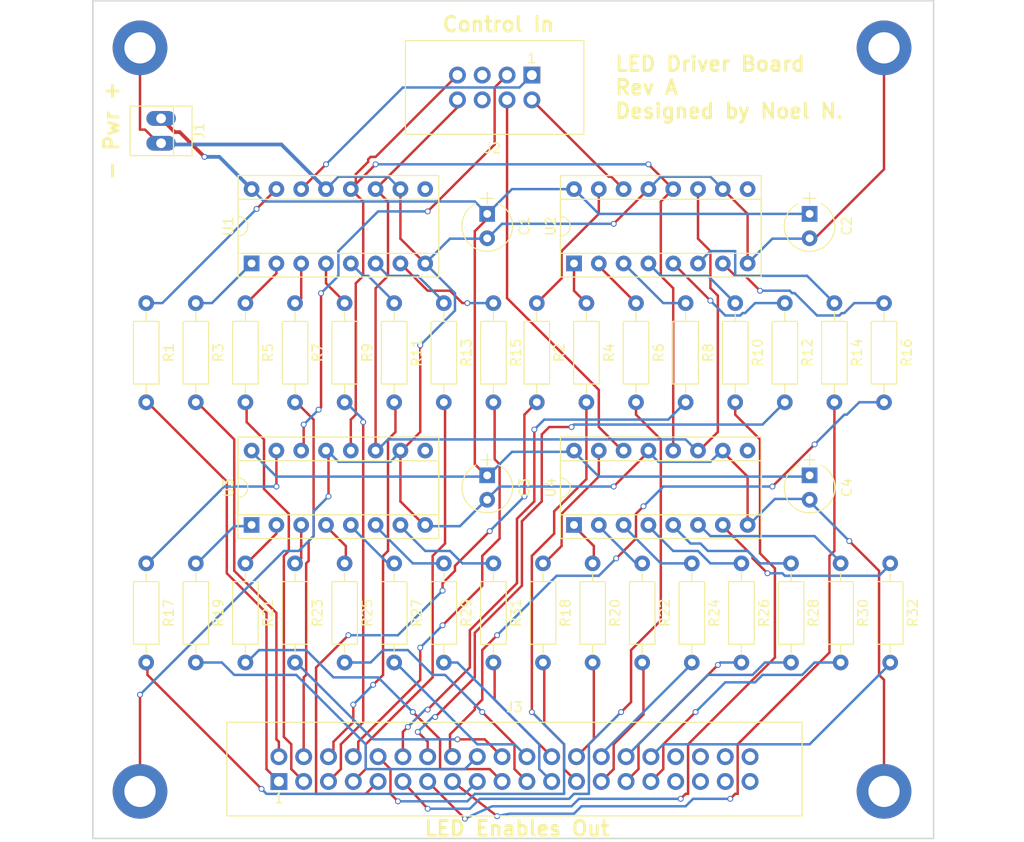
<source format=kicad_pcb>
(kicad_pcb (version 4) (host pcbnew 4.0.7-e1-6374~58~ubuntu16.04.1)

  (general
    (links 104)
    (no_connects 0)
    (area 165.608 86.868 270.764 173.736)
    (thickness 1.6)
    (drawings 9)
    (tracks 638)
    (zones 0)
    (modules 47)
    (nets 87)
  )

  (page B)
  (layers
    (0 F.Cu signal)
    (31 B.Cu signal)
    (32 B.Adhes user)
    (33 F.Adhes user)
    (34 B.Paste user)
    (35 F.Paste user)
    (36 B.SilkS user)
    (37 F.SilkS user)
    (38 B.Mask user)
    (39 F.Mask user)
    (40 Dwgs.User user)
    (41 Cmts.User user)
    (42 Eco1.User user)
    (43 Eco2.User user)
    (44 Edge.Cuts user)
    (45 Margin user)
    (46 B.CrtYd user)
    (47 F.CrtYd user)
    (48 B.Fab user)
    (49 F.Fab user)
  )

  (setup
    (last_trace_width 0.25)
    (trace_clearance 0.2)
    (zone_clearance 0.508)
    (zone_45_only no)
    (trace_min 0.2)
    (segment_width 0.2)
    (edge_width 0.15)
    (via_size 0.6)
    (via_drill 0.4)
    (via_min_size 0.4)
    (via_min_drill 0.3)
    (uvia_size 0.3)
    (uvia_drill 0.1)
    (uvias_allowed no)
    (uvia_min_size 0)
    (uvia_min_drill 0)
    (pcb_text_width 0.3)
    (pcb_text_size 1.5 1.5)
    (mod_edge_width 0.15)
    (mod_text_size 1 1)
    (mod_text_width 0.15)
    (pad_size 5.6 5.6)
    (pad_drill 3.2)
    (pad_to_mask_clearance 0.2)
    (aux_axis_origin 0 0)
    (visible_elements FFFEF77F)
    (pcbplotparams
      (layerselection 0x00030_80000001)
      (usegerberextensions false)
      (excludeedgelayer true)
      (linewidth 0.100000)
      (plotframeref false)
      (viasonmask false)
      (mode 1)
      (useauxorigin false)
      (hpglpennumber 1)
      (hpglpenspeed 20)
      (hpglpendiameter 15)
      (hpglpenoverlay 2)
      (psnegative false)
      (psa4output false)
      (plotreference true)
      (plotvalue true)
      (plotinvisibletext false)
      (padsonsilk false)
      (subtractmaskfromsilk false)
      (outputformat 1)
      (mirror false)
      (drillshape 1)
      (scaleselection 1)
      (outputdirectory ""))
  )

  (net 0 "")
  (net 1 GND)
  (net 2 /SR1_SER)
  (net 3 /SR2_SER)
  (net 4 /SR3_SER)
  (net 5 /SR4_SER)
  (net 6 "Net-(J2-Pad5)")
  (net 7 "Net-(J2-Pad6)")
  (net 8 /RCLK)
  (net 9 /SRCLK)
  (net 10 /LED1_EN)
  (net 11 /LED2_EN)
  (net 12 /LED3_EN)
  (net 13 /LED4_EN)
  (net 14 /LED5_EN)
  (net 15 /LED6_EN)
  (net 16 /LED7_EN)
  (net 17 /LED8_EN)
  (net 18 /LED9_EN)
  (net 19 /LED10_EN)
  (net 20 /LED11_EN)
  (net 21 /LED12_EN)
  (net 22 /LED13_EN)
  (net 23 /LED14_EN)
  (net 24 /LED15_EN)
  (net 25 /LED16_EN)
  (net 26 /LED17_EN)
  (net 27 /LED18_EN)
  (net 28 /LED19_EN)
  (net 29 /LED20_EN)
  (net 30 /LED21_EN)
  (net 31 /LED22_EN)
  (net 32 /LED23_EN)
  (net 33 /LED24_EN)
  (net 34 /LED25_EN)
  (net 35 /LED26_EN)
  (net 36 /LED27_EN)
  (net 37 /LED28_EN)
  (net 38 /LED29_EN)
  (net 39 /LED30_EN)
  (net 40 /LED31_EN)
  (net 41 /LED32_EN)
  (net 42 "Net-(J3-Pad33)")
  (net 43 "Net-(J3-Pad34)")
  (net 44 "Net-(J3-Pad35)")
  (net 45 "Net-(J3-Pad36)")
  (net 46 "Net-(J3-Pad37)")
  (net 47 "Net-(J3-Pad38)")
  (net 48 "Net-(J3-Pad39)")
  (net 49 "Net-(J3-Pad40)")
  (net 50 "Net-(R1-Pad1)")
  (net 51 "Net-(R2-Pad1)")
  (net 52 "Net-(R3-Pad1)")
  (net 53 "Net-(R4-Pad1)")
  (net 54 "Net-(R5-Pad1)")
  (net 55 "Net-(R6-Pad1)")
  (net 56 "Net-(R7-Pad1)")
  (net 57 "Net-(R8-Pad1)")
  (net 58 "Net-(R9-Pad1)")
  (net 59 "Net-(R10-Pad1)")
  (net 60 "Net-(R11-Pad1)")
  (net 61 "Net-(R12-Pad1)")
  (net 62 "Net-(R13-Pad1)")
  (net 63 "Net-(R14-Pad1)")
  (net 64 "Net-(R15-Pad1)")
  (net 65 "Net-(R16-Pad1)")
  (net 66 "Net-(R17-Pad1)")
  (net 67 "Net-(R18-Pad1)")
  (net 68 "Net-(R19-Pad1)")
  (net 69 "Net-(R20-Pad1)")
  (net 70 "Net-(R21-Pad1)")
  (net 71 "Net-(R22-Pad1)")
  (net 72 "Net-(R23-Pad1)")
  (net 73 "Net-(R24-Pad1)")
  (net 74 "Net-(R25-Pad1)")
  (net 75 "Net-(R26-Pad1)")
  (net 76 "Net-(R27-Pad1)")
  (net 77 "Net-(R28-Pad1)")
  (net 78 "Net-(R29-Pad1)")
  (net 79 "Net-(R30-Pad1)")
  (net 80 "Net-(R31-Pad1)")
  (net 81 "Net-(R32-Pad1)")
  (net 82 "Net-(U1-Pad9)")
  (net 83 "Net-(U2-Pad9)")
  (net 84 "Net-(U3-Pad9)")
  (net 85 "Net-(U4-Pad9)")
  (net 86 +5VD)

  (net_class Default "This is the default net class."
    (clearance 0.2)
    (trace_width 0.25)
    (via_dia 0.6)
    (via_drill 0.4)
    (uvia_dia 0.3)
    (uvia_drill 0.1)
    (add_net /LED10_EN)
    (add_net /LED11_EN)
    (add_net /LED12_EN)
    (add_net /LED13_EN)
    (add_net /LED14_EN)
    (add_net /LED15_EN)
    (add_net /LED16_EN)
    (add_net /LED17_EN)
    (add_net /LED18_EN)
    (add_net /LED19_EN)
    (add_net /LED1_EN)
    (add_net /LED20_EN)
    (add_net /LED21_EN)
    (add_net /LED22_EN)
    (add_net /LED23_EN)
    (add_net /LED24_EN)
    (add_net /LED25_EN)
    (add_net /LED26_EN)
    (add_net /LED27_EN)
    (add_net /LED28_EN)
    (add_net /LED29_EN)
    (add_net /LED2_EN)
    (add_net /LED30_EN)
    (add_net /LED31_EN)
    (add_net /LED32_EN)
    (add_net /LED3_EN)
    (add_net /LED4_EN)
    (add_net /LED5_EN)
    (add_net /LED6_EN)
    (add_net /LED7_EN)
    (add_net /LED8_EN)
    (add_net /LED9_EN)
    (add_net /RCLK)
    (add_net /SR1_SER)
    (add_net /SR2_SER)
    (add_net /SR3_SER)
    (add_net /SR4_SER)
    (add_net /SRCLK)
    (add_net "Net-(J2-Pad5)")
    (add_net "Net-(J2-Pad6)")
    (add_net "Net-(J3-Pad33)")
    (add_net "Net-(J3-Pad34)")
    (add_net "Net-(J3-Pad35)")
    (add_net "Net-(J3-Pad36)")
    (add_net "Net-(J3-Pad37)")
    (add_net "Net-(J3-Pad38)")
    (add_net "Net-(J3-Pad39)")
    (add_net "Net-(J3-Pad40)")
    (add_net "Net-(R1-Pad1)")
    (add_net "Net-(R10-Pad1)")
    (add_net "Net-(R11-Pad1)")
    (add_net "Net-(R12-Pad1)")
    (add_net "Net-(R13-Pad1)")
    (add_net "Net-(R14-Pad1)")
    (add_net "Net-(R15-Pad1)")
    (add_net "Net-(R16-Pad1)")
    (add_net "Net-(R17-Pad1)")
    (add_net "Net-(R18-Pad1)")
    (add_net "Net-(R19-Pad1)")
    (add_net "Net-(R2-Pad1)")
    (add_net "Net-(R20-Pad1)")
    (add_net "Net-(R21-Pad1)")
    (add_net "Net-(R22-Pad1)")
    (add_net "Net-(R23-Pad1)")
    (add_net "Net-(R24-Pad1)")
    (add_net "Net-(R25-Pad1)")
    (add_net "Net-(R26-Pad1)")
    (add_net "Net-(R27-Pad1)")
    (add_net "Net-(R28-Pad1)")
    (add_net "Net-(R29-Pad1)")
    (add_net "Net-(R3-Pad1)")
    (add_net "Net-(R30-Pad1)")
    (add_net "Net-(R31-Pad1)")
    (add_net "Net-(R32-Pad1)")
    (add_net "Net-(R4-Pad1)")
    (add_net "Net-(R5-Pad1)")
    (add_net "Net-(R6-Pad1)")
    (add_net "Net-(R7-Pad1)")
    (add_net "Net-(R8-Pad1)")
    (add_net "Net-(R9-Pad1)")
    (add_net "Net-(U1-Pad9)")
    (add_net "Net-(U2-Pad9)")
    (add_net "Net-(U3-Pad9)")
    (add_net "Net-(U4-Pad9)")
  )

  (net_class PWR ""
    (clearance 0.2286)
    (trace_width 0.381)
    (via_dia 0.6)
    (via_drill 0.4)
    (uvia_dia 0.3)
    (uvia_drill 0.1)
    (add_net +5VD)
    (add_net GND)
  )

  (module Capacitors_THT:CP_Radial_Tantal_D5.0mm_P2.50mm (layer F.Cu) (tedit 597C781B) (tstamp 59AF5DB0)
    (at 215.9 109.22 270)
    (descr "CP, Radial_Tantal series, Radial, pin pitch=2.50mm, , diameter=5.0mm, Tantal Electrolytic Capacitor, http://cdn-reichelt.de/documents/datenblatt/B300/TANTAL-TB-Serie%23.pdf")
    (tags "CP Radial_Tantal series Radial pin pitch 2.50mm  diameter 5.0mm Tantal Electrolytic Capacitor")
    (path /59B14323)
    (fp_text reference C1 (at 1.25 -3.81 270) (layer F.SilkS)
      (effects (font (size 1 1) (thickness 0.15)))
    )
    (fp_text value 0.1uF (at 1.25 3.81 270) (layer F.Fab)
      (effects (font (size 1 1) (thickness 0.15)))
    )
    (fp_arc (start 1.25 0) (end -1.05558 -1.18) (angle 125.8) (layer F.SilkS) (width 0.12))
    (fp_arc (start 1.25 0) (end -1.05558 1.18) (angle -125.8) (layer F.SilkS) (width 0.12))
    (fp_arc (start 1.25 0) (end 3.55558 -1.18) (angle 54.2) (layer F.SilkS) (width 0.12))
    (fp_circle (center 1.25 0) (end 3.75 0) (layer F.Fab) (width 0.1))
    (fp_line (start -2.2 0) (end -1 0) (layer F.Fab) (width 0.1))
    (fp_line (start -1.6 -0.65) (end -1.6 0.65) (layer F.Fab) (width 0.1))
    (fp_line (start -2.2 0) (end -1 0) (layer F.SilkS) (width 0.12))
    (fp_line (start -1.6 -0.65) (end -1.6 0.65) (layer F.SilkS) (width 0.12))
    (fp_line (start -1.6 -2.85) (end -1.6 2.85) (layer F.CrtYd) (width 0.05))
    (fp_line (start -1.6 2.85) (end 4.1 2.85) (layer F.CrtYd) (width 0.05))
    (fp_line (start 4.1 2.85) (end 4.1 -2.85) (layer F.CrtYd) (width 0.05))
    (fp_line (start 4.1 -2.85) (end -1.6 -2.85) (layer F.CrtYd) (width 0.05))
    (fp_text user %R (at 1.25 0 270) (layer F.Fab)
      (effects (font (size 1 1) (thickness 0.15)))
    )
    (pad 1 thru_hole rect (at 0 0 270) (size 1.6 1.6) (drill 0.8) (layers *.Cu *.Mask)
      (net 86 +5VD))
    (pad 2 thru_hole circle (at 2.5 0 270) (size 1.6 1.6) (drill 0.8) (layers *.Cu *.Mask)
      (net 1 GND))
    (model ${KISYS3DMOD}/Capacitors_THT.3dshapes/CP_Radial_Tantal_D5.0mm_P2.50mm.wrl
      (at (xyz 0 0 0))
      (scale (xyz 1 1 1))
      (rotate (xyz 0 0 0))
    )
  )

  (module Capacitors_THT:CP_Radial_Tantal_D5.0mm_P2.50mm (layer F.Cu) (tedit 597C781B) (tstamp 59AF5DB6)
    (at 248.92 109.22 270)
    (descr "CP, Radial_Tantal series, Radial, pin pitch=2.50mm, , diameter=5.0mm, Tantal Electrolytic Capacitor, http://cdn-reichelt.de/documents/datenblatt/B300/TANTAL-TB-Serie%23.pdf")
    (tags "CP Radial_Tantal series Radial pin pitch 2.50mm  diameter 5.0mm Tantal Electrolytic Capacitor")
    (path /59B14693)
    (fp_text reference C2 (at 1.25 -3.81 270) (layer F.SilkS)
      (effects (font (size 1 1) (thickness 0.15)))
    )
    (fp_text value 0.1uf (at 1.25 3.81 270) (layer F.Fab)
      (effects (font (size 1 1) (thickness 0.15)))
    )
    (fp_arc (start 1.25 0) (end -1.05558 -1.18) (angle 125.8) (layer F.SilkS) (width 0.12))
    (fp_arc (start 1.25 0) (end -1.05558 1.18) (angle -125.8) (layer F.SilkS) (width 0.12))
    (fp_arc (start 1.25 0) (end 3.55558 -1.18) (angle 54.2) (layer F.SilkS) (width 0.12))
    (fp_circle (center 1.25 0) (end 3.75 0) (layer F.Fab) (width 0.1))
    (fp_line (start -2.2 0) (end -1 0) (layer F.Fab) (width 0.1))
    (fp_line (start -1.6 -0.65) (end -1.6 0.65) (layer F.Fab) (width 0.1))
    (fp_line (start -2.2 0) (end -1 0) (layer F.SilkS) (width 0.12))
    (fp_line (start -1.6 -0.65) (end -1.6 0.65) (layer F.SilkS) (width 0.12))
    (fp_line (start -1.6 -2.85) (end -1.6 2.85) (layer F.CrtYd) (width 0.05))
    (fp_line (start -1.6 2.85) (end 4.1 2.85) (layer F.CrtYd) (width 0.05))
    (fp_line (start 4.1 2.85) (end 4.1 -2.85) (layer F.CrtYd) (width 0.05))
    (fp_line (start 4.1 -2.85) (end -1.6 -2.85) (layer F.CrtYd) (width 0.05))
    (fp_text user %R (at 1.25 0 270) (layer F.Fab)
      (effects (font (size 1 1) (thickness 0.15)))
    )
    (pad 1 thru_hole rect (at 0 0 270) (size 1.6 1.6) (drill 0.8) (layers *.Cu *.Mask)
      (net 86 +5VD))
    (pad 2 thru_hole circle (at 2.5 0 270) (size 1.6 1.6) (drill 0.8) (layers *.Cu *.Mask)
      (net 1 GND))
    (model ${KISYS3DMOD}/Capacitors_THT.3dshapes/CP_Radial_Tantal_D5.0mm_P2.50mm.wrl
      (at (xyz 0 0 0))
      (scale (xyz 1 1 1))
      (rotate (xyz 0 0 0))
    )
  )

  (module Capacitors_THT:CP_Radial_Tantal_D5.0mm_P2.50mm (layer F.Cu) (tedit 597C781B) (tstamp 59AF5DBC)
    (at 215.9 136.017 270)
    (descr "CP, Radial_Tantal series, Radial, pin pitch=2.50mm, , diameter=5.0mm, Tantal Electrolytic Capacitor, http://cdn-reichelt.de/documents/datenblatt/B300/TANTAL-TB-Serie%23.pdf")
    (tags "CP Radial_Tantal series Radial pin pitch 2.50mm  diameter 5.0mm Tantal Electrolytic Capacitor")
    (path /59B1478D)
    (fp_text reference C3 (at 1.25 -3.81 270) (layer F.SilkS)
      (effects (font (size 1 1) (thickness 0.15)))
    )
    (fp_text value 0.1uF (at 1.25 3.81 270) (layer F.Fab)
      (effects (font (size 1 1) (thickness 0.15)))
    )
    (fp_arc (start 1.25 0) (end -1.05558 -1.18) (angle 125.8) (layer F.SilkS) (width 0.12))
    (fp_arc (start 1.25 0) (end -1.05558 1.18) (angle -125.8) (layer F.SilkS) (width 0.12))
    (fp_arc (start 1.25 0) (end 3.55558 -1.18) (angle 54.2) (layer F.SilkS) (width 0.12))
    (fp_circle (center 1.25 0) (end 3.75 0) (layer F.Fab) (width 0.1))
    (fp_line (start -2.2 0) (end -1 0) (layer F.Fab) (width 0.1))
    (fp_line (start -1.6 -0.65) (end -1.6 0.65) (layer F.Fab) (width 0.1))
    (fp_line (start -2.2 0) (end -1 0) (layer F.SilkS) (width 0.12))
    (fp_line (start -1.6 -0.65) (end -1.6 0.65) (layer F.SilkS) (width 0.12))
    (fp_line (start -1.6 -2.85) (end -1.6 2.85) (layer F.CrtYd) (width 0.05))
    (fp_line (start -1.6 2.85) (end 4.1 2.85) (layer F.CrtYd) (width 0.05))
    (fp_line (start 4.1 2.85) (end 4.1 -2.85) (layer F.CrtYd) (width 0.05))
    (fp_line (start 4.1 -2.85) (end -1.6 -2.85) (layer F.CrtYd) (width 0.05))
    (fp_text user %R (at 1.25 0 270) (layer F.Fab)
      (effects (font (size 1 1) (thickness 0.15)))
    )
    (pad 1 thru_hole rect (at 0 0 270) (size 1.6 1.6) (drill 0.8) (layers *.Cu *.Mask)
      (net 86 +5VD))
    (pad 2 thru_hole circle (at 2.5 0 270) (size 1.6 1.6) (drill 0.8) (layers *.Cu *.Mask)
      (net 1 GND))
    (model ${KISYS3DMOD}/Capacitors_THT.3dshapes/CP_Radial_Tantal_D5.0mm_P2.50mm.wrl
      (at (xyz 0 0 0))
      (scale (xyz 1 1 1))
      (rotate (xyz 0 0 0))
    )
  )

  (module Capacitors_THT:CP_Radial_Tantal_D5.0mm_P2.50mm (layer F.Cu) (tedit 597C781B) (tstamp 59AF5DC2)
    (at 248.92 136.017 270)
    (descr "CP, Radial_Tantal series, Radial, pin pitch=2.50mm, , diameter=5.0mm, Tantal Electrolytic Capacitor, http://cdn-reichelt.de/documents/datenblatt/B300/TANTAL-TB-Serie%23.pdf")
    (tags "CP Radial_Tantal series Radial pin pitch 2.50mm  diameter 5.0mm Tantal Electrolytic Capacitor")
    (path /59B148F3)
    (fp_text reference C4 (at 1.25 -3.81 270) (layer F.SilkS)
      (effects (font (size 1 1) (thickness 0.15)))
    )
    (fp_text value 0.1uF (at 1.25 3.81 270) (layer F.Fab)
      (effects (font (size 1 1) (thickness 0.15)))
    )
    (fp_arc (start 1.25 0) (end -1.05558 -1.18) (angle 125.8) (layer F.SilkS) (width 0.12))
    (fp_arc (start 1.25 0) (end -1.05558 1.18) (angle -125.8) (layer F.SilkS) (width 0.12))
    (fp_arc (start 1.25 0) (end 3.55558 -1.18) (angle 54.2) (layer F.SilkS) (width 0.12))
    (fp_circle (center 1.25 0) (end 3.75 0) (layer F.Fab) (width 0.1))
    (fp_line (start -2.2 0) (end -1 0) (layer F.Fab) (width 0.1))
    (fp_line (start -1.6 -0.65) (end -1.6 0.65) (layer F.Fab) (width 0.1))
    (fp_line (start -2.2 0) (end -1 0) (layer F.SilkS) (width 0.12))
    (fp_line (start -1.6 -0.65) (end -1.6 0.65) (layer F.SilkS) (width 0.12))
    (fp_line (start -1.6 -2.85) (end -1.6 2.85) (layer F.CrtYd) (width 0.05))
    (fp_line (start -1.6 2.85) (end 4.1 2.85) (layer F.CrtYd) (width 0.05))
    (fp_line (start 4.1 2.85) (end 4.1 -2.85) (layer F.CrtYd) (width 0.05))
    (fp_line (start 4.1 -2.85) (end -1.6 -2.85) (layer F.CrtYd) (width 0.05))
    (fp_text user %R (at 1.25 0 270) (layer F.Fab)
      (effects (font (size 1 1) (thickness 0.15)))
    )
    (pad 1 thru_hole rect (at 0 0 270) (size 1.6 1.6) (drill 0.8) (layers *.Cu *.Mask)
      (net 86 +5VD))
    (pad 2 thru_hole circle (at 2.5 0 270) (size 1.6 1.6) (drill 0.8) (layers *.Cu *.Mask)
      (net 1 GND))
    (model ${KISYS3DMOD}/Capacitors_THT.3dshapes/CP_Radial_Tantal_D5.0mm_P2.50mm.wrl
      (at (xyz 0 0 0))
      (scale (xyz 1 1 1))
      (rotate (xyz 0 0 0))
    )
  )

  (module Connectors:PINHEAD1-2 (layer F.Cu) (tedit 0) (tstamp 59AF5DC8)
    (at 182.499 99.441 270)
    (path /59B2BC46)
    (fp_text reference J1 (at 1.27 -3.9 270) (layer F.SilkS)
      (effects (font (size 1 1) (thickness 0.15)))
    )
    (fp_text value PWR_IN (at 1.27 3.81 270) (layer F.Fab)
      (effects (font (size 1 1) (thickness 0.15)))
    )
    (fp_line (start 3.81 -1.27) (end -1.27 -1.27) (layer F.SilkS) (width 0.12))
    (fp_line (start 3.81 3.17) (end -1.27 3.17) (layer F.SilkS) (width 0.12))
    (fp_line (start -1.27 -3.17) (end 3.81 -3.17) (layer F.SilkS) (width 0.12))
    (fp_line (start -1.27 -3.17) (end -1.27 3.17) (layer F.SilkS) (width 0.12))
    (fp_line (start 3.81 -3.17) (end 3.81 3.17) (layer F.SilkS) (width 0.12))
    (fp_line (start -1.52 -3.42) (end 4.06 -3.42) (layer F.CrtYd) (width 0.05))
    (fp_line (start -1.52 -3.42) (end -1.52 3.42) (layer F.CrtYd) (width 0.05))
    (fp_line (start 4.06 3.42) (end 4.06 -3.42) (layer F.CrtYd) (width 0.05))
    (fp_line (start 4.06 3.42) (end -1.52 3.42) (layer F.CrtYd) (width 0.05))
    (pad 1 thru_hole oval (at 0 0 270) (size 1.51 3.01) (drill 1) (layers *.Cu *.Mask)
      (net 86 +5VD))
    (pad 2 thru_hole oval (at 2.54 0 270) (size 1.51 3.01) (drill 1) (layers *.Cu *.Mask)
      (net 1 GND))
  )

  (module Connectors:IDC_Header_Straight_8pins (layer F.Cu) (tedit 584BD46E) (tstamp 59AF5DD4)
    (at 220.472 94.996 180)
    (descr "8 pins through hole IDC header")
    (tags "IDC header socket VASCH")
    (path /59B1710E)
    (fp_text reference J2 (at 4 -7.5 180) (layer F.SilkS)
      (effects (font (size 1 1) (thickness 0.15)))
    )
    (fp_text value SIG_IN (at 4 5 180) (layer F.Fab)
      (effects (font (size 1 1) (thickness 0.15)))
    )
    (fp_line (start -5.08 -5.82) (end 12.7 -5.82) (layer F.Fab) (width 0.1))
    (fp_line (start -4.54 -5.27) (end 12.14 -5.27) (layer F.Fab) (width 0.1))
    (fp_line (start -5.08 3.28) (end 12.7 3.28) (layer F.Fab) (width 0.1))
    (fp_line (start -4.54 2.73) (end 1.56 2.73) (layer F.Fab) (width 0.1))
    (fp_line (start 6.06 2.73) (end 12.14 2.73) (layer F.Fab) (width 0.1))
    (fp_line (start 1.56 2.73) (end 1.56 3.28) (layer F.Fab) (width 0.1))
    (fp_line (start 6.06 2.73) (end 6.06 3.28) (layer F.Fab) (width 0.1))
    (fp_line (start -5.08 -5.82) (end -5.08 3.28) (layer F.Fab) (width 0.1))
    (fp_line (start -4.54 -5.27) (end -4.54 2.73) (layer F.Fab) (width 0.1))
    (fp_line (start 12.7 -5.82) (end 12.7 3.28) (layer F.Fab) (width 0.1))
    (fp_line (start 12.14 -5.27) (end 12.14 2.73) (layer F.Fab) (width 0.1))
    (fp_line (start -5.08 -5.82) (end -4.54 -5.27) (layer F.Fab) (width 0.1))
    (fp_line (start 12.7 -5.82) (end 12.14 -5.27) (layer F.Fab) (width 0.1))
    (fp_line (start -5.08 3.28) (end -4.54 2.73) (layer F.Fab) (width 0.1))
    (fp_line (start 12.7 3.28) (end 12.14 2.73) (layer F.Fab) (width 0.1))
    (fp_line (start -5.58 -6.32) (end 13.2 -6.32) (layer F.CrtYd) (width 0.05))
    (fp_line (start 13.2 -6.32) (end 13.2 3.78) (layer F.CrtYd) (width 0.05))
    (fp_line (start 13.2 3.78) (end -5.58 3.78) (layer F.CrtYd) (width 0.05))
    (fp_line (start -5.58 3.78) (end -5.58 -6.32) (layer F.CrtYd) (width 0.05))
    (fp_text user 1 (at 0.02 1.72 180) (layer F.SilkS)
      (effects (font (size 1 1) (thickness 0.12)))
    )
    (fp_line (start -5.33 -6.07) (end 12.95 -6.07) (layer F.SilkS) (width 0.12))
    (fp_line (start 12.95 -6.07) (end 12.95 3.53) (layer F.SilkS) (width 0.12))
    (fp_line (start 12.95 3.53) (end -5.33 3.53) (layer F.SilkS) (width 0.12))
    (fp_line (start -5.33 3.53) (end -5.33 -6.07) (layer F.SilkS) (width 0.12))
    (pad 1 thru_hole rect (at 0 0 180) (size 1.7272 1.7272) (drill 1.016) (layers *.Cu *.Mask)
      (net 2 /SR1_SER))
    (pad 2 thru_hole oval (at 0 -2.54 180) (size 1.7272 1.7272) (drill 1.016) (layers *.Cu *.Mask)
      (net 3 /SR2_SER))
    (pad 3 thru_hole oval (at 2.54 0 180) (size 1.7272 1.7272) (drill 1.016) (layers *.Cu *.Mask)
      (net 4 /SR3_SER))
    (pad 4 thru_hole oval (at 2.54 -2.54 180) (size 1.7272 1.7272) (drill 1.016) (layers *.Cu *.Mask)
      (net 5 /SR4_SER))
    (pad 5 thru_hole oval (at 5.08 0 180) (size 1.7272 1.7272) (drill 1.016) (layers *.Cu *.Mask)
      (net 6 "Net-(J2-Pad5)"))
    (pad 6 thru_hole oval (at 5.08 -2.54 180) (size 1.7272 1.7272) (drill 1.016) (layers *.Cu *.Mask)
      (net 7 "Net-(J2-Pad6)"))
    (pad 7 thru_hole oval (at 7.62 0 180) (size 1.7272 1.7272) (drill 1.016) (layers *.Cu *.Mask)
      (net 8 /RCLK))
    (pad 8 thru_hole oval (at 7.62 -2.54 180) (size 1.7272 1.7272) (drill 1.016) (layers *.Cu *.Mask)
      (net 9 /SRCLK))
  )

  (module Connectors:IDC_Header_Straight_40pins (layer F.Cu) (tedit 0) (tstamp 59AF5E00)
    (at 194.564 167.386)
    (descr "40 pins through hole IDC header")
    (tags "IDC header socket VASCH")
    (path /59B1F95A)
    (fp_text reference J3 (at 24.13 -7.62) (layer F.SilkS)
      (effects (font (size 1 1) (thickness 0.15)))
    )
    (fp_text value LED_EN_OUT (at 24.13 5.223) (layer F.Fab)
      (effects (font (size 1 1) (thickness 0.15)))
    )
    (fp_line (start -5.08 -5.82) (end 53.34 -5.82) (layer F.Fab) (width 0.1))
    (fp_line (start -4.54 -5.27) (end 52.78 -5.27) (layer F.Fab) (width 0.1))
    (fp_line (start -5.08 3.28) (end 53.34 3.28) (layer F.Fab) (width 0.1))
    (fp_line (start -4.54 2.73) (end 21.88 2.73) (layer F.Fab) (width 0.1))
    (fp_line (start 26.38 2.73) (end 52.78 2.73) (layer F.Fab) (width 0.1))
    (fp_line (start 21.88 2.73) (end 21.88 3.28) (layer F.Fab) (width 0.1))
    (fp_line (start 26.38 2.73) (end 26.38 3.28) (layer F.Fab) (width 0.1))
    (fp_line (start -5.08 -5.82) (end -5.08 3.28) (layer F.Fab) (width 0.1))
    (fp_line (start -4.54 -5.27) (end -4.54 2.73) (layer F.Fab) (width 0.1))
    (fp_line (start 53.34 -5.82) (end 53.34 3.28) (layer F.Fab) (width 0.1))
    (fp_line (start 52.78 -5.27) (end 52.78 2.73) (layer F.Fab) (width 0.1))
    (fp_line (start -5.08 -5.82) (end -4.54 -5.27) (layer F.Fab) (width 0.1))
    (fp_line (start 53.34 -5.82) (end 52.78 -5.27) (layer F.Fab) (width 0.1))
    (fp_line (start -5.08 3.28) (end -4.54 2.73) (layer F.Fab) (width 0.1))
    (fp_line (start 53.34 3.28) (end 52.78 2.73) (layer F.Fab) (width 0.1))
    (fp_line (start -5.58 -6.32) (end 53.84 -6.32) (layer F.CrtYd) (width 0.05))
    (fp_line (start 53.84 -6.32) (end 53.84 3.78) (layer F.CrtYd) (width 0.05))
    (fp_line (start 53.84 3.78) (end -5.58 3.78) (layer F.CrtYd) (width 0.05))
    (fp_line (start -5.58 3.78) (end -5.58 -6.32) (layer F.CrtYd) (width 0.05))
    (fp_text user 1 (at 0.02 1.72) (layer F.SilkS)
      (effects (font (size 1 1) (thickness 0.12)))
    )
    (fp_line (start -5.33 -6.07) (end 53.59 -6.07) (layer F.SilkS) (width 0.12))
    (fp_line (start 53.59 -6.07) (end 53.59 3.53) (layer F.SilkS) (width 0.12))
    (fp_line (start 53.59 3.53) (end -5.33 3.53) (layer F.SilkS) (width 0.12))
    (fp_line (start -5.33 3.53) (end -5.33 -6.07) (layer F.SilkS) (width 0.12))
    (pad 1 thru_hole rect (at 0 0) (size 1.7272 1.7272) (drill 1.016) (layers *.Cu *.Mask)
      (net 10 /LED1_EN))
    (pad 2 thru_hole oval (at 0 -2.54) (size 1.7272 1.7272) (drill 1.016) (layers *.Cu *.Mask)
      (net 11 /LED2_EN))
    (pad 3 thru_hole oval (at 2.54 0) (size 1.7272 1.7272) (drill 1.016) (layers *.Cu *.Mask)
      (net 12 /LED3_EN))
    (pad 4 thru_hole oval (at 2.54 -2.54) (size 1.7272 1.7272) (drill 1.016) (layers *.Cu *.Mask)
      (net 13 /LED4_EN))
    (pad 5 thru_hole oval (at 5.08 0) (size 1.7272 1.7272) (drill 1.016) (layers *.Cu *.Mask)
      (net 14 /LED5_EN))
    (pad 6 thru_hole oval (at 5.08 -2.54) (size 1.7272 1.7272) (drill 1.016) (layers *.Cu *.Mask)
      (net 15 /LED6_EN))
    (pad 7 thru_hole oval (at 7.62 0) (size 1.7272 1.7272) (drill 1.016) (layers *.Cu *.Mask)
      (net 16 /LED7_EN))
    (pad 8 thru_hole oval (at 7.62 -2.54) (size 1.7272 1.7272) (drill 1.016) (layers *.Cu *.Mask)
      (net 17 /LED8_EN))
    (pad 9 thru_hole oval (at 10.16 0) (size 1.7272 1.7272) (drill 1.016) (layers *.Cu *.Mask)
      (net 18 /LED9_EN))
    (pad 10 thru_hole oval (at 10.16 -2.54) (size 1.7272 1.7272) (drill 1.016) (layers *.Cu *.Mask)
      (net 19 /LED10_EN))
    (pad 11 thru_hole oval (at 12.7 0) (size 1.7272 1.7272) (drill 1.016) (layers *.Cu *.Mask)
      (net 20 /LED11_EN))
    (pad 12 thru_hole oval (at 12.7 -2.54) (size 1.7272 1.7272) (drill 1.016) (layers *.Cu *.Mask)
      (net 21 /LED12_EN))
    (pad 13 thru_hole oval (at 15.24 0) (size 1.7272 1.7272) (drill 1.016) (layers *.Cu *.Mask)
      (net 22 /LED13_EN))
    (pad 14 thru_hole oval (at 15.24 -2.54) (size 1.7272 1.7272) (drill 1.016) (layers *.Cu *.Mask)
      (net 23 /LED14_EN))
    (pad 15 thru_hole oval (at 17.78 0) (size 1.7272 1.7272) (drill 1.016) (layers *.Cu *.Mask)
      (net 24 /LED15_EN))
    (pad 16 thru_hole oval (at 17.78 -2.54) (size 1.7272 1.7272) (drill 1.016) (layers *.Cu *.Mask)
      (net 25 /LED16_EN))
    (pad 17 thru_hole oval (at 20.32 0) (size 1.7272 1.7272) (drill 1.016) (layers *.Cu *.Mask)
      (net 26 /LED17_EN))
    (pad 18 thru_hole oval (at 20.32 -2.54) (size 1.7272 1.7272) (drill 1.016) (layers *.Cu *.Mask)
      (net 27 /LED18_EN))
    (pad 19 thru_hole oval (at 22.86 0) (size 1.7272 1.7272) (drill 1.016) (layers *.Cu *.Mask)
      (net 28 /LED19_EN))
    (pad 20 thru_hole oval (at 22.86 -2.54) (size 1.7272 1.7272) (drill 1.016) (layers *.Cu *.Mask)
      (net 29 /LED20_EN))
    (pad 21 thru_hole oval (at 25.4 0) (size 1.7272 1.7272) (drill 1.016) (layers *.Cu *.Mask)
      (net 30 /LED21_EN))
    (pad 22 thru_hole oval (at 25.4 -2.54) (size 1.7272 1.7272) (drill 1.016) (layers *.Cu *.Mask)
      (net 31 /LED22_EN))
    (pad 23 thru_hole oval (at 27.94 0) (size 1.7272 1.7272) (drill 1.016) (layers *.Cu *.Mask)
      (net 32 /LED23_EN))
    (pad 24 thru_hole oval (at 27.94 -2.54) (size 1.7272 1.7272) (drill 1.016) (layers *.Cu *.Mask)
      (net 33 /LED24_EN))
    (pad 25 thru_hole oval (at 30.48 0) (size 1.7272 1.7272) (drill 1.016) (layers *.Cu *.Mask)
      (net 34 /LED25_EN))
    (pad 26 thru_hole oval (at 30.48 -2.54) (size 1.7272 1.7272) (drill 1.016) (layers *.Cu *.Mask)
      (net 35 /LED26_EN))
    (pad 27 thru_hole oval (at 33.02 0) (size 1.7272 1.7272) (drill 1.016) (layers *.Cu *.Mask)
      (net 36 /LED27_EN))
    (pad 28 thru_hole oval (at 33.02 -2.54) (size 1.7272 1.7272) (drill 1.016) (layers *.Cu *.Mask)
      (net 37 /LED28_EN))
    (pad 29 thru_hole oval (at 35.56 0) (size 1.7272 1.7272) (drill 1.016) (layers *.Cu *.Mask)
      (net 38 /LED29_EN))
    (pad 30 thru_hole oval (at 35.56 -2.54) (size 1.7272 1.7272) (drill 1.016) (layers *.Cu *.Mask)
      (net 39 /LED30_EN))
    (pad 31 thru_hole oval (at 38.1 0) (size 1.7272 1.7272) (drill 1.016) (layers *.Cu *.Mask)
      (net 40 /LED31_EN))
    (pad 32 thru_hole oval (at 38.1 -2.54) (size 1.7272 1.7272) (drill 1.016) (layers *.Cu *.Mask)
      (net 41 /LED32_EN))
    (pad 33 thru_hole oval (at 40.64 0) (size 1.7272 1.7272) (drill 1.016) (layers *.Cu *.Mask)
      (net 42 "Net-(J3-Pad33)"))
    (pad 34 thru_hole oval (at 40.64 -2.54) (size 1.7272 1.7272) (drill 1.016) (layers *.Cu *.Mask)
      (net 43 "Net-(J3-Pad34)"))
    (pad 35 thru_hole oval (at 43.18 0) (size 1.7272 1.7272) (drill 1.016) (layers *.Cu *.Mask)
      (net 44 "Net-(J3-Pad35)"))
    (pad 36 thru_hole oval (at 43.18 -2.54) (size 1.7272 1.7272) (drill 1.016) (layers *.Cu *.Mask)
      (net 45 "Net-(J3-Pad36)"))
    (pad 37 thru_hole oval (at 45.72 0) (size 1.7272 1.7272) (drill 1.016) (layers *.Cu *.Mask)
      (net 46 "Net-(J3-Pad37)"))
    (pad 38 thru_hole oval (at 45.72 -2.54) (size 1.7272 1.7272) (drill 1.016) (layers *.Cu *.Mask)
      (net 47 "Net-(J3-Pad38)"))
    (pad 39 thru_hole oval (at 48.26 0) (size 1.7272 1.7272) (drill 1.016) (layers *.Cu *.Mask)
      (net 48 "Net-(J3-Pad39)"))
    (pad 40 thru_hole oval (at 48.26 -2.54) (size 1.7272 1.7272) (drill 1.016) (layers *.Cu *.Mask)
      (net 49 "Net-(J3-Pad40)"))
  )

  (module Resistors_THT:R_Axial_DIN0207_L6.3mm_D2.5mm_P10.16mm_Horizontal (layer F.Cu) (tedit 5874F706) (tstamp 59AF5E06)
    (at 180.975 118.364 270)
    (descr "Resistor, Axial_DIN0207 series, Axial, Horizontal, pin pitch=10.16mm, 0.25W = 1/4W, length*diameter=6.3*2.5mm^2, http://cdn-reichelt.de/documents/datenblatt/B400/1_4W%23YAG.pdf")
    (tags "Resistor Axial_DIN0207 series Axial Horizontal pin pitch 10.16mm 0.25W = 1/4W length 6.3mm diameter 2.5mm")
    (path /59B17A7D)
    (fp_text reference R1 (at 5.08 -2.31 270) (layer F.SilkS)
      (effects (font (size 1 1) (thickness 0.15)))
    )
    (fp_text value 390 (at 5.08 2.31 270) (layer F.Fab)
      (effects (font (size 1 1) (thickness 0.15)))
    )
    (fp_line (start 1.93 -1.25) (end 1.93 1.25) (layer F.Fab) (width 0.1))
    (fp_line (start 1.93 1.25) (end 8.23 1.25) (layer F.Fab) (width 0.1))
    (fp_line (start 8.23 1.25) (end 8.23 -1.25) (layer F.Fab) (width 0.1))
    (fp_line (start 8.23 -1.25) (end 1.93 -1.25) (layer F.Fab) (width 0.1))
    (fp_line (start 0 0) (end 1.93 0) (layer F.Fab) (width 0.1))
    (fp_line (start 10.16 0) (end 8.23 0) (layer F.Fab) (width 0.1))
    (fp_line (start 1.87 -1.31) (end 1.87 1.31) (layer F.SilkS) (width 0.12))
    (fp_line (start 1.87 1.31) (end 8.29 1.31) (layer F.SilkS) (width 0.12))
    (fp_line (start 8.29 1.31) (end 8.29 -1.31) (layer F.SilkS) (width 0.12))
    (fp_line (start 8.29 -1.31) (end 1.87 -1.31) (layer F.SilkS) (width 0.12))
    (fp_line (start 0.98 0) (end 1.87 0) (layer F.SilkS) (width 0.12))
    (fp_line (start 9.18 0) (end 8.29 0) (layer F.SilkS) (width 0.12))
    (fp_line (start -1.05 -1.6) (end -1.05 1.6) (layer F.CrtYd) (width 0.05))
    (fp_line (start -1.05 1.6) (end 11.25 1.6) (layer F.CrtYd) (width 0.05))
    (fp_line (start 11.25 1.6) (end 11.25 -1.6) (layer F.CrtYd) (width 0.05))
    (fp_line (start 11.25 -1.6) (end -1.05 -1.6) (layer F.CrtYd) (width 0.05))
    (pad 1 thru_hole circle (at 0 0 270) (size 1.6 1.6) (drill 0.8) (layers *.Cu *.Mask)
      (net 50 "Net-(R1-Pad1)"))
    (pad 2 thru_hole oval (at 10.16 0 270) (size 1.6 1.6) (drill 0.8) (layers *.Cu *.Mask)
      (net 10 /LED1_EN))
    (model ${KISYS3DMOD}/Resistors_THT.3dshapes/R_Axial_DIN0207_L6.3mm_D2.5mm_P10.16mm_Horizontal.wrl
      (at (xyz 0 0 0))
      (scale (xyz 0.393701 0.393701 0.393701))
      (rotate (xyz 0 0 0))
    )
  )

  (module Resistors_THT:R_Axial_DIN0207_L6.3mm_D2.5mm_P10.16mm_Horizontal (layer F.Cu) (tedit 5874F706) (tstamp 59AF5E0C)
    (at 220.98 118.364 270)
    (descr "Resistor, Axial_DIN0207 series, Axial, Horizontal, pin pitch=10.16mm, 0.25W = 1/4W, length*diameter=6.3*2.5mm^2, http://cdn-reichelt.de/documents/datenblatt/B400/1_4W%23YAG.pdf")
    (tags "Resistor Axial_DIN0207 series Axial Horizontal pin pitch 10.16mm 0.25W = 1/4W length 6.3mm diameter 2.5mm")
    (path /59B1F7C9)
    (fp_text reference R2 (at 5.08 -2.31 270) (layer F.SilkS)
      (effects (font (size 1 1) (thickness 0.15)))
    )
    (fp_text value 390 (at 5.08 2.31 270) (layer F.Fab)
      (effects (font (size 1 1) (thickness 0.15)))
    )
    (fp_line (start 1.93 -1.25) (end 1.93 1.25) (layer F.Fab) (width 0.1))
    (fp_line (start 1.93 1.25) (end 8.23 1.25) (layer F.Fab) (width 0.1))
    (fp_line (start 8.23 1.25) (end 8.23 -1.25) (layer F.Fab) (width 0.1))
    (fp_line (start 8.23 -1.25) (end 1.93 -1.25) (layer F.Fab) (width 0.1))
    (fp_line (start 0 0) (end 1.93 0) (layer F.Fab) (width 0.1))
    (fp_line (start 10.16 0) (end 8.23 0) (layer F.Fab) (width 0.1))
    (fp_line (start 1.87 -1.31) (end 1.87 1.31) (layer F.SilkS) (width 0.12))
    (fp_line (start 1.87 1.31) (end 8.29 1.31) (layer F.SilkS) (width 0.12))
    (fp_line (start 8.29 1.31) (end 8.29 -1.31) (layer F.SilkS) (width 0.12))
    (fp_line (start 8.29 -1.31) (end 1.87 -1.31) (layer F.SilkS) (width 0.12))
    (fp_line (start 0.98 0) (end 1.87 0) (layer F.SilkS) (width 0.12))
    (fp_line (start 9.18 0) (end 8.29 0) (layer F.SilkS) (width 0.12))
    (fp_line (start -1.05 -1.6) (end -1.05 1.6) (layer F.CrtYd) (width 0.05))
    (fp_line (start -1.05 1.6) (end 11.25 1.6) (layer F.CrtYd) (width 0.05))
    (fp_line (start 11.25 1.6) (end 11.25 -1.6) (layer F.CrtYd) (width 0.05))
    (fp_line (start 11.25 -1.6) (end -1.05 -1.6) (layer F.CrtYd) (width 0.05))
    (pad 1 thru_hole circle (at 0 0 270) (size 1.6 1.6) (drill 0.8) (layers *.Cu *.Mask)
      (net 51 "Net-(R2-Pad1)"))
    (pad 2 thru_hole oval (at 10.16 0 270) (size 1.6 1.6) (drill 0.8) (layers *.Cu *.Mask)
      (net 18 /LED9_EN))
    (model ${KISYS3DMOD}/Resistors_THT.3dshapes/R_Axial_DIN0207_L6.3mm_D2.5mm_P10.16mm_Horizontal.wrl
      (at (xyz 0 0 0))
      (scale (xyz 0.393701 0.393701 0.393701))
      (rotate (xyz 0 0 0))
    )
  )

  (module Resistors_THT:R_Axial_DIN0207_L6.3mm_D2.5mm_P10.16mm_Horizontal (layer F.Cu) (tedit 5874F706) (tstamp 59AF5E12)
    (at 186.055 118.364 270)
    (descr "Resistor, Axial_DIN0207 series, Axial, Horizontal, pin pitch=10.16mm, 0.25W = 1/4W, length*diameter=6.3*2.5mm^2, http://cdn-reichelt.de/documents/datenblatt/B400/1_4W%23YAG.pdf")
    (tags "Resistor Axial_DIN0207 series Axial Horizontal pin pitch 10.16mm 0.25W = 1/4W length 6.3mm diameter 2.5mm")
    (path /59B1BFB8)
    (fp_text reference R3 (at 5.08 -2.31 270) (layer F.SilkS)
      (effects (font (size 1 1) (thickness 0.15)))
    )
    (fp_text value 390 (at 5.08 2.31 270) (layer F.Fab)
      (effects (font (size 1 1) (thickness 0.15)))
    )
    (fp_line (start 1.93 -1.25) (end 1.93 1.25) (layer F.Fab) (width 0.1))
    (fp_line (start 1.93 1.25) (end 8.23 1.25) (layer F.Fab) (width 0.1))
    (fp_line (start 8.23 1.25) (end 8.23 -1.25) (layer F.Fab) (width 0.1))
    (fp_line (start 8.23 -1.25) (end 1.93 -1.25) (layer F.Fab) (width 0.1))
    (fp_line (start 0 0) (end 1.93 0) (layer F.Fab) (width 0.1))
    (fp_line (start 10.16 0) (end 8.23 0) (layer F.Fab) (width 0.1))
    (fp_line (start 1.87 -1.31) (end 1.87 1.31) (layer F.SilkS) (width 0.12))
    (fp_line (start 1.87 1.31) (end 8.29 1.31) (layer F.SilkS) (width 0.12))
    (fp_line (start 8.29 1.31) (end 8.29 -1.31) (layer F.SilkS) (width 0.12))
    (fp_line (start 8.29 -1.31) (end 1.87 -1.31) (layer F.SilkS) (width 0.12))
    (fp_line (start 0.98 0) (end 1.87 0) (layer F.SilkS) (width 0.12))
    (fp_line (start 9.18 0) (end 8.29 0) (layer F.SilkS) (width 0.12))
    (fp_line (start -1.05 -1.6) (end -1.05 1.6) (layer F.CrtYd) (width 0.05))
    (fp_line (start -1.05 1.6) (end 11.25 1.6) (layer F.CrtYd) (width 0.05))
    (fp_line (start 11.25 1.6) (end 11.25 -1.6) (layer F.CrtYd) (width 0.05))
    (fp_line (start 11.25 -1.6) (end -1.05 -1.6) (layer F.CrtYd) (width 0.05))
    (pad 1 thru_hole circle (at 0 0 270) (size 1.6 1.6) (drill 0.8) (layers *.Cu *.Mask)
      (net 52 "Net-(R3-Pad1)"))
    (pad 2 thru_hole oval (at 10.16 0 270) (size 1.6 1.6) (drill 0.8) (layers *.Cu *.Mask)
      (net 11 /LED2_EN))
    (model ${KISYS3DMOD}/Resistors_THT.3dshapes/R_Axial_DIN0207_L6.3mm_D2.5mm_P10.16mm_Horizontal.wrl
      (at (xyz 0 0 0))
      (scale (xyz 0.393701 0.393701 0.393701))
      (rotate (xyz 0 0 0))
    )
  )

  (module Resistors_THT:R_Axial_DIN0207_L6.3mm_D2.5mm_P10.16mm_Horizontal (layer F.Cu) (tedit 5874F706) (tstamp 59AF5E18)
    (at 226.06 118.364 270)
    (descr "Resistor, Axial_DIN0207 series, Axial, Horizontal, pin pitch=10.16mm, 0.25W = 1/4W, length*diameter=6.3*2.5mm^2, http://cdn-reichelt.de/documents/datenblatt/B400/1_4W%23YAG.pdf")
    (tags "Resistor Axial_DIN0207 series Axial Horizontal pin pitch 10.16mm 0.25W = 1/4W length 6.3mm diameter 2.5mm")
    (path /59B1F7CF)
    (fp_text reference R4 (at 5.08 -2.31 270) (layer F.SilkS)
      (effects (font (size 1 1) (thickness 0.15)))
    )
    (fp_text value 390 (at 5.08 2.31 270) (layer F.Fab)
      (effects (font (size 1 1) (thickness 0.15)))
    )
    (fp_line (start 1.93 -1.25) (end 1.93 1.25) (layer F.Fab) (width 0.1))
    (fp_line (start 1.93 1.25) (end 8.23 1.25) (layer F.Fab) (width 0.1))
    (fp_line (start 8.23 1.25) (end 8.23 -1.25) (layer F.Fab) (width 0.1))
    (fp_line (start 8.23 -1.25) (end 1.93 -1.25) (layer F.Fab) (width 0.1))
    (fp_line (start 0 0) (end 1.93 0) (layer F.Fab) (width 0.1))
    (fp_line (start 10.16 0) (end 8.23 0) (layer F.Fab) (width 0.1))
    (fp_line (start 1.87 -1.31) (end 1.87 1.31) (layer F.SilkS) (width 0.12))
    (fp_line (start 1.87 1.31) (end 8.29 1.31) (layer F.SilkS) (width 0.12))
    (fp_line (start 8.29 1.31) (end 8.29 -1.31) (layer F.SilkS) (width 0.12))
    (fp_line (start 8.29 -1.31) (end 1.87 -1.31) (layer F.SilkS) (width 0.12))
    (fp_line (start 0.98 0) (end 1.87 0) (layer F.SilkS) (width 0.12))
    (fp_line (start 9.18 0) (end 8.29 0) (layer F.SilkS) (width 0.12))
    (fp_line (start -1.05 -1.6) (end -1.05 1.6) (layer F.CrtYd) (width 0.05))
    (fp_line (start -1.05 1.6) (end 11.25 1.6) (layer F.CrtYd) (width 0.05))
    (fp_line (start 11.25 1.6) (end 11.25 -1.6) (layer F.CrtYd) (width 0.05))
    (fp_line (start 11.25 -1.6) (end -1.05 -1.6) (layer F.CrtYd) (width 0.05))
    (pad 1 thru_hole circle (at 0 0 270) (size 1.6 1.6) (drill 0.8) (layers *.Cu *.Mask)
      (net 53 "Net-(R4-Pad1)"))
    (pad 2 thru_hole oval (at 10.16 0 270) (size 1.6 1.6) (drill 0.8) (layers *.Cu *.Mask)
      (net 19 /LED10_EN))
    (model ${KISYS3DMOD}/Resistors_THT.3dshapes/R_Axial_DIN0207_L6.3mm_D2.5mm_P10.16mm_Horizontal.wrl
      (at (xyz 0 0 0))
      (scale (xyz 0.393701 0.393701 0.393701))
      (rotate (xyz 0 0 0))
    )
  )

  (module Resistors_THT:R_Axial_DIN0207_L6.3mm_D2.5mm_P10.16mm_Horizontal (layer F.Cu) (tedit 5874F706) (tstamp 59AF5E1E)
    (at 191.135 118.364 270)
    (descr "Resistor, Axial_DIN0207 series, Axial, Horizontal, pin pitch=10.16mm, 0.25W = 1/4W, length*diameter=6.3*2.5mm^2, http://cdn-reichelt.de/documents/datenblatt/B400/1_4W%23YAG.pdf")
    (tags "Resistor Axial_DIN0207 series Axial Horizontal pin pitch 10.16mm 0.25W = 1/4W length 6.3mm diameter 2.5mm")
    (path /59B1BFED)
    (fp_text reference R5 (at 5.08 -2.31 270) (layer F.SilkS)
      (effects (font (size 1 1) (thickness 0.15)))
    )
    (fp_text value 390 (at 5.08 2.31 270) (layer F.Fab)
      (effects (font (size 1 1) (thickness 0.15)))
    )
    (fp_line (start 1.93 -1.25) (end 1.93 1.25) (layer F.Fab) (width 0.1))
    (fp_line (start 1.93 1.25) (end 8.23 1.25) (layer F.Fab) (width 0.1))
    (fp_line (start 8.23 1.25) (end 8.23 -1.25) (layer F.Fab) (width 0.1))
    (fp_line (start 8.23 -1.25) (end 1.93 -1.25) (layer F.Fab) (width 0.1))
    (fp_line (start 0 0) (end 1.93 0) (layer F.Fab) (width 0.1))
    (fp_line (start 10.16 0) (end 8.23 0) (layer F.Fab) (width 0.1))
    (fp_line (start 1.87 -1.31) (end 1.87 1.31) (layer F.SilkS) (width 0.12))
    (fp_line (start 1.87 1.31) (end 8.29 1.31) (layer F.SilkS) (width 0.12))
    (fp_line (start 8.29 1.31) (end 8.29 -1.31) (layer F.SilkS) (width 0.12))
    (fp_line (start 8.29 -1.31) (end 1.87 -1.31) (layer F.SilkS) (width 0.12))
    (fp_line (start 0.98 0) (end 1.87 0) (layer F.SilkS) (width 0.12))
    (fp_line (start 9.18 0) (end 8.29 0) (layer F.SilkS) (width 0.12))
    (fp_line (start -1.05 -1.6) (end -1.05 1.6) (layer F.CrtYd) (width 0.05))
    (fp_line (start -1.05 1.6) (end 11.25 1.6) (layer F.CrtYd) (width 0.05))
    (fp_line (start 11.25 1.6) (end 11.25 -1.6) (layer F.CrtYd) (width 0.05))
    (fp_line (start 11.25 -1.6) (end -1.05 -1.6) (layer F.CrtYd) (width 0.05))
    (pad 1 thru_hole circle (at 0 0 270) (size 1.6 1.6) (drill 0.8) (layers *.Cu *.Mask)
      (net 54 "Net-(R5-Pad1)"))
    (pad 2 thru_hole oval (at 10.16 0 270) (size 1.6 1.6) (drill 0.8) (layers *.Cu *.Mask)
      (net 12 /LED3_EN))
    (model ${KISYS3DMOD}/Resistors_THT.3dshapes/R_Axial_DIN0207_L6.3mm_D2.5mm_P10.16mm_Horizontal.wrl
      (at (xyz 0 0 0))
      (scale (xyz 0.393701 0.393701 0.393701))
      (rotate (xyz 0 0 0))
    )
  )

  (module Resistors_THT:R_Axial_DIN0207_L6.3mm_D2.5mm_P10.16mm_Horizontal (layer F.Cu) (tedit 5874F706) (tstamp 59AF5E24)
    (at 231.14 118.364 270)
    (descr "Resistor, Axial_DIN0207 series, Axial, Horizontal, pin pitch=10.16mm, 0.25W = 1/4W, length*diameter=6.3*2.5mm^2, http://cdn-reichelt.de/documents/datenblatt/B400/1_4W%23YAG.pdf")
    (tags "Resistor Axial_DIN0207 series Axial Horizontal pin pitch 10.16mm 0.25W = 1/4W length 6.3mm diameter 2.5mm")
    (path /59B1F7D5)
    (fp_text reference R6 (at 5.08 -2.31 270) (layer F.SilkS)
      (effects (font (size 1 1) (thickness 0.15)))
    )
    (fp_text value 390 (at 5.08 2.31 270) (layer F.Fab)
      (effects (font (size 1 1) (thickness 0.15)))
    )
    (fp_line (start 1.93 -1.25) (end 1.93 1.25) (layer F.Fab) (width 0.1))
    (fp_line (start 1.93 1.25) (end 8.23 1.25) (layer F.Fab) (width 0.1))
    (fp_line (start 8.23 1.25) (end 8.23 -1.25) (layer F.Fab) (width 0.1))
    (fp_line (start 8.23 -1.25) (end 1.93 -1.25) (layer F.Fab) (width 0.1))
    (fp_line (start 0 0) (end 1.93 0) (layer F.Fab) (width 0.1))
    (fp_line (start 10.16 0) (end 8.23 0) (layer F.Fab) (width 0.1))
    (fp_line (start 1.87 -1.31) (end 1.87 1.31) (layer F.SilkS) (width 0.12))
    (fp_line (start 1.87 1.31) (end 8.29 1.31) (layer F.SilkS) (width 0.12))
    (fp_line (start 8.29 1.31) (end 8.29 -1.31) (layer F.SilkS) (width 0.12))
    (fp_line (start 8.29 -1.31) (end 1.87 -1.31) (layer F.SilkS) (width 0.12))
    (fp_line (start 0.98 0) (end 1.87 0) (layer F.SilkS) (width 0.12))
    (fp_line (start 9.18 0) (end 8.29 0) (layer F.SilkS) (width 0.12))
    (fp_line (start -1.05 -1.6) (end -1.05 1.6) (layer F.CrtYd) (width 0.05))
    (fp_line (start -1.05 1.6) (end 11.25 1.6) (layer F.CrtYd) (width 0.05))
    (fp_line (start 11.25 1.6) (end 11.25 -1.6) (layer F.CrtYd) (width 0.05))
    (fp_line (start 11.25 -1.6) (end -1.05 -1.6) (layer F.CrtYd) (width 0.05))
    (pad 1 thru_hole circle (at 0 0 270) (size 1.6 1.6) (drill 0.8) (layers *.Cu *.Mask)
      (net 55 "Net-(R6-Pad1)"))
    (pad 2 thru_hole oval (at 10.16 0 270) (size 1.6 1.6) (drill 0.8) (layers *.Cu *.Mask)
      (net 20 /LED11_EN))
    (model ${KISYS3DMOD}/Resistors_THT.3dshapes/R_Axial_DIN0207_L6.3mm_D2.5mm_P10.16mm_Horizontal.wrl
      (at (xyz 0 0 0))
      (scale (xyz 0.393701 0.393701 0.393701))
      (rotate (xyz 0 0 0))
    )
  )

  (module Resistors_THT:R_Axial_DIN0207_L6.3mm_D2.5mm_P10.16mm_Horizontal (layer F.Cu) (tedit 5874F706) (tstamp 59AF5E2A)
    (at 196.215 118.364 270)
    (descr "Resistor, Axial_DIN0207 series, Axial, Horizontal, pin pitch=10.16mm, 0.25W = 1/4W, length*diameter=6.3*2.5mm^2, http://cdn-reichelt.de/documents/datenblatt/B400/1_4W%23YAG.pdf")
    (tags "Resistor Axial_DIN0207 series Axial Horizontal pin pitch 10.16mm 0.25W = 1/4W length 6.3mm diameter 2.5mm")
    (path /59B1C029)
    (fp_text reference R7 (at 5.08 -2.31 270) (layer F.SilkS)
      (effects (font (size 1 1) (thickness 0.15)))
    )
    (fp_text value 390 (at 5.08 2.31 270) (layer F.Fab)
      (effects (font (size 1 1) (thickness 0.15)))
    )
    (fp_line (start 1.93 -1.25) (end 1.93 1.25) (layer F.Fab) (width 0.1))
    (fp_line (start 1.93 1.25) (end 8.23 1.25) (layer F.Fab) (width 0.1))
    (fp_line (start 8.23 1.25) (end 8.23 -1.25) (layer F.Fab) (width 0.1))
    (fp_line (start 8.23 -1.25) (end 1.93 -1.25) (layer F.Fab) (width 0.1))
    (fp_line (start 0 0) (end 1.93 0) (layer F.Fab) (width 0.1))
    (fp_line (start 10.16 0) (end 8.23 0) (layer F.Fab) (width 0.1))
    (fp_line (start 1.87 -1.31) (end 1.87 1.31) (layer F.SilkS) (width 0.12))
    (fp_line (start 1.87 1.31) (end 8.29 1.31) (layer F.SilkS) (width 0.12))
    (fp_line (start 8.29 1.31) (end 8.29 -1.31) (layer F.SilkS) (width 0.12))
    (fp_line (start 8.29 -1.31) (end 1.87 -1.31) (layer F.SilkS) (width 0.12))
    (fp_line (start 0.98 0) (end 1.87 0) (layer F.SilkS) (width 0.12))
    (fp_line (start 9.18 0) (end 8.29 0) (layer F.SilkS) (width 0.12))
    (fp_line (start -1.05 -1.6) (end -1.05 1.6) (layer F.CrtYd) (width 0.05))
    (fp_line (start -1.05 1.6) (end 11.25 1.6) (layer F.CrtYd) (width 0.05))
    (fp_line (start 11.25 1.6) (end 11.25 -1.6) (layer F.CrtYd) (width 0.05))
    (fp_line (start 11.25 -1.6) (end -1.05 -1.6) (layer F.CrtYd) (width 0.05))
    (pad 1 thru_hole circle (at 0 0 270) (size 1.6 1.6) (drill 0.8) (layers *.Cu *.Mask)
      (net 56 "Net-(R7-Pad1)"))
    (pad 2 thru_hole oval (at 10.16 0 270) (size 1.6 1.6) (drill 0.8) (layers *.Cu *.Mask)
      (net 13 /LED4_EN))
    (model ${KISYS3DMOD}/Resistors_THT.3dshapes/R_Axial_DIN0207_L6.3mm_D2.5mm_P10.16mm_Horizontal.wrl
      (at (xyz 0 0 0))
      (scale (xyz 0.393701 0.393701 0.393701))
      (rotate (xyz 0 0 0))
    )
  )

  (module Resistors_THT:R_Axial_DIN0207_L6.3mm_D2.5mm_P10.16mm_Horizontal (layer F.Cu) (tedit 5874F706) (tstamp 59AF5E30)
    (at 236.22 118.364 270)
    (descr "Resistor, Axial_DIN0207 series, Axial, Horizontal, pin pitch=10.16mm, 0.25W = 1/4W, length*diameter=6.3*2.5mm^2, http://cdn-reichelt.de/documents/datenblatt/B400/1_4W%23YAG.pdf")
    (tags "Resistor Axial_DIN0207 series Axial Horizontal pin pitch 10.16mm 0.25W = 1/4W length 6.3mm diameter 2.5mm")
    (path /59B1F7DB)
    (fp_text reference R8 (at 5.08 -2.31 270) (layer F.SilkS)
      (effects (font (size 1 1) (thickness 0.15)))
    )
    (fp_text value 390 (at 5.08 2.31 270) (layer F.Fab)
      (effects (font (size 1 1) (thickness 0.15)))
    )
    (fp_line (start 1.93 -1.25) (end 1.93 1.25) (layer F.Fab) (width 0.1))
    (fp_line (start 1.93 1.25) (end 8.23 1.25) (layer F.Fab) (width 0.1))
    (fp_line (start 8.23 1.25) (end 8.23 -1.25) (layer F.Fab) (width 0.1))
    (fp_line (start 8.23 -1.25) (end 1.93 -1.25) (layer F.Fab) (width 0.1))
    (fp_line (start 0 0) (end 1.93 0) (layer F.Fab) (width 0.1))
    (fp_line (start 10.16 0) (end 8.23 0) (layer F.Fab) (width 0.1))
    (fp_line (start 1.87 -1.31) (end 1.87 1.31) (layer F.SilkS) (width 0.12))
    (fp_line (start 1.87 1.31) (end 8.29 1.31) (layer F.SilkS) (width 0.12))
    (fp_line (start 8.29 1.31) (end 8.29 -1.31) (layer F.SilkS) (width 0.12))
    (fp_line (start 8.29 -1.31) (end 1.87 -1.31) (layer F.SilkS) (width 0.12))
    (fp_line (start 0.98 0) (end 1.87 0) (layer F.SilkS) (width 0.12))
    (fp_line (start 9.18 0) (end 8.29 0) (layer F.SilkS) (width 0.12))
    (fp_line (start -1.05 -1.6) (end -1.05 1.6) (layer F.CrtYd) (width 0.05))
    (fp_line (start -1.05 1.6) (end 11.25 1.6) (layer F.CrtYd) (width 0.05))
    (fp_line (start 11.25 1.6) (end 11.25 -1.6) (layer F.CrtYd) (width 0.05))
    (fp_line (start 11.25 -1.6) (end -1.05 -1.6) (layer F.CrtYd) (width 0.05))
    (pad 1 thru_hole circle (at 0 0 270) (size 1.6 1.6) (drill 0.8) (layers *.Cu *.Mask)
      (net 57 "Net-(R8-Pad1)"))
    (pad 2 thru_hole oval (at 10.16 0 270) (size 1.6 1.6) (drill 0.8) (layers *.Cu *.Mask)
      (net 21 /LED12_EN))
    (model ${KISYS3DMOD}/Resistors_THT.3dshapes/R_Axial_DIN0207_L6.3mm_D2.5mm_P10.16mm_Horizontal.wrl
      (at (xyz 0 0 0))
      (scale (xyz 0.393701 0.393701 0.393701))
      (rotate (xyz 0 0 0))
    )
  )

  (module Resistors_THT:R_Axial_DIN0207_L6.3mm_D2.5mm_P10.16mm_Horizontal (layer F.Cu) (tedit 5874F706) (tstamp 59AF5E36)
    (at 201.295 118.364 270)
    (descr "Resistor, Axial_DIN0207 series, Axial, Horizontal, pin pitch=10.16mm, 0.25W = 1/4W, length*diameter=6.3*2.5mm^2, http://cdn-reichelt.de/documents/datenblatt/B400/1_4W%23YAG.pdf")
    (tags "Resistor Axial_DIN0207 series Axial Horizontal pin pitch 10.16mm 0.25W = 1/4W length 6.3mm diameter 2.5mm")
    (path /59B1C064)
    (fp_text reference R9 (at 5.08 -2.31 270) (layer F.SilkS)
      (effects (font (size 1 1) (thickness 0.15)))
    )
    (fp_text value 390 (at 5.08 2.31 270) (layer F.Fab)
      (effects (font (size 1 1) (thickness 0.15)))
    )
    (fp_line (start 1.93 -1.25) (end 1.93 1.25) (layer F.Fab) (width 0.1))
    (fp_line (start 1.93 1.25) (end 8.23 1.25) (layer F.Fab) (width 0.1))
    (fp_line (start 8.23 1.25) (end 8.23 -1.25) (layer F.Fab) (width 0.1))
    (fp_line (start 8.23 -1.25) (end 1.93 -1.25) (layer F.Fab) (width 0.1))
    (fp_line (start 0 0) (end 1.93 0) (layer F.Fab) (width 0.1))
    (fp_line (start 10.16 0) (end 8.23 0) (layer F.Fab) (width 0.1))
    (fp_line (start 1.87 -1.31) (end 1.87 1.31) (layer F.SilkS) (width 0.12))
    (fp_line (start 1.87 1.31) (end 8.29 1.31) (layer F.SilkS) (width 0.12))
    (fp_line (start 8.29 1.31) (end 8.29 -1.31) (layer F.SilkS) (width 0.12))
    (fp_line (start 8.29 -1.31) (end 1.87 -1.31) (layer F.SilkS) (width 0.12))
    (fp_line (start 0.98 0) (end 1.87 0) (layer F.SilkS) (width 0.12))
    (fp_line (start 9.18 0) (end 8.29 0) (layer F.SilkS) (width 0.12))
    (fp_line (start -1.05 -1.6) (end -1.05 1.6) (layer F.CrtYd) (width 0.05))
    (fp_line (start -1.05 1.6) (end 11.25 1.6) (layer F.CrtYd) (width 0.05))
    (fp_line (start 11.25 1.6) (end 11.25 -1.6) (layer F.CrtYd) (width 0.05))
    (fp_line (start 11.25 -1.6) (end -1.05 -1.6) (layer F.CrtYd) (width 0.05))
    (pad 1 thru_hole circle (at 0 0 270) (size 1.6 1.6) (drill 0.8) (layers *.Cu *.Mask)
      (net 58 "Net-(R9-Pad1)"))
    (pad 2 thru_hole oval (at 10.16 0 270) (size 1.6 1.6) (drill 0.8) (layers *.Cu *.Mask)
      (net 14 /LED5_EN))
    (model ${KISYS3DMOD}/Resistors_THT.3dshapes/R_Axial_DIN0207_L6.3mm_D2.5mm_P10.16mm_Horizontal.wrl
      (at (xyz 0 0 0))
      (scale (xyz 0.393701 0.393701 0.393701))
      (rotate (xyz 0 0 0))
    )
  )

  (module Resistors_THT:R_Axial_DIN0207_L6.3mm_D2.5mm_P10.16mm_Horizontal (layer F.Cu) (tedit 5874F706) (tstamp 59AF5E3C)
    (at 241.3 118.364 270)
    (descr "Resistor, Axial_DIN0207 series, Axial, Horizontal, pin pitch=10.16mm, 0.25W = 1/4W, length*diameter=6.3*2.5mm^2, http://cdn-reichelt.de/documents/datenblatt/B400/1_4W%23YAG.pdf")
    (tags "Resistor Axial_DIN0207 series Axial Horizontal pin pitch 10.16mm 0.25W = 1/4W length 6.3mm diameter 2.5mm")
    (path /59B1F7E1)
    (fp_text reference R10 (at 5.08 -2.31 270) (layer F.SilkS)
      (effects (font (size 1 1) (thickness 0.15)))
    )
    (fp_text value 390 (at 5.08 2.31 270) (layer F.Fab)
      (effects (font (size 1 1) (thickness 0.15)))
    )
    (fp_line (start 1.93 -1.25) (end 1.93 1.25) (layer F.Fab) (width 0.1))
    (fp_line (start 1.93 1.25) (end 8.23 1.25) (layer F.Fab) (width 0.1))
    (fp_line (start 8.23 1.25) (end 8.23 -1.25) (layer F.Fab) (width 0.1))
    (fp_line (start 8.23 -1.25) (end 1.93 -1.25) (layer F.Fab) (width 0.1))
    (fp_line (start 0 0) (end 1.93 0) (layer F.Fab) (width 0.1))
    (fp_line (start 10.16 0) (end 8.23 0) (layer F.Fab) (width 0.1))
    (fp_line (start 1.87 -1.31) (end 1.87 1.31) (layer F.SilkS) (width 0.12))
    (fp_line (start 1.87 1.31) (end 8.29 1.31) (layer F.SilkS) (width 0.12))
    (fp_line (start 8.29 1.31) (end 8.29 -1.31) (layer F.SilkS) (width 0.12))
    (fp_line (start 8.29 -1.31) (end 1.87 -1.31) (layer F.SilkS) (width 0.12))
    (fp_line (start 0.98 0) (end 1.87 0) (layer F.SilkS) (width 0.12))
    (fp_line (start 9.18 0) (end 8.29 0) (layer F.SilkS) (width 0.12))
    (fp_line (start -1.05 -1.6) (end -1.05 1.6) (layer F.CrtYd) (width 0.05))
    (fp_line (start -1.05 1.6) (end 11.25 1.6) (layer F.CrtYd) (width 0.05))
    (fp_line (start 11.25 1.6) (end 11.25 -1.6) (layer F.CrtYd) (width 0.05))
    (fp_line (start 11.25 -1.6) (end -1.05 -1.6) (layer F.CrtYd) (width 0.05))
    (pad 1 thru_hole circle (at 0 0 270) (size 1.6 1.6) (drill 0.8) (layers *.Cu *.Mask)
      (net 59 "Net-(R10-Pad1)"))
    (pad 2 thru_hole oval (at 10.16 0 270) (size 1.6 1.6) (drill 0.8) (layers *.Cu *.Mask)
      (net 22 /LED13_EN))
    (model ${KISYS3DMOD}/Resistors_THT.3dshapes/R_Axial_DIN0207_L6.3mm_D2.5mm_P10.16mm_Horizontal.wrl
      (at (xyz 0 0 0))
      (scale (xyz 0.393701 0.393701 0.393701))
      (rotate (xyz 0 0 0))
    )
  )

  (module Resistors_THT:R_Axial_DIN0207_L6.3mm_D2.5mm_P10.16mm_Horizontal (layer F.Cu) (tedit 5874F706) (tstamp 59AF5E42)
    (at 206.375 118.364 270)
    (descr "Resistor, Axial_DIN0207 series, Axial, Horizontal, pin pitch=10.16mm, 0.25W = 1/4W, length*diameter=6.3*2.5mm^2, http://cdn-reichelt.de/documents/datenblatt/B400/1_4W%23YAG.pdf")
    (tags "Resistor Axial_DIN0207 series Axial Horizontal pin pitch 10.16mm 0.25W = 1/4W length 6.3mm diameter 2.5mm")
    (path /59B1C0A6)
    (fp_text reference R11 (at 5.08 -2.31 270) (layer F.SilkS)
      (effects (font (size 1 1) (thickness 0.15)))
    )
    (fp_text value 390 (at 5.08 2.31 270) (layer F.Fab)
      (effects (font (size 1 1) (thickness 0.15)))
    )
    (fp_line (start 1.93 -1.25) (end 1.93 1.25) (layer F.Fab) (width 0.1))
    (fp_line (start 1.93 1.25) (end 8.23 1.25) (layer F.Fab) (width 0.1))
    (fp_line (start 8.23 1.25) (end 8.23 -1.25) (layer F.Fab) (width 0.1))
    (fp_line (start 8.23 -1.25) (end 1.93 -1.25) (layer F.Fab) (width 0.1))
    (fp_line (start 0 0) (end 1.93 0) (layer F.Fab) (width 0.1))
    (fp_line (start 10.16 0) (end 8.23 0) (layer F.Fab) (width 0.1))
    (fp_line (start 1.87 -1.31) (end 1.87 1.31) (layer F.SilkS) (width 0.12))
    (fp_line (start 1.87 1.31) (end 8.29 1.31) (layer F.SilkS) (width 0.12))
    (fp_line (start 8.29 1.31) (end 8.29 -1.31) (layer F.SilkS) (width 0.12))
    (fp_line (start 8.29 -1.31) (end 1.87 -1.31) (layer F.SilkS) (width 0.12))
    (fp_line (start 0.98 0) (end 1.87 0) (layer F.SilkS) (width 0.12))
    (fp_line (start 9.18 0) (end 8.29 0) (layer F.SilkS) (width 0.12))
    (fp_line (start -1.05 -1.6) (end -1.05 1.6) (layer F.CrtYd) (width 0.05))
    (fp_line (start -1.05 1.6) (end 11.25 1.6) (layer F.CrtYd) (width 0.05))
    (fp_line (start 11.25 1.6) (end 11.25 -1.6) (layer F.CrtYd) (width 0.05))
    (fp_line (start 11.25 -1.6) (end -1.05 -1.6) (layer F.CrtYd) (width 0.05))
    (pad 1 thru_hole circle (at 0 0 270) (size 1.6 1.6) (drill 0.8) (layers *.Cu *.Mask)
      (net 60 "Net-(R11-Pad1)"))
    (pad 2 thru_hole oval (at 10.16 0 270) (size 1.6 1.6) (drill 0.8) (layers *.Cu *.Mask)
      (net 15 /LED6_EN))
    (model ${KISYS3DMOD}/Resistors_THT.3dshapes/R_Axial_DIN0207_L6.3mm_D2.5mm_P10.16mm_Horizontal.wrl
      (at (xyz 0 0 0))
      (scale (xyz 0.393701 0.393701 0.393701))
      (rotate (xyz 0 0 0))
    )
  )

  (module Resistors_THT:R_Axial_DIN0207_L6.3mm_D2.5mm_P10.16mm_Horizontal (layer F.Cu) (tedit 5874F706) (tstamp 59AF5E48)
    (at 246.38 118.364 270)
    (descr "Resistor, Axial_DIN0207 series, Axial, Horizontal, pin pitch=10.16mm, 0.25W = 1/4W, length*diameter=6.3*2.5mm^2, http://cdn-reichelt.de/documents/datenblatt/B400/1_4W%23YAG.pdf")
    (tags "Resistor Axial_DIN0207 series Axial Horizontal pin pitch 10.16mm 0.25W = 1/4W length 6.3mm diameter 2.5mm")
    (path /59B1F7E7)
    (fp_text reference R12 (at 5.08 -2.31 270) (layer F.SilkS)
      (effects (font (size 1 1) (thickness 0.15)))
    )
    (fp_text value 390 (at 5.08 2.31 270) (layer F.Fab)
      (effects (font (size 1 1) (thickness 0.15)))
    )
    (fp_line (start 1.93 -1.25) (end 1.93 1.25) (layer F.Fab) (width 0.1))
    (fp_line (start 1.93 1.25) (end 8.23 1.25) (layer F.Fab) (width 0.1))
    (fp_line (start 8.23 1.25) (end 8.23 -1.25) (layer F.Fab) (width 0.1))
    (fp_line (start 8.23 -1.25) (end 1.93 -1.25) (layer F.Fab) (width 0.1))
    (fp_line (start 0 0) (end 1.93 0) (layer F.Fab) (width 0.1))
    (fp_line (start 10.16 0) (end 8.23 0) (layer F.Fab) (width 0.1))
    (fp_line (start 1.87 -1.31) (end 1.87 1.31) (layer F.SilkS) (width 0.12))
    (fp_line (start 1.87 1.31) (end 8.29 1.31) (layer F.SilkS) (width 0.12))
    (fp_line (start 8.29 1.31) (end 8.29 -1.31) (layer F.SilkS) (width 0.12))
    (fp_line (start 8.29 -1.31) (end 1.87 -1.31) (layer F.SilkS) (width 0.12))
    (fp_line (start 0.98 0) (end 1.87 0) (layer F.SilkS) (width 0.12))
    (fp_line (start 9.18 0) (end 8.29 0) (layer F.SilkS) (width 0.12))
    (fp_line (start -1.05 -1.6) (end -1.05 1.6) (layer F.CrtYd) (width 0.05))
    (fp_line (start -1.05 1.6) (end 11.25 1.6) (layer F.CrtYd) (width 0.05))
    (fp_line (start 11.25 1.6) (end 11.25 -1.6) (layer F.CrtYd) (width 0.05))
    (fp_line (start 11.25 -1.6) (end -1.05 -1.6) (layer F.CrtYd) (width 0.05))
    (pad 1 thru_hole circle (at 0 0 270) (size 1.6 1.6) (drill 0.8) (layers *.Cu *.Mask)
      (net 61 "Net-(R12-Pad1)"))
    (pad 2 thru_hole oval (at 10.16 0 270) (size 1.6 1.6) (drill 0.8) (layers *.Cu *.Mask)
      (net 23 /LED14_EN))
    (model ${KISYS3DMOD}/Resistors_THT.3dshapes/R_Axial_DIN0207_L6.3mm_D2.5mm_P10.16mm_Horizontal.wrl
      (at (xyz 0 0 0))
      (scale (xyz 0.393701 0.393701 0.393701))
      (rotate (xyz 0 0 0))
    )
  )

  (module Resistors_THT:R_Axial_DIN0207_L6.3mm_D2.5mm_P10.16mm_Horizontal (layer F.Cu) (tedit 5874F706) (tstamp 59AF5E4E)
    (at 211.455 118.364 270)
    (descr "Resistor, Axial_DIN0207 series, Axial, Horizontal, pin pitch=10.16mm, 0.25W = 1/4W, length*diameter=6.3*2.5mm^2, http://cdn-reichelt.de/documents/datenblatt/B400/1_4W%23YAG.pdf")
    (tags "Resistor Axial_DIN0207 series Axial Horizontal pin pitch 10.16mm 0.25W = 1/4W length 6.3mm diameter 2.5mm")
    (path /59B1C0E7)
    (fp_text reference R13 (at 5.08 -2.31 270) (layer F.SilkS)
      (effects (font (size 1 1) (thickness 0.15)))
    )
    (fp_text value 390 (at 5.08 2.31 270) (layer F.Fab)
      (effects (font (size 1 1) (thickness 0.15)))
    )
    (fp_line (start 1.93 -1.25) (end 1.93 1.25) (layer F.Fab) (width 0.1))
    (fp_line (start 1.93 1.25) (end 8.23 1.25) (layer F.Fab) (width 0.1))
    (fp_line (start 8.23 1.25) (end 8.23 -1.25) (layer F.Fab) (width 0.1))
    (fp_line (start 8.23 -1.25) (end 1.93 -1.25) (layer F.Fab) (width 0.1))
    (fp_line (start 0 0) (end 1.93 0) (layer F.Fab) (width 0.1))
    (fp_line (start 10.16 0) (end 8.23 0) (layer F.Fab) (width 0.1))
    (fp_line (start 1.87 -1.31) (end 1.87 1.31) (layer F.SilkS) (width 0.12))
    (fp_line (start 1.87 1.31) (end 8.29 1.31) (layer F.SilkS) (width 0.12))
    (fp_line (start 8.29 1.31) (end 8.29 -1.31) (layer F.SilkS) (width 0.12))
    (fp_line (start 8.29 -1.31) (end 1.87 -1.31) (layer F.SilkS) (width 0.12))
    (fp_line (start 0.98 0) (end 1.87 0) (layer F.SilkS) (width 0.12))
    (fp_line (start 9.18 0) (end 8.29 0) (layer F.SilkS) (width 0.12))
    (fp_line (start -1.05 -1.6) (end -1.05 1.6) (layer F.CrtYd) (width 0.05))
    (fp_line (start -1.05 1.6) (end 11.25 1.6) (layer F.CrtYd) (width 0.05))
    (fp_line (start 11.25 1.6) (end 11.25 -1.6) (layer F.CrtYd) (width 0.05))
    (fp_line (start 11.25 -1.6) (end -1.05 -1.6) (layer F.CrtYd) (width 0.05))
    (pad 1 thru_hole circle (at 0 0 270) (size 1.6 1.6) (drill 0.8) (layers *.Cu *.Mask)
      (net 62 "Net-(R13-Pad1)"))
    (pad 2 thru_hole oval (at 10.16 0 270) (size 1.6 1.6) (drill 0.8) (layers *.Cu *.Mask)
      (net 16 /LED7_EN))
    (model ${KISYS3DMOD}/Resistors_THT.3dshapes/R_Axial_DIN0207_L6.3mm_D2.5mm_P10.16mm_Horizontal.wrl
      (at (xyz 0 0 0))
      (scale (xyz 0.393701 0.393701 0.393701))
      (rotate (xyz 0 0 0))
    )
  )

  (module Resistors_THT:R_Axial_DIN0207_L6.3mm_D2.5mm_P10.16mm_Horizontal (layer F.Cu) (tedit 5874F706) (tstamp 59AF5E54)
    (at 251.46 118.364 270)
    (descr "Resistor, Axial_DIN0207 series, Axial, Horizontal, pin pitch=10.16mm, 0.25W = 1/4W, length*diameter=6.3*2.5mm^2, http://cdn-reichelt.de/documents/datenblatt/B400/1_4W%23YAG.pdf")
    (tags "Resistor Axial_DIN0207 series Axial Horizontal pin pitch 10.16mm 0.25W = 1/4W length 6.3mm diameter 2.5mm")
    (path /59B1F7ED)
    (fp_text reference R14 (at 5.08 -2.31 270) (layer F.SilkS)
      (effects (font (size 1 1) (thickness 0.15)))
    )
    (fp_text value 390 (at 5.08 2.31 270) (layer F.Fab)
      (effects (font (size 1 1) (thickness 0.15)))
    )
    (fp_line (start 1.93 -1.25) (end 1.93 1.25) (layer F.Fab) (width 0.1))
    (fp_line (start 1.93 1.25) (end 8.23 1.25) (layer F.Fab) (width 0.1))
    (fp_line (start 8.23 1.25) (end 8.23 -1.25) (layer F.Fab) (width 0.1))
    (fp_line (start 8.23 -1.25) (end 1.93 -1.25) (layer F.Fab) (width 0.1))
    (fp_line (start 0 0) (end 1.93 0) (layer F.Fab) (width 0.1))
    (fp_line (start 10.16 0) (end 8.23 0) (layer F.Fab) (width 0.1))
    (fp_line (start 1.87 -1.31) (end 1.87 1.31) (layer F.SilkS) (width 0.12))
    (fp_line (start 1.87 1.31) (end 8.29 1.31) (layer F.SilkS) (width 0.12))
    (fp_line (start 8.29 1.31) (end 8.29 -1.31) (layer F.SilkS) (width 0.12))
    (fp_line (start 8.29 -1.31) (end 1.87 -1.31) (layer F.SilkS) (width 0.12))
    (fp_line (start 0.98 0) (end 1.87 0) (layer F.SilkS) (width 0.12))
    (fp_line (start 9.18 0) (end 8.29 0) (layer F.SilkS) (width 0.12))
    (fp_line (start -1.05 -1.6) (end -1.05 1.6) (layer F.CrtYd) (width 0.05))
    (fp_line (start -1.05 1.6) (end 11.25 1.6) (layer F.CrtYd) (width 0.05))
    (fp_line (start 11.25 1.6) (end 11.25 -1.6) (layer F.CrtYd) (width 0.05))
    (fp_line (start 11.25 -1.6) (end -1.05 -1.6) (layer F.CrtYd) (width 0.05))
    (pad 1 thru_hole circle (at 0 0 270) (size 1.6 1.6) (drill 0.8) (layers *.Cu *.Mask)
      (net 63 "Net-(R14-Pad1)"))
    (pad 2 thru_hole oval (at 10.16 0 270) (size 1.6 1.6) (drill 0.8) (layers *.Cu *.Mask)
      (net 24 /LED15_EN))
    (model ${KISYS3DMOD}/Resistors_THT.3dshapes/R_Axial_DIN0207_L6.3mm_D2.5mm_P10.16mm_Horizontal.wrl
      (at (xyz 0 0 0))
      (scale (xyz 0.393701 0.393701 0.393701))
      (rotate (xyz 0 0 0))
    )
  )

  (module Resistors_THT:R_Axial_DIN0207_L6.3mm_D2.5mm_P10.16mm_Horizontal (layer F.Cu) (tedit 5874F706) (tstamp 59AF5E5A)
    (at 216.535 118.364 270)
    (descr "Resistor, Axial_DIN0207 series, Axial, Horizontal, pin pitch=10.16mm, 0.25W = 1/4W, length*diameter=6.3*2.5mm^2, http://cdn-reichelt.de/documents/datenblatt/B400/1_4W%23YAG.pdf")
    (tags "Resistor Axial_DIN0207 series Axial Horizontal pin pitch 10.16mm 0.25W = 1/4W length 6.3mm diameter 2.5mm")
    (path /59B1C383)
    (fp_text reference R15 (at 5.08 -2.31 270) (layer F.SilkS)
      (effects (font (size 1 1) (thickness 0.15)))
    )
    (fp_text value 390 (at 5.08 2.31 270) (layer F.Fab)
      (effects (font (size 1 1) (thickness 0.15)))
    )
    (fp_line (start 1.93 -1.25) (end 1.93 1.25) (layer F.Fab) (width 0.1))
    (fp_line (start 1.93 1.25) (end 8.23 1.25) (layer F.Fab) (width 0.1))
    (fp_line (start 8.23 1.25) (end 8.23 -1.25) (layer F.Fab) (width 0.1))
    (fp_line (start 8.23 -1.25) (end 1.93 -1.25) (layer F.Fab) (width 0.1))
    (fp_line (start 0 0) (end 1.93 0) (layer F.Fab) (width 0.1))
    (fp_line (start 10.16 0) (end 8.23 0) (layer F.Fab) (width 0.1))
    (fp_line (start 1.87 -1.31) (end 1.87 1.31) (layer F.SilkS) (width 0.12))
    (fp_line (start 1.87 1.31) (end 8.29 1.31) (layer F.SilkS) (width 0.12))
    (fp_line (start 8.29 1.31) (end 8.29 -1.31) (layer F.SilkS) (width 0.12))
    (fp_line (start 8.29 -1.31) (end 1.87 -1.31) (layer F.SilkS) (width 0.12))
    (fp_line (start 0.98 0) (end 1.87 0) (layer F.SilkS) (width 0.12))
    (fp_line (start 9.18 0) (end 8.29 0) (layer F.SilkS) (width 0.12))
    (fp_line (start -1.05 -1.6) (end -1.05 1.6) (layer F.CrtYd) (width 0.05))
    (fp_line (start -1.05 1.6) (end 11.25 1.6) (layer F.CrtYd) (width 0.05))
    (fp_line (start 11.25 1.6) (end 11.25 -1.6) (layer F.CrtYd) (width 0.05))
    (fp_line (start 11.25 -1.6) (end -1.05 -1.6) (layer F.CrtYd) (width 0.05))
    (pad 1 thru_hole circle (at 0 0 270) (size 1.6 1.6) (drill 0.8) (layers *.Cu *.Mask)
      (net 64 "Net-(R15-Pad1)"))
    (pad 2 thru_hole oval (at 10.16 0 270) (size 1.6 1.6) (drill 0.8) (layers *.Cu *.Mask)
      (net 17 /LED8_EN))
    (model ${KISYS3DMOD}/Resistors_THT.3dshapes/R_Axial_DIN0207_L6.3mm_D2.5mm_P10.16mm_Horizontal.wrl
      (at (xyz 0 0 0))
      (scale (xyz 0.393701 0.393701 0.393701))
      (rotate (xyz 0 0 0))
    )
  )

  (module Resistors_THT:R_Axial_DIN0207_L6.3mm_D2.5mm_P10.16mm_Horizontal (layer F.Cu) (tedit 5874F706) (tstamp 59AF5E60)
    (at 256.54 118.364 270)
    (descr "Resistor, Axial_DIN0207 series, Axial, Horizontal, pin pitch=10.16mm, 0.25W = 1/4W, length*diameter=6.3*2.5mm^2, http://cdn-reichelt.de/documents/datenblatt/B400/1_4W%23YAG.pdf")
    (tags "Resistor Axial_DIN0207 series Axial Horizontal pin pitch 10.16mm 0.25W = 1/4W length 6.3mm diameter 2.5mm")
    (path /59B1F7F3)
    (fp_text reference R16 (at 5.08 -2.31 270) (layer F.SilkS)
      (effects (font (size 1 1) (thickness 0.15)))
    )
    (fp_text value 390 (at 5.08 2.31 270) (layer F.Fab)
      (effects (font (size 1 1) (thickness 0.15)))
    )
    (fp_line (start 1.93 -1.25) (end 1.93 1.25) (layer F.Fab) (width 0.1))
    (fp_line (start 1.93 1.25) (end 8.23 1.25) (layer F.Fab) (width 0.1))
    (fp_line (start 8.23 1.25) (end 8.23 -1.25) (layer F.Fab) (width 0.1))
    (fp_line (start 8.23 -1.25) (end 1.93 -1.25) (layer F.Fab) (width 0.1))
    (fp_line (start 0 0) (end 1.93 0) (layer F.Fab) (width 0.1))
    (fp_line (start 10.16 0) (end 8.23 0) (layer F.Fab) (width 0.1))
    (fp_line (start 1.87 -1.31) (end 1.87 1.31) (layer F.SilkS) (width 0.12))
    (fp_line (start 1.87 1.31) (end 8.29 1.31) (layer F.SilkS) (width 0.12))
    (fp_line (start 8.29 1.31) (end 8.29 -1.31) (layer F.SilkS) (width 0.12))
    (fp_line (start 8.29 -1.31) (end 1.87 -1.31) (layer F.SilkS) (width 0.12))
    (fp_line (start 0.98 0) (end 1.87 0) (layer F.SilkS) (width 0.12))
    (fp_line (start 9.18 0) (end 8.29 0) (layer F.SilkS) (width 0.12))
    (fp_line (start -1.05 -1.6) (end -1.05 1.6) (layer F.CrtYd) (width 0.05))
    (fp_line (start -1.05 1.6) (end 11.25 1.6) (layer F.CrtYd) (width 0.05))
    (fp_line (start 11.25 1.6) (end 11.25 -1.6) (layer F.CrtYd) (width 0.05))
    (fp_line (start 11.25 -1.6) (end -1.05 -1.6) (layer F.CrtYd) (width 0.05))
    (pad 1 thru_hole circle (at 0 0 270) (size 1.6 1.6) (drill 0.8) (layers *.Cu *.Mask)
      (net 65 "Net-(R16-Pad1)"))
    (pad 2 thru_hole oval (at 10.16 0 270) (size 1.6 1.6) (drill 0.8) (layers *.Cu *.Mask)
      (net 25 /LED16_EN))
    (model ${KISYS3DMOD}/Resistors_THT.3dshapes/R_Axial_DIN0207_L6.3mm_D2.5mm_P10.16mm_Horizontal.wrl
      (at (xyz 0 0 0))
      (scale (xyz 0.393701 0.393701 0.393701))
      (rotate (xyz 0 0 0))
    )
  )

  (module Resistors_THT:R_Axial_DIN0207_L6.3mm_D2.5mm_P10.16mm_Horizontal (layer F.Cu) (tedit 5874F706) (tstamp 59AF5E66)
    (at 180.975 145.034 270)
    (descr "Resistor, Axial_DIN0207 series, Axial, Horizontal, pin pitch=10.16mm, 0.25W = 1/4W, length*diameter=6.3*2.5mm^2, http://cdn-reichelt.de/documents/datenblatt/B400/1_4W%23YAG.pdf")
    (tags "Resistor Axial_DIN0207 series Axial Horizontal pin pitch 10.16mm 0.25W = 1/4W length 6.3mm diameter 2.5mm")
    (path /59B1E90F)
    (fp_text reference R17 (at 5.08 -2.31 270) (layer F.SilkS)
      (effects (font (size 1 1) (thickness 0.15)))
    )
    (fp_text value 390 (at 5.08 2.31 270) (layer F.Fab)
      (effects (font (size 1 1) (thickness 0.15)))
    )
    (fp_line (start 1.93 -1.25) (end 1.93 1.25) (layer F.Fab) (width 0.1))
    (fp_line (start 1.93 1.25) (end 8.23 1.25) (layer F.Fab) (width 0.1))
    (fp_line (start 8.23 1.25) (end 8.23 -1.25) (layer F.Fab) (width 0.1))
    (fp_line (start 8.23 -1.25) (end 1.93 -1.25) (layer F.Fab) (width 0.1))
    (fp_line (start 0 0) (end 1.93 0) (layer F.Fab) (width 0.1))
    (fp_line (start 10.16 0) (end 8.23 0) (layer F.Fab) (width 0.1))
    (fp_line (start 1.87 -1.31) (end 1.87 1.31) (layer F.SilkS) (width 0.12))
    (fp_line (start 1.87 1.31) (end 8.29 1.31) (layer F.SilkS) (width 0.12))
    (fp_line (start 8.29 1.31) (end 8.29 -1.31) (layer F.SilkS) (width 0.12))
    (fp_line (start 8.29 -1.31) (end 1.87 -1.31) (layer F.SilkS) (width 0.12))
    (fp_line (start 0.98 0) (end 1.87 0) (layer F.SilkS) (width 0.12))
    (fp_line (start 9.18 0) (end 8.29 0) (layer F.SilkS) (width 0.12))
    (fp_line (start -1.05 -1.6) (end -1.05 1.6) (layer F.CrtYd) (width 0.05))
    (fp_line (start -1.05 1.6) (end 11.25 1.6) (layer F.CrtYd) (width 0.05))
    (fp_line (start 11.25 1.6) (end 11.25 -1.6) (layer F.CrtYd) (width 0.05))
    (fp_line (start 11.25 -1.6) (end -1.05 -1.6) (layer F.CrtYd) (width 0.05))
    (pad 1 thru_hole circle (at 0 0 270) (size 1.6 1.6) (drill 0.8) (layers *.Cu *.Mask)
      (net 66 "Net-(R17-Pad1)"))
    (pad 2 thru_hole oval (at 10.16 0 270) (size 1.6 1.6) (drill 0.8) (layers *.Cu *.Mask)
      (net 26 /LED17_EN))
    (model ${KISYS3DMOD}/Resistors_THT.3dshapes/R_Axial_DIN0207_L6.3mm_D2.5mm_P10.16mm_Horizontal.wrl
      (at (xyz 0 0 0))
      (scale (xyz 0.393701 0.393701 0.393701))
      (rotate (xyz 0 0 0))
    )
  )

  (module Resistors_THT:R_Axial_DIN0207_L6.3mm_D2.5mm_P10.16mm_Horizontal (layer F.Cu) (tedit 5874F706) (tstamp 59AF5E6C)
    (at 221.615 145.034 270)
    (descr "Resistor, Axial_DIN0207 series, Axial, Horizontal, pin pitch=10.16mm, 0.25W = 1/4W, length*diameter=6.3*2.5mm^2, http://cdn-reichelt.de/documents/datenblatt/B400/1_4W%23YAG.pdf")
    (tags "Resistor Axial_DIN0207 series Axial Horizontal pin pitch 10.16mm 0.25W = 1/4W length 6.3mm diameter 2.5mm")
    (path /59B1EF61)
    (fp_text reference R18 (at 5.08 -2.31 270) (layer F.SilkS)
      (effects (font (size 1 1) (thickness 0.15)))
    )
    (fp_text value 390 (at 5.08 2.31 270) (layer F.Fab)
      (effects (font (size 1 1) (thickness 0.15)))
    )
    (fp_line (start 1.93 -1.25) (end 1.93 1.25) (layer F.Fab) (width 0.1))
    (fp_line (start 1.93 1.25) (end 8.23 1.25) (layer F.Fab) (width 0.1))
    (fp_line (start 8.23 1.25) (end 8.23 -1.25) (layer F.Fab) (width 0.1))
    (fp_line (start 8.23 -1.25) (end 1.93 -1.25) (layer F.Fab) (width 0.1))
    (fp_line (start 0 0) (end 1.93 0) (layer F.Fab) (width 0.1))
    (fp_line (start 10.16 0) (end 8.23 0) (layer F.Fab) (width 0.1))
    (fp_line (start 1.87 -1.31) (end 1.87 1.31) (layer F.SilkS) (width 0.12))
    (fp_line (start 1.87 1.31) (end 8.29 1.31) (layer F.SilkS) (width 0.12))
    (fp_line (start 8.29 1.31) (end 8.29 -1.31) (layer F.SilkS) (width 0.12))
    (fp_line (start 8.29 -1.31) (end 1.87 -1.31) (layer F.SilkS) (width 0.12))
    (fp_line (start 0.98 0) (end 1.87 0) (layer F.SilkS) (width 0.12))
    (fp_line (start 9.18 0) (end 8.29 0) (layer F.SilkS) (width 0.12))
    (fp_line (start -1.05 -1.6) (end -1.05 1.6) (layer F.CrtYd) (width 0.05))
    (fp_line (start -1.05 1.6) (end 11.25 1.6) (layer F.CrtYd) (width 0.05))
    (fp_line (start 11.25 1.6) (end 11.25 -1.6) (layer F.CrtYd) (width 0.05))
    (fp_line (start 11.25 -1.6) (end -1.05 -1.6) (layer F.CrtYd) (width 0.05))
    (pad 1 thru_hole circle (at 0 0 270) (size 1.6 1.6) (drill 0.8) (layers *.Cu *.Mask)
      (net 67 "Net-(R18-Pad1)"))
    (pad 2 thru_hole oval (at 10.16 0 270) (size 1.6 1.6) (drill 0.8) (layers *.Cu *.Mask)
      (net 34 /LED25_EN))
    (model ${KISYS3DMOD}/Resistors_THT.3dshapes/R_Axial_DIN0207_L6.3mm_D2.5mm_P10.16mm_Horizontal.wrl
      (at (xyz 0 0 0))
      (scale (xyz 0.393701 0.393701 0.393701))
      (rotate (xyz 0 0 0))
    )
  )

  (module Resistors_THT:R_Axial_DIN0207_L6.3mm_D2.5mm_P10.16mm_Horizontal (layer F.Cu) (tedit 5874F706) (tstamp 59AF5E72)
    (at 186.055 145.034 270)
    (descr "Resistor, Axial_DIN0207 series, Axial, Horizontal, pin pitch=10.16mm, 0.25W = 1/4W, length*diameter=6.3*2.5mm^2, http://cdn-reichelt.de/documents/datenblatt/B400/1_4W%23YAG.pdf")
    (tags "Resistor Axial_DIN0207 series Axial Horizontal pin pitch 10.16mm 0.25W = 1/4W length 6.3mm diameter 2.5mm")
    (path /59B1E915)
    (fp_text reference R19 (at 5.08 -2.31 270) (layer F.SilkS)
      (effects (font (size 1 1) (thickness 0.15)))
    )
    (fp_text value 390 (at 5.08 2.31 270) (layer F.Fab)
      (effects (font (size 1 1) (thickness 0.15)))
    )
    (fp_line (start 1.93 -1.25) (end 1.93 1.25) (layer F.Fab) (width 0.1))
    (fp_line (start 1.93 1.25) (end 8.23 1.25) (layer F.Fab) (width 0.1))
    (fp_line (start 8.23 1.25) (end 8.23 -1.25) (layer F.Fab) (width 0.1))
    (fp_line (start 8.23 -1.25) (end 1.93 -1.25) (layer F.Fab) (width 0.1))
    (fp_line (start 0 0) (end 1.93 0) (layer F.Fab) (width 0.1))
    (fp_line (start 10.16 0) (end 8.23 0) (layer F.Fab) (width 0.1))
    (fp_line (start 1.87 -1.31) (end 1.87 1.31) (layer F.SilkS) (width 0.12))
    (fp_line (start 1.87 1.31) (end 8.29 1.31) (layer F.SilkS) (width 0.12))
    (fp_line (start 8.29 1.31) (end 8.29 -1.31) (layer F.SilkS) (width 0.12))
    (fp_line (start 8.29 -1.31) (end 1.87 -1.31) (layer F.SilkS) (width 0.12))
    (fp_line (start 0.98 0) (end 1.87 0) (layer F.SilkS) (width 0.12))
    (fp_line (start 9.18 0) (end 8.29 0) (layer F.SilkS) (width 0.12))
    (fp_line (start -1.05 -1.6) (end -1.05 1.6) (layer F.CrtYd) (width 0.05))
    (fp_line (start -1.05 1.6) (end 11.25 1.6) (layer F.CrtYd) (width 0.05))
    (fp_line (start 11.25 1.6) (end 11.25 -1.6) (layer F.CrtYd) (width 0.05))
    (fp_line (start 11.25 -1.6) (end -1.05 -1.6) (layer F.CrtYd) (width 0.05))
    (pad 1 thru_hole circle (at 0 0 270) (size 1.6 1.6) (drill 0.8) (layers *.Cu *.Mask)
      (net 68 "Net-(R19-Pad1)"))
    (pad 2 thru_hole oval (at 10.16 0 270) (size 1.6 1.6) (drill 0.8) (layers *.Cu *.Mask)
      (net 27 /LED18_EN))
    (model ${KISYS3DMOD}/Resistors_THT.3dshapes/R_Axial_DIN0207_L6.3mm_D2.5mm_P10.16mm_Horizontal.wrl
      (at (xyz 0 0 0))
      (scale (xyz 0.393701 0.393701 0.393701))
      (rotate (xyz 0 0 0))
    )
  )

  (module Resistors_THT:R_Axial_DIN0207_L6.3mm_D2.5mm_P10.16mm_Horizontal (layer F.Cu) (tedit 5874F706) (tstamp 59AF5E78)
    (at 226.695 145.034 270)
    (descr "Resistor, Axial_DIN0207 series, Axial, Horizontal, pin pitch=10.16mm, 0.25W = 1/4W, length*diameter=6.3*2.5mm^2, http://cdn-reichelt.de/documents/datenblatt/B400/1_4W%23YAG.pdf")
    (tags "Resistor Axial_DIN0207 series Axial Horizontal pin pitch 10.16mm 0.25W = 1/4W length 6.3mm diameter 2.5mm")
    (path /59B1EF67)
    (fp_text reference R20 (at 5.08 -2.31 270) (layer F.SilkS)
      (effects (font (size 1 1) (thickness 0.15)))
    )
    (fp_text value 390 (at 5.08 2.31 270) (layer F.Fab)
      (effects (font (size 1 1) (thickness 0.15)))
    )
    (fp_line (start 1.93 -1.25) (end 1.93 1.25) (layer F.Fab) (width 0.1))
    (fp_line (start 1.93 1.25) (end 8.23 1.25) (layer F.Fab) (width 0.1))
    (fp_line (start 8.23 1.25) (end 8.23 -1.25) (layer F.Fab) (width 0.1))
    (fp_line (start 8.23 -1.25) (end 1.93 -1.25) (layer F.Fab) (width 0.1))
    (fp_line (start 0 0) (end 1.93 0) (layer F.Fab) (width 0.1))
    (fp_line (start 10.16 0) (end 8.23 0) (layer F.Fab) (width 0.1))
    (fp_line (start 1.87 -1.31) (end 1.87 1.31) (layer F.SilkS) (width 0.12))
    (fp_line (start 1.87 1.31) (end 8.29 1.31) (layer F.SilkS) (width 0.12))
    (fp_line (start 8.29 1.31) (end 8.29 -1.31) (layer F.SilkS) (width 0.12))
    (fp_line (start 8.29 -1.31) (end 1.87 -1.31) (layer F.SilkS) (width 0.12))
    (fp_line (start 0.98 0) (end 1.87 0) (layer F.SilkS) (width 0.12))
    (fp_line (start 9.18 0) (end 8.29 0) (layer F.SilkS) (width 0.12))
    (fp_line (start -1.05 -1.6) (end -1.05 1.6) (layer F.CrtYd) (width 0.05))
    (fp_line (start -1.05 1.6) (end 11.25 1.6) (layer F.CrtYd) (width 0.05))
    (fp_line (start 11.25 1.6) (end 11.25 -1.6) (layer F.CrtYd) (width 0.05))
    (fp_line (start 11.25 -1.6) (end -1.05 -1.6) (layer F.CrtYd) (width 0.05))
    (pad 1 thru_hole circle (at 0 0 270) (size 1.6 1.6) (drill 0.8) (layers *.Cu *.Mask)
      (net 69 "Net-(R20-Pad1)"))
    (pad 2 thru_hole oval (at 10.16 0 270) (size 1.6 1.6) (drill 0.8) (layers *.Cu *.Mask)
      (net 35 /LED26_EN))
    (model ${KISYS3DMOD}/Resistors_THT.3dshapes/R_Axial_DIN0207_L6.3mm_D2.5mm_P10.16mm_Horizontal.wrl
      (at (xyz 0 0 0))
      (scale (xyz 0.393701 0.393701 0.393701))
      (rotate (xyz 0 0 0))
    )
  )

  (module Resistors_THT:R_Axial_DIN0207_L6.3mm_D2.5mm_P10.16mm_Horizontal (layer F.Cu) (tedit 5874F706) (tstamp 59AF5E7E)
    (at 191.135 145.034 270)
    (descr "Resistor, Axial_DIN0207 series, Axial, Horizontal, pin pitch=10.16mm, 0.25W = 1/4W, length*diameter=6.3*2.5mm^2, http://cdn-reichelt.de/documents/datenblatt/B400/1_4W%23YAG.pdf")
    (tags "Resistor Axial_DIN0207 series Axial Horizontal pin pitch 10.16mm 0.25W = 1/4W length 6.3mm diameter 2.5mm")
    (path /59B1E91B)
    (fp_text reference R21 (at 5.08 -2.31 270) (layer F.SilkS)
      (effects (font (size 1 1) (thickness 0.15)))
    )
    (fp_text value 390 (at 5.08 2.31 270) (layer F.Fab)
      (effects (font (size 1 1) (thickness 0.15)))
    )
    (fp_line (start 1.93 -1.25) (end 1.93 1.25) (layer F.Fab) (width 0.1))
    (fp_line (start 1.93 1.25) (end 8.23 1.25) (layer F.Fab) (width 0.1))
    (fp_line (start 8.23 1.25) (end 8.23 -1.25) (layer F.Fab) (width 0.1))
    (fp_line (start 8.23 -1.25) (end 1.93 -1.25) (layer F.Fab) (width 0.1))
    (fp_line (start 0 0) (end 1.93 0) (layer F.Fab) (width 0.1))
    (fp_line (start 10.16 0) (end 8.23 0) (layer F.Fab) (width 0.1))
    (fp_line (start 1.87 -1.31) (end 1.87 1.31) (layer F.SilkS) (width 0.12))
    (fp_line (start 1.87 1.31) (end 8.29 1.31) (layer F.SilkS) (width 0.12))
    (fp_line (start 8.29 1.31) (end 8.29 -1.31) (layer F.SilkS) (width 0.12))
    (fp_line (start 8.29 -1.31) (end 1.87 -1.31) (layer F.SilkS) (width 0.12))
    (fp_line (start 0.98 0) (end 1.87 0) (layer F.SilkS) (width 0.12))
    (fp_line (start 9.18 0) (end 8.29 0) (layer F.SilkS) (width 0.12))
    (fp_line (start -1.05 -1.6) (end -1.05 1.6) (layer F.CrtYd) (width 0.05))
    (fp_line (start -1.05 1.6) (end 11.25 1.6) (layer F.CrtYd) (width 0.05))
    (fp_line (start 11.25 1.6) (end 11.25 -1.6) (layer F.CrtYd) (width 0.05))
    (fp_line (start 11.25 -1.6) (end -1.05 -1.6) (layer F.CrtYd) (width 0.05))
    (pad 1 thru_hole circle (at 0 0 270) (size 1.6 1.6) (drill 0.8) (layers *.Cu *.Mask)
      (net 70 "Net-(R21-Pad1)"))
    (pad 2 thru_hole oval (at 10.16 0 270) (size 1.6 1.6) (drill 0.8) (layers *.Cu *.Mask)
      (net 28 /LED19_EN))
    (model ${KISYS3DMOD}/Resistors_THT.3dshapes/R_Axial_DIN0207_L6.3mm_D2.5mm_P10.16mm_Horizontal.wrl
      (at (xyz 0 0 0))
      (scale (xyz 0.393701 0.393701 0.393701))
      (rotate (xyz 0 0 0))
    )
  )

  (module Resistors_THT:R_Axial_DIN0207_L6.3mm_D2.5mm_P10.16mm_Horizontal (layer F.Cu) (tedit 5874F706) (tstamp 59AF5E84)
    (at 231.775 145.034 270)
    (descr "Resistor, Axial_DIN0207 series, Axial, Horizontal, pin pitch=10.16mm, 0.25W = 1/4W, length*diameter=6.3*2.5mm^2, http://cdn-reichelt.de/documents/datenblatt/B400/1_4W%23YAG.pdf")
    (tags "Resistor Axial_DIN0207 series Axial Horizontal pin pitch 10.16mm 0.25W = 1/4W length 6.3mm diameter 2.5mm")
    (path /59B1EF6D)
    (fp_text reference R22 (at 5.08 -2.31 270) (layer F.SilkS)
      (effects (font (size 1 1) (thickness 0.15)))
    )
    (fp_text value 390 (at 5.08 2.31 270) (layer F.Fab)
      (effects (font (size 1 1) (thickness 0.15)))
    )
    (fp_line (start 1.93 -1.25) (end 1.93 1.25) (layer F.Fab) (width 0.1))
    (fp_line (start 1.93 1.25) (end 8.23 1.25) (layer F.Fab) (width 0.1))
    (fp_line (start 8.23 1.25) (end 8.23 -1.25) (layer F.Fab) (width 0.1))
    (fp_line (start 8.23 -1.25) (end 1.93 -1.25) (layer F.Fab) (width 0.1))
    (fp_line (start 0 0) (end 1.93 0) (layer F.Fab) (width 0.1))
    (fp_line (start 10.16 0) (end 8.23 0) (layer F.Fab) (width 0.1))
    (fp_line (start 1.87 -1.31) (end 1.87 1.31) (layer F.SilkS) (width 0.12))
    (fp_line (start 1.87 1.31) (end 8.29 1.31) (layer F.SilkS) (width 0.12))
    (fp_line (start 8.29 1.31) (end 8.29 -1.31) (layer F.SilkS) (width 0.12))
    (fp_line (start 8.29 -1.31) (end 1.87 -1.31) (layer F.SilkS) (width 0.12))
    (fp_line (start 0.98 0) (end 1.87 0) (layer F.SilkS) (width 0.12))
    (fp_line (start 9.18 0) (end 8.29 0) (layer F.SilkS) (width 0.12))
    (fp_line (start -1.05 -1.6) (end -1.05 1.6) (layer F.CrtYd) (width 0.05))
    (fp_line (start -1.05 1.6) (end 11.25 1.6) (layer F.CrtYd) (width 0.05))
    (fp_line (start 11.25 1.6) (end 11.25 -1.6) (layer F.CrtYd) (width 0.05))
    (fp_line (start 11.25 -1.6) (end -1.05 -1.6) (layer F.CrtYd) (width 0.05))
    (pad 1 thru_hole circle (at 0 0 270) (size 1.6 1.6) (drill 0.8) (layers *.Cu *.Mask)
      (net 71 "Net-(R22-Pad1)"))
    (pad 2 thru_hole oval (at 10.16 0 270) (size 1.6 1.6) (drill 0.8) (layers *.Cu *.Mask)
      (net 36 /LED27_EN))
    (model ${KISYS3DMOD}/Resistors_THT.3dshapes/R_Axial_DIN0207_L6.3mm_D2.5mm_P10.16mm_Horizontal.wrl
      (at (xyz 0 0 0))
      (scale (xyz 0.393701 0.393701 0.393701))
      (rotate (xyz 0 0 0))
    )
  )

  (module Resistors_THT:R_Axial_DIN0207_L6.3mm_D2.5mm_P10.16mm_Horizontal (layer F.Cu) (tedit 5874F706) (tstamp 59AF5E8A)
    (at 196.215 145.034 270)
    (descr "Resistor, Axial_DIN0207 series, Axial, Horizontal, pin pitch=10.16mm, 0.25W = 1/4W, length*diameter=6.3*2.5mm^2, http://cdn-reichelt.de/documents/datenblatt/B400/1_4W%23YAG.pdf")
    (tags "Resistor Axial_DIN0207 series Axial Horizontal pin pitch 10.16mm 0.25W = 1/4W length 6.3mm diameter 2.5mm")
    (path /59B1E921)
    (fp_text reference R23 (at 5.08 -2.31 270) (layer F.SilkS)
      (effects (font (size 1 1) (thickness 0.15)))
    )
    (fp_text value 390 (at 5.08 2.31 270) (layer F.Fab)
      (effects (font (size 1 1) (thickness 0.15)))
    )
    (fp_line (start 1.93 -1.25) (end 1.93 1.25) (layer F.Fab) (width 0.1))
    (fp_line (start 1.93 1.25) (end 8.23 1.25) (layer F.Fab) (width 0.1))
    (fp_line (start 8.23 1.25) (end 8.23 -1.25) (layer F.Fab) (width 0.1))
    (fp_line (start 8.23 -1.25) (end 1.93 -1.25) (layer F.Fab) (width 0.1))
    (fp_line (start 0 0) (end 1.93 0) (layer F.Fab) (width 0.1))
    (fp_line (start 10.16 0) (end 8.23 0) (layer F.Fab) (width 0.1))
    (fp_line (start 1.87 -1.31) (end 1.87 1.31) (layer F.SilkS) (width 0.12))
    (fp_line (start 1.87 1.31) (end 8.29 1.31) (layer F.SilkS) (width 0.12))
    (fp_line (start 8.29 1.31) (end 8.29 -1.31) (layer F.SilkS) (width 0.12))
    (fp_line (start 8.29 -1.31) (end 1.87 -1.31) (layer F.SilkS) (width 0.12))
    (fp_line (start 0.98 0) (end 1.87 0) (layer F.SilkS) (width 0.12))
    (fp_line (start 9.18 0) (end 8.29 0) (layer F.SilkS) (width 0.12))
    (fp_line (start -1.05 -1.6) (end -1.05 1.6) (layer F.CrtYd) (width 0.05))
    (fp_line (start -1.05 1.6) (end 11.25 1.6) (layer F.CrtYd) (width 0.05))
    (fp_line (start 11.25 1.6) (end 11.25 -1.6) (layer F.CrtYd) (width 0.05))
    (fp_line (start 11.25 -1.6) (end -1.05 -1.6) (layer F.CrtYd) (width 0.05))
    (pad 1 thru_hole circle (at 0 0 270) (size 1.6 1.6) (drill 0.8) (layers *.Cu *.Mask)
      (net 72 "Net-(R23-Pad1)"))
    (pad 2 thru_hole oval (at 10.16 0 270) (size 1.6 1.6) (drill 0.8) (layers *.Cu *.Mask)
      (net 29 /LED20_EN))
    (model ${KISYS3DMOD}/Resistors_THT.3dshapes/R_Axial_DIN0207_L6.3mm_D2.5mm_P10.16mm_Horizontal.wrl
      (at (xyz 0 0 0))
      (scale (xyz 0.393701 0.393701 0.393701))
      (rotate (xyz 0 0 0))
    )
  )

  (module Resistors_THT:R_Axial_DIN0207_L6.3mm_D2.5mm_P10.16mm_Horizontal (layer F.Cu) (tedit 5874F706) (tstamp 59AF5E90)
    (at 236.855 145.034 270)
    (descr "Resistor, Axial_DIN0207 series, Axial, Horizontal, pin pitch=10.16mm, 0.25W = 1/4W, length*diameter=6.3*2.5mm^2, http://cdn-reichelt.de/documents/datenblatt/B400/1_4W%23YAG.pdf")
    (tags "Resistor Axial_DIN0207 series Axial Horizontal pin pitch 10.16mm 0.25W = 1/4W length 6.3mm diameter 2.5mm")
    (path /59B1EF73)
    (fp_text reference R24 (at 5.08 -2.31 270) (layer F.SilkS)
      (effects (font (size 1 1) (thickness 0.15)))
    )
    (fp_text value 390 (at 5.08 2.31 270) (layer F.Fab)
      (effects (font (size 1 1) (thickness 0.15)))
    )
    (fp_line (start 1.93 -1.25) (end 1.93 1.25) (layer F.Fab) (width 0.1))
    (fp_line (start 1.93 1.25) (end 8.23 1.25) (layer F.Fab) (width 0.1))
    (fp_line (start 8.23 1.25) (end 8.23 -1.25) (layer F.Fab) (width 0.1))
    (fp_line (start 8.23 -1.25) (end 1.93 -1.25) (layer F.Fab) (width 0.1))
    (fp_line (start 0 0) (end 1.93 0) (layer F.Fab) (width 0.1))
    (fp_line (start 10.16 0) (end 8.23 0) (layer F.Fab) (width 0.1))
    (fp_line (start 1.87 -1.31) (end 1.87 1.31) (layer F.SilkS) (width 0.12))
    (fp_line (start 1.87 1.31) (end 8.29 1.31) (layer F.SilkS) (width 0.12))
    (fp_line (start 8.29 1.31) (end 8.29 -1.31) (layer F.SilkS) (width 0.12))
    (fp_line (start 8.29 -1.31) (end 1.87 -1.31) (layer F.SilkS) (width 0.12))
    (fp_line (start 0.98 0) (end 1.87 0) (layer F.SilkS) (width 0.12))
    (fp_line (start 9.18 0) (end 8.29 0) (layer F.SilkS) (width 0.12))
    (fp_line (start -1.05 -1.6) (end -1.05 1.6) (layer F.CrtYd) (width 0.05))
    (fp_line (start -1.05 1.6) (end 11.25 1.6) (layer F.CrtYd) (width 0.05))
    (fp_line (start 11.25 1.6) (end 11.25 -1.6) (layer F.CrtYd) (width 0.05))
    (fp_line (start 11.25 -1.6) (end -1.05 -1.6) (layer F.CrtYd) (width 0.05))
    (pad 1 thru_hole circle (at 0 0 270) (size 1.6 1.6) (drill 0.8) (layers *.Cu *.Mask)
      (net 73 "Net-(R24-Pad1)"))
    (pad 2 thru_hole oval (at 10.16 0 270) (size 1.6 1.6) (drill 0.8) (layers *.Cu *.Mask)
      (net 37 /LED28_EN))
    (model ${KISYS3DMOD}/Resistors_THT.3dshapes/R_Axial_DIN0207_L6.3mm_D2.5mm_P10.16mm_Horizontal.wrl
      (at (xyz 0 0 0))
      (scale (xyz 0.393701 0.393701 0.393701))
      (rotate (xyz 0 0 0))
    )
  )

  (module Resistors_THT:R_Axial_DIN0207_L6.3mm_D2.5mm_P10.16mm_Horizontal (layer F.Cu) (tedit 5874F706) (tstamp 59AF5E96)
    (at 201.295 145.034 270)
    (descr "Resistor, Axial_DIN0207 series, Axial, Horizontal, pin pitch=10.16mm, 0.25W = 1/4W, length*diameter=6.3*2.5mm^2, http://cdn-reichelt.de/documents/datenblatt/B400/1_4W%23YAG.pdf")
    (tags "Resistor Axial_DIN0207 series Axial Horizontal pin pitch 10.16mm 0.25W = 1/4W length 6.3mm diameter 2.5mm")
    (path /59B1E927)
    (fp_text reference R25 (at 5.08 -2.31 270) (layer F.SilkS)
      (effects (font (size 1 1) (thickness 0.15)))
    )
    (fp_text value 390 (at 5.08 2.31 270) (layer F.Fab)
      (effects (font (size 1 1) (thickness 0.15)))
    )
    (fp_line (start 1.93 -1.25) (end 1.93 1.25) (layer F.Fab) (width 0.1))
    (fp_line (start 1.93 1.25) (end 8.23 1.25) (layer F.Fab) (width 0.1))
    (fp_line (start 8.23 1.25) (end 8.23 -1.25) (layer F.Fab) (width 0.1))
    (fp_line (start 8.23 -1.25) (end 1.93 -1.25) (layer F.Fab) (width 0.1))
    (fp_line (start 0 0) (end 1.93 0) (layer F.Fab) (width 0.1))
    (fp_line (start 10.16 0) (end 8.23 0) (layer F.Fab) (width 0.1))
    (fp_line (start 1.87 -1.31) (end 1.87 1.31) (layer F.SilkS) (width 0.12))
    (fp_line (start 1.87 1.31) (end 8.29 1.31) (layer F.SilkS) (width 0.12))
    (fp_line (start 8.29 1.31) (end 8.29 -1.31) (layer F.SilkS) (width 0.12))
    (fp_line (start 8.29 -1.31) (end 1.87 -1.31) (layer F.SilkS) (width 0.12))
    (fp_line (start 0.98 0) (end 1.87 0) (layer F.SilkS) (width 0.12))
    (fp_line (start 9.18 0) (end 8.29 0) (layer F.SilkS) (width 0.12))
    (fp_line (start -1.05 -1.6) (end -1.05 1.6) (layer F.CrtYd) (width 0.05))
    (fp_line (start -1.05 1.6) (end 11.25 1.6) (layer F.CrtYd) (width 0.05))
    (fp_line (start 11.25 1.6) (end 11.25 -1.6) (layer F.CrtYd) (width 0.05))
    (fp_line (start 11.25 -1.6) (end -1.05 -1.6) (layer F.CrtYd) (width 0.05))
    (pad 1 thru_hole circle (at 0 0 270) (size 1.6 1.6) (drill 0.8) (layers *.Cu *.Mask)
      (net 74 "Net-(R25-Pad1)"))
    (pad 2 thru_hole oval (at 10.16 0 270) (size 1.6 1.6) (drill 0.8) (layers *.Cu *.Mask)
      (net 30 /LED21_EN))
    (model ${KISYS3DMOD}/Resistors_THT.3dshapes/R_Axial_DIN0207_L6.3mm_D2.5mm_P10.16mm_Horizontal.wrl
      (at (xyz 0 0 0))
      (scale (xyz 0.393701 0.393701 0.393701))
      (rotate (xyz 0 0 0))
    )
  )

  (module Resistors_THT:R_Axial_DIN0207_L6.3mm_D2.5mm_P10.16mm_Horizontal (layer F.Cu) (tedit 5874F706) (tstamp 59AF5E9C)
    (at 241.935 145.034 270)
    (descr "Resistor, Axial_DIN0207 series, Axial, Horizontal, pin pitch=10.16mm, 0.25W = 1/4W, length*diameter=6.3*2.5mm^2, http://cdn-reichelt.de/documents/datenblatt/B400/1_4W%23YAG.pdf")
    (tags "Resistor Axial_DIN0207 series Axial Horizontal pin pitch 10.16mm 0.25W = 1/4W length 6.3mm diameter 2.5mm")
    (path /59B1EF79)
    (fp_text reference R26 (at 5.08 -2.31 270) (layer F.SilkS)
      (effects (font (size 1 1) (thickness 0.15)))
    )
    (fp_text value 390 (at 5.08 2.31 270) (layer F.Fab)
      (effects (font (size 1 1) (thickness 0.15)))
    )
    (fp_line (start 1.93 -1.25) (end 1.93 1.25) (layer F.Fab) (width 0.1))
    (fp_line (start 1.93 1.25) (end 8.23 1.25) (layer F.Fab) (width 0.1))
    (fp_line (start 8.23 1.25) (end 8.23 -1.25) (layer F.Fab) (width 0.1))
    (fp_line (start 8.23 -1.25) (end 1.93 -1.25) (layer F.Fab) (width 0.1))
    (fp_line (start 0 0) (end 1.93 0) (layer F.Fab) (width 0.1))
    (fp_line (start 10.16 0) (end 8.23 0) (layer F.Fab) (width 0.1))
    (fp_line (start 1.87 -1.31) (end 1.87 1.31) (layer F.SilkS) (width 0.12))
    (fp_line (start 1.87 1.31) (end 8.29 1.31) (layer F.SilkS) (width 0.12))
    (fp_line (start 8.29 1.31) (end 8.29 -1.31) (layer F.SilkS) (width 0.12))
    (fp_line (start 8.29 -1.31) (end 1.87 -1.31) (layer F.SilkS) (width 0.12))
    (fp_line (start 0.98 0) (end 1.87 0) (layer F.SilkS) (width 0.12))
    (fp_line (start 9.18 0) (end 8.29 0) (layer F.SilkS) (width 0.12))
    (fp_line (start -1.05 -1.6) (end -1.05 1.6) (layer F.CrtYd) (width 0.05))
    (fp_line (start -1.05 1.6) (end 11.25 1.6) (layer F.CrtYd) (width 0.05))
    (fp_line (start 11.25 1.6) (end 11.25 -1.6) (layer F.CrtYd) (width 0.05))
    (fp_line (start 11.25 -1.6) (end -1.05 -1.6) (layer F.CrtYd) (width 0.05))
    (pad 1 thru_hole circle (at 0 0 270) (size 1.6 1.6) (drill 0.8) (layers *.Cu *.Mask)
      (net 75 "Net-(R26-Pad1)"))
    (pad 2 thru_hole oval (at 10.16 0 270) (size 1.6 1.6) (drill 0.8) (layers *.Cu *.Mask)
      (net 38 /LED29_EN))
    (model ${KISYS3DMOD}/Resistors_THT.3dshapes/R_Axial_DIN0207_L6.3mm_D2.5mm_P10.16mm_Horizontal.wrl
      (at (xyz 0 0 0))
      (scale (xyz 0.393701 0.393701 0.393701))
      (rotate (xyz 0 0 0))
    )
  )

  (module Resistors_THT:R_Axial_DIN0207_L6.3mm_D2.5mm_P10.16mm_Horizontal (layer F.Cu) (tedit 5874F706) (tstamp 59AF5EA2)
    (at 206.375 145.034 270)
    (descr "Resistor, Axial_DIN0207 series, Axial, Horizontal, pin pitch=10.16mm, 0.25W = 1/4W, length*diameter=6.3*2.5mm^2, http://cdn-reichelt.de/documents/datenblatt/B400/1_4W%23YAG.pdf")
    (tags "Resistor Axial_DIN0207 series Axial Horizontal pin pitch 10.16mm 0.25W = 1/4W length 6.3mm diameter 2.5mm")
    (path /59B1E92D)
    (fp_text reference R27 (at 5.08 -2.31 270) (layer F.SilkS)
      (effects (font (size 1 1) (thickness 0.15)))
    )
    (fp_text value 390 (at 5.08 2.31 270) (layer F.Fab)
      (effects (font (size 1 1) (thickness 0.15)))
    )
    (fp_line (start 1.93 -1.25) (end 1.93 1.25) (layer F.Fab) (width 0.1))
    (fp_line (start 1.93 1.25) (end 8.23 1.25) (layer F.Fab) (width 0.1))
    (fp_line (start 8.23 1.25) (end 8.23 -1.25) (layer F.Fab) (width 0.1))
    (fp_line (start 8.23 -1.25) (end 1.93 -1.25) (layer F.Fab) (width 0.1))
    (fp_line (start 0 0) (end 1.93 0) (layer F.Fab) (width 0.1))
    (fp_line (start 10.16 0) (end 8.23 0) (layer F.Fab) (width 0.1))
    (fp_line (start 1.87 -1.31) (end 1.87 1.31) (layer F.SilkS) (width 0.12))
    (fp_line (start 1.87 1.31) (end 8.29 1.31) (layer F.SilkS) (width 0.12))
    (fp_line (start 8.29 1.31) (end 8.29 -1.31) (layer F.SilkS) (width 0.12))
    (fp_line (start 8.29 -1.31) (end 1.87 -1.31) (layer F.SilkS) (width 0.12))
    (fp_line (start 0.98 0) (end 1.87 0) (layer F.SilkS) (width 0.12))
    (fp_line (start 9.18 0) (end 8.29 0) (layer F.SilkS) (width 0.12))
    (fp_line (start -1.05 -1.6) (end -1.05 1.6) (layer F.CrtYd) (width 0.05))
    (fp_line (start -1.05 1.6) (end 11.25 1.6) (layer F.CrtYd) (width 0.05))
    (fp_line (start 11.25 1.6) (end 11.25 -1.6) (layer F.CrtYd) (width 0.05))
    (fp_line (start 11.25 -1.6) (end -1.05 -1.6) (layer F.CrtYd) (width 0.05))
    (pad 1 thru_hole circle (at 0 0 270) (size 1.6 1.6) (drill 0.8) (layers *.Cu *.Mask)
      (net 76 "Net-(R27-Pad1)"))
    (pad 2 thru_hole oval (at 10.16 0 270) (size 1.6 1.6) (drill 0.8) (layers *.Cu *.Mask)
      (net 31 /LED22_EN))
    (model ${KISYS3DMOD}/Resistors_THT.3dshapes/R_Axial_DIN0207_L6.3mm_D2.5mm_P10.16mm_Horizontal.wrl
      (at (xyz 0 0 0))
      (scale (xyz 0.393701 0.393701 0.393701))
      (rotate (xyz 0 0 0))
    )
  )

  (module Resistors_THT:R_Axial_DIN0207_L6.3mm_D2.5mm_P10.16mm_Horizontal (layer F.Cu) (tedit 5874F706) (tstamp 59AF5EA8)
    (at 247.015 145.034 270)
    (descr "Resistor, Axial_DIN0207 series, Axial, Horizontal, pin pitch=10.16mm, 0.25W = 1/4W, length*diameter=6.3*2.5mm^2, http://cdn-reichelt.de/documents/datenblatt/B400/1_4W%23YAG.pdf")
    (tags "Resistor Axial_DIN0207 series Axial Horizontal pin pitch 10.16mm 0.25W = 1/4W length 6.3mm diameter 2.5mm")
    (path /59B1EF7F)
    (fp_text reference R28 (at 5.08 -2.31 270) (layer F.SilkS)
      (effects (font (size 1 1) (thickness 0.15)))
    )
    (fp_text value 390 (at 5.08 2.31 270) (layer F.Fab)
      (effects (font (size 1 1) (thickness 0.15)))
    )
    (fp_line (start 1.93 -1.25) (end 1.93 1.25) (layer F.Fab) (width 0.1))
    (fp_line (start 1.93 1.25) (end 8.23 1.25) (layer F.Fab) (width 0.1))
    (fp_line (start 8.23 1.25) (end 8.23 -1.25) (layer F.Fab) (width 0.1))
    (fp_line (start 8.23 -1.25) (end 1.93 -1.25) (layer F.Fab) (width 0.1))
    (fp_line (start 0 0) (end 1.93 0) (layer F.Fab) (width 0.1))
    (fp_line (start 10.16 0) (end 8.23 0) (layer F.Fab) (width 0.1))
    (fp_line (start 1.87 -1.31) (end 1.87 1.31) (layer F.SilkS) (width 0.12))
    (fp_line (start 1.87 1.31) (end 8.29 1.31) (layer F.SilkS) (width 0.12))
    (fp_line (start 8.29 1.31) (end 8.29 -1.31) (layer F.SilkS) (width 0.12))
    (fp_line (start 8.29 -1.31) (end 1.87 -1.31) (layer F.SilkS) (width 0.12))
    (fp_line (start 0.98 0) (end 1.87 0) (layer F.SilkS) (width 0.12))
    (fp_line (start 9.18 0) (end 8.29 0) (layer F.SilkS) (width 0.12))
    (fp_line (start -1.05 -1.6) (end -1.05 1.6) (layer F.CrtYd) (width 0.05))
    (fp_line (start -1.05 1.6) (end 11.25 1.6) (layer F.CrtYd) (width 0.05))
    (fp_line (start 11.25 1.6) (end 11.25 -1.6) (layer F.CrtYd) (width 0.05))
    (fp_line (start 11.25 -1.6) (end -1.05 -1.6) (layer F.CrtYd) (width 0.05))
    (pad 1 thru_hole circle (at 0 0 270) (size 1.6 1.6) (drill 0.8) (layers *.Cu *.Mask)
      (net 77 "Net-(R28-Pad1)"))
    (pad 2 thru_hole oval (at 10.16 0 270) (size 1.6 1.6) (drill 0.8) (layers *.Cu *.Mask)
      (net 39 /LED30_EN))
    (model ${KISYS3DMOD}/Resistors_THT.3dshapes/R_Axial_DIN0207_L6.3mm_D2.5mm_P10.16mm_Horizontal.wrl
      (at (xyz 0 0 0))
      (scale (xyz 0.393701 0.393701 0.393701))
      (rotate (xyz 0 0 0))
    )
  )

  (module Resistors_THT:R_Axial_DIN0207_L6.3mm_D2.5mm_P10.16mm_Horizontal (layer F.Cu) (tedit 5874F706) (tstamp 59AF5EAE)
    (at 211.455 145.034 270)
    (descr "Resistor, Axial_DIN0207 series, Axial, Horizontal, pin pitch=10.16mm, 0.25W = 1/4W, length*diameter=6.3*2.5mm^2, http://cdn-reichelt.de/documents/datenblatt/B400/1_4W%23YAG.pdf")
    (tags "Resistor Axial_DIN0207 series Axial Horizontal pin pitch 10.16mm 0.25W = 1/4W length 6.3mm diameter 2.5mm")
    (path /59B1E933)
    (fp_text reference R29 (at 5.08 -2.31 270) (layer F.SilkS)
      (effects (font (size 1 1) (thickness 0.15)))
    )
    (fp_text value 390 (at 5.08 2.31 270) (layer F.Fab)
      (effects (font (size 1 1) (thickness 0.15)))
    )
    (fp_line (start 1.93 -1.25) (end 1.93 1.25) (layer F.Fab) (width 0.1))
    (fp_line (start 1.93 1.25) (end 8.23 1.25) (layer F.Fab) (width 0.1))
    (fp_line (start 8.23 1.25) (end 8.23 -1.25) (layer F.Fab) (width 0.1))
    (fp_line (start 8.23 -1.25) (end 1.93 -1.25) (layer F.Fab) (width 0.1))
    (fp_line (start 0 0) (end 1.93 0) (layer F.Fab) (width 0.1))
    (fp_line (start 10.16 0) (end 8.23 0) (layer F.Fab) (width 0.1))
    (fp_line (start 1.87 -1.31) (end 1.87 1.31) (layer F.SilkS) (width 0.12))
    (fp_line (start 1.87 1.31) (end 8.29 1.31) (layer F.SilkS) (width 0.12))
    (fp_line (start 8.29 1.31) (end 8.29 -1.31) (layer F.SilkS) (width 0.12))
    (fp_line (start 8.29 -1.31) (end 1.87 -1.31) (layer F.SilkS) (width 0.12))
    (fp_line (start 0.98 0) (end 1.87 0) (layer F.SilkS) (width 0.12))
    (fp_line (start 9.18 0) (end 8.29 0) (layer F.SilkS) (width 0.12))
    (fp_line (start -1.05 -1.6) (end -1.05 1.6) (layer F.CrtYd) (width 0.05))
    (fp_line (start -1.05 1.6) (end 11.25 1.6) (layer F.CrtYd) (width 0.05))
    (fp_line (start 11.25 1.6) (end 11.25 -1.6) (layer F.CrtYd) (width 0.05))
    (fp_line (start 11.25 -1.6) (end -1.05 -1.6) (layer F.CrtYd) (width 0.05))
    (pad 1 thru_hole circle (at 0 0 270) (size 1.6 1.6) (drill 0.8) (layers *.Cu *.Mask)
      (net 78 "Net-(R29-Pad1)"))
    (pad 2 thru_hole oval (at 10.16 0 270) (size 1.6 1.6) (drill 0.8) (layers *.Cu *.Mask)
      (net 32 /LED23_EN))
    (model ${KISYS3DMOD}/Resistors_THT.3dshapes/R_Axial_DIN0207_L6.3mm_D2.5mm_P10.16mm_Horizontal.wrl
      (at (xyz 0 0 0))
      (scale (xyz 0.393701 0.393701 0.393701))
      (rotate (xyz 0 0 0))
    )
  )

  (module Resistors_THT:R_Axial_DIN0207_L6.3mm_D2.5mm_P10.16mm_Horizontal (layer F.Cu) (tedit 5874F706) (tstamp 59AF5EB4)
    (at 252.095 145.034 270)
    (descr "Resistor, Axial_DIN0207 series, Axial, Horizontal, pin pitch=10.16mm, 0.25W = 1/4W, length*diameter=6.3*2.5mm^2, http://cdn-reichelt.de/documents/datenblatt/B400/1_4W%23YAG.pdf")
    (tags "Resistor Axial_DIN0207 series Axial Horizontal pin pitch 10.16mm 0.25W = 1/4W length 6.3mm diameter 2.5mm")
    (path /59B1EF85)
    (fp_text reference R30 (at 5.08 -2.31 270) (layer F.SilkS)
      (effects (font (size 1 1) (thickness 0.15)))
    )
    (fp_text value 390 (at 5.08 2.31 270) (layer F.Fab)
      (effects (font (size 1 1) (thickness 0.15)))
    )
    (fp_line (start 1.93 -1.25) (end 1.93 1.25) (layer F.Fab) (width 0.1))
    (fp_line (start 1.93 1.25) (end 8.23 1.25) (layer F.Fab) (width 0.1))
    (fp_line (start 8.23 1.25) (end 8.23 -1.25) (layer F.Fab) (width 0.1))
    (fp_line (start 8.23 -1.25) (end 1.93 -1.25) (layer F.Fab) (width 0.1))
    (fp_line (start 0 0) (end 1.93 0) (layer F.Fab) (width 0.1))
    (fp_line (start 10.16 0) (end 8.23 0) (layer F.Fab) (width 0.1))
    (fp_line (start 1.87 -1.31) (end 1.87 1.31) (layer F.SilkS) (width 0.12))
    (fp_line (start 1.87 1.31) (end 8.29 1.31) (layer F.SilkS) (width 0.12))
    (fp_line (start 8.29 1.31) (end 8.29 -1.31) (layer F.SilkS) (width 0.12))
    (fp_line (start 8.29 -1.31) (end 1.87 -1.31) (layer F.SilkS) (width 0.12))
    (fp_line (start 0.98 0) (end 1.87 0) (layer F.SilkS) (width 0.12))
    (fp_line (start 9.18 0) (end 8.29 0) (layer F.SilkS) (width 0.12))
    (fp_line (start -1.05 -1.6) (end -1.05 1.6) (layer F.CrtYd) (width 0.05))
    (fp_line (start -1.05 1.6) (end 11.25 1.6) (layer F.CrtYd) (width 0.05))
    (fp_line (start 11.25 1.6) (end 11.25 -1.6) (layer F.CrtYd) (width 0.05))
    (fp_line (start 11.25 -1.6) (end -1.05 -1.6) (layer F.CrtYd) (width 0.05))
    (pad 1 thru_hole circle (at 0 0 270) (size 1.6 1.6) (drill 0.8) (layers *.Cu *.Mask)
      (net 79 "Net-(R30-Pad1)"))
    (pad 2 thru_hole oval (at 10.16 0 270) (size 1.6 1.6) (drill 0.8) (layers *.Cu *.Mask)
      (net 40 /LED31_EN))
    (model ${KISYS3DMOD}/Resistors_THT.3dshapes/R_Axial_DIN0207_L6.3mm_D2.5mm_P10.16mm_Horizontal.wrl
      (at (xyz 0 0 0))
      (scale (xyz 0.393701 0.393701 0.393701))
      (rotate (xyz 0 0 0))
    )
  )

  (module Resistors_THT:R_Axial_DIN0207_L6.3mm_D2.5mm_P10.16mm_Horizontal (layer F.Cu) (tedit 5874F706) (tstamp 59AF5EBA)
    (at 216.535 145.034 270)
    (descr "Resistor, Axial_DIN0207 series, Axial, Horizontal, pin pitch=10.16mm, 0.25W = 1/4W, length*diameter=6.3*2.5mm^2, http://cdn-reichelt.de/documents/datenblatt/B400/1_4W%23YAG.pdf")
    (tags "Resistor Axial_DIN0207 series Axial Horizontal pin pitch 10.16mm 0.25W = 1/4W length 6.3mm diameter 2.5mm")
    (path /59B1E939)
    (fp_text reference R31 (at 5.08 -2.31 270) (layer F.SilkS)
      (effects (font (size 1 1) (thickness 0.15)))
    )
    (fp_text value 390 (at 5.08 2.31 270) (layer F.Fab)
      (effects (font (size 1 1) (thickness 0.15)))
    )
    (fp_line (start 1.93 -1.25) (end 1.93 1.25) (layer F.Fab) (width 0.1))
    (fp_line (start 1.93 1.25) (end 8.23 1.25) (layer F.Fab) (width 0.1))
    (fp_line (start 8.23 1.25) (end 8.23 -1.25) (layer F.Fab) (width 0.1))
    (fp_line (start 8.23 -1.25) (end 1.93 -1.25) (layer F.Fab) (width 0.1))
    (fp_line (start 0 0) (end 1.93 0) (layer F.Fab) (width 0.1))
    (fp_line (start 10.16 0) (end 8.23 0) (layer F.Fab) (width 0.1))
    (fp_line (start 1.87 -1.31) (end 1.87 1.31) (layer F.SilkS) (width 0.12))
    (fp_line (start 1.87 1.31) (end 8.29 1.31) (layer F.SilkS) (width 0.12))
    (fp_line (start 8.29 1.31) (end 8.29 -1.31) (layer F.SilkS) (width 0.12))
    (fp_line (start 8.29 -1.31) (end 1.87 -1.31) (layer F.SilkS) (width 0.12))
    (fp_line (start 0.98 0) (end 1.87 0) (layer F.SilkS) (width 0.12))
    (fp_line (start 9.18 0) (end 8.29 0) (layer F.SilkS) (width 0.12))
    (fp_line (start -1.05 -1.6) (end -1.05 1.6) (layer F.CrtYd) (width 0.05))
    (fp_line (start -1.05 1.6) (end 11.25 1.6) (layer F.CrtYd) (width 0.05))
    (fp_line (start 11.25 1.6) (end 11.25 -1.6) (layer F.CrtYd) (width 0.05))
    (fp_line (start 11.25 -1.6) (end -1.05 -1.6) (layer F.CrtYd) (width 0.05))
    (pad 1 thru_hole circle (at 0 0 270) (size 1.6 1.6) (drill 0.8) (layers *.Cu *.Mask)
      (net 80 "Net-(R31-Pad1)"))
    (pad 2 thru_hole oval (at 10.16 0 270) (size 1.6 1.6) (drill 0.8) (layers *.Cu *.Mask)
      (net 33 /LED24_EN))
    (model ${KISYS3DMOD}/Resistors_THT.3dshapes/R_Axial_DIN0207_L6.3mm_D2.5mm_P10.16mm_Horizontal.wrl
      (at (xyz 0 0 0))
      (scale (xyz 0.393701 0.393701 0.393701))
      (rotate (xyz 0 0 0))
    )
  )

  (module Resistors_THT:R_Axial_DIN0207_L6.3mm_D2.5mm_P10.16mm_Horizontal (layer F.Cu) (tedit 5874F706) (tstamp 59AF5EC0)
    (at 257.175 145.034 270)
    (descr "Resistor, Axial_DIN0207 series, Axial, Horizontal, pin pitch=10.16mm, 0.25W = 1/4W, length*diameter=6.3*2.5mm^2, http://cdn-reichelt.de/documents/datenblatt/B400/1_4W%23YAG.pdf")
    (tags "Resistor Axial_DIN0207 series Axial Horizontal pin pitch 10.16mm 0.25W = 1/4W length 6.3mm diameter 2.5mm")
    (path /59B1EF8B)
    (fp_text reference R32 (at 5.08 -2.31 270) (layer F.SilkS)
      (effects (font (size 1 1) (thickness 0.15)))
    )
    (fp_text value 390 (at 5.08 2.31 270) (layer F.Fab)
      (effects (font (size 1 1) (thickness 0.15)))
    )
    (fp_line (start 1.93 -1.25) (end 1.93 1.25) (layer F.Fab) (width 0.1))
    (fp_line (start 1.93 1.25) (end 8.23 1.25) (layer F.Fab) (width 0.1))
    (fp_line (start 8.23 1.25) (end 8.23 -1.25) (layer F.Fab) (width 0.1))
    (fp_line (start 8.23 -1.25) (end 1.93 -1.25) (layer F.Fab) (width 0.1))
    (fp_line (start 0 0) (end 1.93 0) (layer F.Fab) (width 0.1))
    (fp_line (start 10.16 0) (end 8.23 0) (layer F.Fab) (width 0.1))
    (fp_line (start 1.87 -1.31) (end 1.87 1.31) (layer F.SilkS) (width 0.12))
    (fp_line (start 1.87 1.31) (end 8.29 1.31) (layer F.SilkS) (width 0.12))
    (fp_line (start 8.29 1.31) (end 8.29 -1.31) (layer F.SilkS) (width 0.12))
    (fp_line (start 8.29 -1.31) (end 1.87 -1.31) (layer F.SilkS) (width 0.12))
    (fp_line (start 0.98 0) (end 1.87 0) (layer F.SilkS) (width 0.12))
    (fp_line (start 9.18 0) (end 8.29 0) (layer F.SilkS) (width 0.12))
    (fp_line (start -1.05 -1.6) (end -1.05 1.6) (layer F.CrtYd) (width 0.05))
    (fp_line (start -1.05 1.6) (end 11.25 1.6) (layer F.CrtYd) (width 0.05))
    (fp_line (start 11.25 1.6) (end 11.25 -1.6) (layer F.CrtYd) (width 0.05))
    (fp_line (start 11.25 -1.6) (end -1.05 -1.6) (layer F.CrtYd) (width 0.05))
    (pad 1 thru_hole circle (at 0 0 270) (size 1.6 1.6) (drill 0.8) (layers *.Cu *.Mask)
      (net 81 "Net-(R32-Pad1)"))
    (pad 2 thru_hole oval (at 10.16 0 270) (size 1.6 1.6) (drill 0.8) (layers *.Cu *.Mask)
      (net 41 /LED32_EN))
    (model ${KISYS3DMOD}/Resistors_THT.3dshapes/R_Axial_DIN0207_L6.3mm_D2.5mm_P10.16mm_Horizontal.wrl
      (at (xyz 0 0 0))
      (scale (xyz 0.393701 0.393701 0.393701))
      (rotate (xyz 0 0 0))
    )
  )

  (module Housings_DIP:DIP-16_W7.62mm_Socket (layer F.Cu) (tedit 58CC8E2D) (tstamp 59AF62D1)
    (at 191.77 114.3 90)
    (descr "16-lead dip package, row spacing 7.62 mm (300 mils), Socket")
    (tags "DIL DIP PDIP 2.54mm 7.62mm 300mil Socket")
    (path /59B14233)
    (fp_text reference U1 (at 3.81 -2.39 90) (layer F.SilkS)
      (effects (font (size 1 1) (thickness 0.15)))
    )
    (fp_text value 74HC595 (at 3.81 20.17 90) (layer F.Fab)
      (effects (font (size 1 1) (thickness 0.15)))
    )
    (fp_text user %R (at 3.81 8.89 90) (layer F.Fab)
      (effects (font (size 1 1) (thickness 0.15)))
    )
    (fp_line (start 1.635 -1.27) (end 6.985 -1.27) (layer F.Fab) (width 0.1))
    (fp_line (start 6.985 -1.27) (end 6.985 19.05) (layer F.Fab) (width 0.1))
    (fp_line (start 6.985 19.05) (end 0.635 19.05) (layer F.Fab) (width 0.1))
    (fp_line (start 0.635 19.05) (end 0.635 -0.27) (layer F.Fab) (width 0.1))
    (fp_line (start 0.635 -0.27) (end 1.635 -1.27) (layer F.Fab) (width 0.1))
    (fp_line (start -1.27 -1.27) (end -1.27 19.05) (layer F.Fab) (width 0.1))
    (fp_line (start -1.27 19.05) (end 8.89 19.05) (layer F.Fab) (width 0.1))
    (fp_line (start 8.89 19.05) (end 8.89 -1.27) (layer F.Fab) (width 0.1))
    (fp_line (start 8.89 -1.27) (end -1.27 -1.27) (layer F.Fab) (width 0.1))
    (fp_line (start 2.81 -1.39) (end 1.04 -1.39) (layer F.SilkS) (width 0.12))
    (fp_line (start 1.04 -1.39) (end 1.04 19.17) (layer F.SilkS) (width 0.12))
    (fp_line (start 1.04 19.17) (end 6.58 19.17) (layer F.SilkS) (width 0.12))
    (fp_line (start 6.58 19.17) (end 6.58 -1.39) (layer F.SilkS) (width 0.12))
    (fp_line (start 6.58 -1.39) (end 4.81 -1.39) (layer F.SilkS) (width 0.12))
    (fp_line (start -1.39 -1.39) (end -1.39 19.17) (layer F.SilkS) (width 0.12))
    (fp_line (start -1.39 19.17) (end 9.01 19.17) (layer F.SilkS) (width 0.12))
    (fp_line (start 9.01 19.17) (end 9.01 -1.39) (layer F.SilkS) (width 0.12))
    (fp_line (start 9.01 -1.39) (end -1.39 -1.39) (layer F.SilkS) (width 0.12))
    (fp_line (start -1.7 -1.7) (end -1.7 19.5) (layer F.CrtYd) (width 0.05))
    (fp_line (start -1.7 19.5) (end 9.3 19.5) (layer F.CrtYd) (width 0.05))
    (fp_line (start 9.3 19.5) (end 9.3 -1.7) (layer F.CrtYd) (width 0.05))
    (fp_line (start 9.3 -1.7) (end -1.7 -1.7) (layer F.CrtYd) (width 0.05))
    (fp_arc (start 3.81 -1.39) (end 2.81 -1.39) (angle -180) (layer F.SilkS) (width 0.12))
    (pad 1 thru_hole rect (at 0 0 90) (size 1.6 1.6) (drill 0.8) (layers *.Cu *.Mask)
      (net 52 "Net-(R3-Pad1)"))
    (pad 9 thru_hole oval (at 7.62 17.78 90) (size 1.6 1.6) (drill 0.8) (layers *.Cu *.Mask)
      (net 82 "Net-(U1-Pad9)"))
    (pad 2 thru_hole oval (at 0 2.54 90) (size 1.6 1.6) (drill 0.8) (layers *.Cu *.Mask)
      (net 54 "Net-(R5-Pad1)"))
    (pad 10 thru_hole oval (at 7.62 15.24 90) (size 1.6 1.6) (drill 0.8) (layers *.Cu *.Mask)
      (net 1 GND))
    (pad 3 thru_hole oval (at 0 5.08 90) (size 1.6 1.6) (drill 0.8) (layers *.Cu *.Mask)
      (net 56 "Net-(R7-Pad1)"))
    (pad 11 thru_hole oval (at 7.62 12.7 90) (size 1.6 1.6) (drill 0.8) (layers *.Cu *.Mask)
      (net 9 /SRCLK))
    (pad 4 thru_hole oval (at 0 7.62 90) (size 1.6 1.6) (drill 0.8) (layers *.Cu *.Mask)
      (net 58 "Net-(R9-Pad1)"))
    (pad 12 thru_hole oval (at 7.62 10.16 90) (size 1.6 1.6) (drill 0.8) (layers *.Cu *.Mask)
      (net 8 /RCLK))
    (pad 5 thru_hole oval (at 0 10.16 90) (size 1.6 1.6) (drill 0.8) (layers *.Cu *.Mask)
      (net 60 "Net-(R11-Pad1)"))
    (pad 13 thru_hole oval (at 7.62 7.62 90) (size 1.6 1.6) (drill 0.8) (layers *.Cu *.Mask)
      (net 1 GND))
    (pad 6 thru_hole oval (at 0 12.7 90) (size 1.6 1.6) (drill 0.8) (layers *.Cu *.Mask)
      (net 62 "Net-(R13-Pad1)"))
    (pad 14 thru_hole oval (at 7.62 5.08 90) (size 1.6 1.6) (drill 0.8) (layers *.Cu *.Mask)
      (net 2 /SR1_SER))
    (pad 7 thru_hole oval (at 0 15.24 90) (size 1.6 1.6) (drill 0.8) (layers *.Cu *.Mask)
      (net 64 "Net-(R15-Pad1)"))
    (pad 15 thru_hole oval (at 7.62 2.54 90) (size 1.6 1.6) (drill 0.8) (layers *.Cu *.Mask)
      (net 50 "Net-(R1-Pad1)"))
    (pad 8 thru_hole oval (at 0 17.78 90) (size 1.6 1.6) (drill 0.8) (layers *.Cu *.Mask)
      (net 1 GND))
    (pad 16 thru_hole oval (at 7.62 0 90) (size 1.6 1.6) (drill 0.8) (layers *.Cu *.Mask)
      (net 86 +5VD))
    (model ${KISYS3DMOD}/Housings_DIP.3dshapes/DIP-16_W7.62mm_Socket.wrl
      (at (xyz 0 0 0))
      (scale (xyz 1 1 1))
      (rotate (xyz 0 0 0))
    )
  )

  (module Housings_DIP:DIP-16_W7.62mm_Socket (layer F.Cu) (tedit 58CC8E2D) (tstamp 59AF62E5)
    (at 224.79 114.3 90)
    (descr "16-lead dip package, row spacing 7.62 mm (300 mils), Socket")
    (tags "DIL DIP PDIP 2.54mm 7.62mm 300mil Socket")
    (path /59B1468D)
    (fp_text reference U2 (at 3.81 -2.39 90) (layer F.SilkS)
      (effects (font (size 1 1) (thickness 0.15)))
    )
    (fp_text value 74HC595 (at 3.81 20.17 90) (layer F.Fab)
      (effects (font (size 1 1) (thickness 0.15)))
    )
    (fp_text user %R (at 3.81 8.89 90) (layer F.Fab)
      (effects (font (size 1 1) (thickness 0.15)))
    )
    (fp_line (start 1.635 -1.27) (end 6.985 -1.27) (layer F.Fab) (width 0.1))
    (fp_line (start 6.985 -1.27) (end 6.985 19.05) (layer F.Fab) (width 0.1))
    (fp_line (start 6.985 19.05) (end 0.635 19.05) (layer F.Fab) (width 0.1))
    (fp_line (start 0.635 19.05) (end 0.635 -0.27) (layer F.Fab) (width 0.1))
    (fp_line (start 0.635 -0.27) (end 1.635 -1.27) (layer F.Fab) (width 0.1))
    (fp_line (start -1.27 -1.27) (end -1.27 19.05) (layer F.Fab) (width 0.1))
    (fp_line (start -1.27 19.05) (end 8.89 19.05) (layer F.Fab) (width 0.1))
    (fp_line (start 8.89 19.05) (end 8.89 -1.27) (layer F.Fab) (width 0.1))
    (fp_line (start 8.89 -1.27) (end -1.27 -1.27) (layer F.Fab) (width 0.1))
    (fp_line (start 2.81 -1.39) (end 1.04 -1.39) (layer F.SilkS) (width 0.12))
    (fp_line (start 1.04 -1.39) (end 1.04 19.17) (layer F.SilkS) (width 0.12))
    (fp_line (start 1.04 19.17) (end 6.58 19.17) (layer F.SilkS) (width 0.12))
    (fp_line (start 6.58 19.17) (end 6.58 -1.39) (layer F.SilkS) (width 0.12))
    (fp_line (start 6.58 -1.39) (end 4.81 -1.39) (layer F.SilkS) (width 0.12))
    (fp_line (start -1.39 -1.39) (end -1.39 19.17) (layer F.SilkS) (width 0.12))
    (fp_line (start -1.39 19.17) (end 9.01 19.17) (layer F.SilkS) (width 0.12))
    (fp_line (start 9.01 19.17) (end 9.01 -1.39) (layer F.SilkS) (width 0.12))
    (fp_line (start 9.01 -1.39) (end -1.39 -1.39) (layer F.SilkS) (width 0.12))
    (fp_line (start -1.7 -1.7) (end -1.7 19.5) (layer F.CrtYd) (width 0.05))
    (fp_line (start -1.7 19.5) (end 9.3 19.5) (layer F.CrtYd) (width 0.05))
    (fp_line (start 9.3 19.5) (end 9.3 -1.7) (layer F.CrtYd) (width 0.05))
    (fp_line (start 9.3 -1.7) (end -1.7 -1.7) (layer F.CrtYd) (width 0.05))
    (fp_arc (start 3.81 -1.39) (end 2.81 -1.39) (angle -180) (layer F.SilkS) (width 0.12))
    (pad 1 thru_hole rect (at 0 0 90) (size 1.6 1.6) (drill 0.8) (layers *.Cu *.Mask)
      (net 53 "Net-(R4-Pad1)"))
    (pad 9 thru_hole oval (at 7.62 17.78 90) (size 1.6 1.6) (drill 0.8) (layers *.Cu *.Mask)
      (net 83 "Net-(U2-Pad9)"))
    (pad 2 thru_hole oval (at 0 2.54 90) (size 1.6 1.6) (drill 0.8) (layers *.Cu *.Mask)
      (net 55 "Net-(R6-Pad1)"))
    (pad 10 thru_hole oval (at 7.62 15.24 90) (size 1.6 1.6) (drill 0.8) (layers *.Cu *.Mask)
      (net 1 GND))
    (pad 3 thru_hole oval (at 0 5.08 90) (size 1.6 1.6) (drill 0.8) (layers *.Cu *.Mask)
      (net 57 "Net-(R8-Pad1)"))
    (pad 11 thru_hole oval (at 7.62 12.7 90) (size 1.6 1.6) (drill 0.8) (layers *.Cu *.Mask)
      (net 9 /SRCLK))
    (pad 4 thru_hole oval (at 0 7.62 90) (size 1.6 1.6) (drill 0.8) (layers *.Cu *.Mask)
      (net 59 "Net-(R10-Pad1)"))
    (pad 12 thru_hole oval (at 7.62 10.16 90) (size 1.6 1.6) (drill 0.8) (layers *.Cu *.Mask)
      (net 8 /RCLK))
    (pad 5 thru_hole oval (at 0 10.16 90) (size 1.6 1.6) (drill 0.8) (layers *.Cu *.Mask)
      (net 61 "Net-(R12-Pad1)"))
    (pad 13 thru_hole oval (at 7.62 7.62 90) (size 1.6 1.6) (drill 0.8) (layers *.Cu *.Mask)
      (net 1 GND))
    (pad 6 thru_hole oval (at 0 12.7 90) (size 1.6 1.6) (drill 0.8) (layers *.Cu *.Mask)
      (net 63 "Net-(R14-Pad1)"))
    (pad 14 thru_hole oval (at 7.62 5.08 90) (size 1.6 1.6) (drill 0.8) (layers *.Cu *.Mask)
      (net 3 /SR2_SER))
    (pad 7 thru_hole oval (at 0 15.24 90) (size 1.6 1.6) (drill 0.8) (layers *.Cu *.Mask)
      (net 65 "Net-(R16-Pad1)"))
    (pad 15 thru_hole oval (at 7.62 2.54 90) (size 1.6 1.6) (drill 0.8) (layers *.Cu *.Mask)
      (net 51 "Net-(R2-Pad1)"))
    (pad 8 thru_hole oval (at 0 17.78 90) (size 1.6 1.6) (drill 0.8) (layers *.Cu *.Mask)
      (net 1 GND))
    (pad 16 thru_hole oval (at 7.62 0 90) (size 1.6 1.6) (drill 0.8) (layers *.Cu *.Mask)
      (net 86 +5VD))
    (model ${KISYS3DMOD}/Housings_DIP.3dshapes/DIP-16_W7.62mm_Socket.wrl
      (at (xyz 0 0 0))
      (scale (xyz 1 1 1))
      (rotate (xyz 0 0 0))
    )
  )

  (module Housings_DIP:DIP-16_W7.62mm_Socket (layer F.Cu) (tedit 58CC8E2D) (tstamp 59AF62F9)
    (at 191.77 141.097 90)
    (descr "16-lead dip package, row spacing 7.62 mm (300 mils), Socket")
    (tags "DIL DIP PDIP 2.54mm 7.62mm 300mil Socket")
    (path /59B14787)
    (fp_text reference U3 (at 3.81 -2.39 90) (layer F.SilkS)
      (effects (font (size 1 1) (thickness 0.15)))
    )
    (fp_text value 74HC595 (at 3.81 20.17 90) (layer F.Fab)
      (effects (font (size 1 1) (thickness 0.15)))
    )
    (fp_text user %R (at 3.81 8.89 90) (layer F.Fab)
      (effects (font (size 1 1) (thickness 0.15)))
    )
    (fp_line (start 1.635 -1.27) (end 6.985 -1.27) (layer F.Fab) (width 0.1))
    (fp_line (start 6.985 -1.27) (end 6.985 19.05) (layer F.Fab) (width 0.1))
    (fp_line (start 6.985 19.05) (end 0.635 19.05) (layer F.Fab) (width 0.1))
    (fp_line (start 0.635 19.05) (end 0.635 -0.27) (layer F.Fab) (width 0.1))
    (fp_line (start 0.635 -0.27) (end 1.635 -1.27) (layer F.Fab) (width 0.1))
    (fp_line (start -1.27 -1.27) (end -1.27 19.05) (layer F.Fab) (width 0.1))
    (fp_line (start -1.27 19.05) (end 8.89 19.05) (layer F.Fab) (width 0.1))
    (fp_line (start 8.89 19.05) (end 8.89 -1.27) (layer F.Fab) (width 0.1))
    (fp_line (start 8.89 -1.27) (end -1.27 -1.27) (layer F.Fab) (width 0.1))
    (fp_line (start 2.81 -1.39) (end 1.04 -1.39) (layer F.SilkS) (width 0.12))
    (fp_line (start 1.04 -1.39) (end 1.04 19.17) (layer F.SilkS) (width 0.12))
    (fp_line (start 1.04 19.17) (end 6.58 19.17) (layer F.SilkS) (width 0.12))
    (fp_line (start 6.58 19.17) (end 6.58 -1.39) (layer F.SilkS) (width 0.12))
    (fp_line (start 6.58 -1.39) (end 4.81 -1.39) (layer F.SilkS) (width 0.12))
    (fp_line (start -1.39 -1.39) (end -1.39 19.17) (layer F.SilkS) (width 0.12))
    (fp_line (start -1.39 19.17) (end 9.01 19.17) (layer F.SilkS) (width 0.12))
    (fp_line (start 9.01 19.17) (end 9.01 -1.39) (layer F.SilkS) (width 0.12))
    (fp_line (start 9.01 -1.39) (end -1.39 -1.39) (layer F.SilkS) (width 0.12))
    (fp_line (start -1.7 -1.7) (end -1.7 19.5) (layer F.CrtYd) (width 0.05))
    (fp_line (start -1.7 19.5) (end 9.3 19.5) (layer F.CrtYd) (width 0.05))
    (fp_line (start 9.3 19.5) (end 9.3 -1.7) (layer F.CrtYd) (width 0.05))
    (fp_line (start 9.3 -1.7) (end -1.7 -1.7) (layer F.CrtYd) (width 0.05))
    (fp_arc (start 3.81 -1.39) (end 2.81 -1.39) (angle -180) (layer F.SilkS) (width 0.12))
    (pad 1 thru_hole rect (at 0 0 90) (size 1.6 1.6) (drill 0.8) (layers *.Cu *.Mask)
      (net 68 "Net-(R19-Pad1)"))
    (pad 9 thru_hole oval (at 7.62 17.78 90) (size 1.6 1.6) (drill 0.8) (layers *.Cu *.Mask)
      (net 84 "Net-(U3-Pad9)"))
    (pad 2 thru_hole oval (at 0 2.54 90) (size 1.6 1.6) (drill 0.8) (layers *.Cu *.Mask)
      (net 70 "Net-(R21-Pad1)"))
    (pad 10 thru_hole oval (at 7.62 15.24 90) (size 1.6 1.6) (drill 0.8) (layers *.Cu *.Mask)
      (net 1 GND))
    (pad 3 thru_hole oval (at 0 5.08 90) (size 1.6 1.6) (drill 0.8) (layers *.Cu *.Mask)
      (net 72 "Net-(R23-Pad1)"))
    (pad 11 thru_hole oval (at 7.62 12.7 90) (size 1.6 1.6) (drill 0.8) (layers *.Cu *.Mask)
      (net 9 /SRCLK))
    (pad 4 thru_hole oval (at 0 7.62 90) (size 1.6 1.6) (drill 0.8) (layers *.Cu *.Mask)
      (net 74 "Net-(R25-Pad1)"))
    (pad 12 thru_hole oval (at 7.62 10.16 90) (size 1.6 1.6) (drill 0.8) (layers *.Cu *.Mask)
      (net 8 /RCLK))
    (pad 5 thru_hole oval (at 0 10.16 90) (size 1.6 1.6) (drill 0.8) (layers *.Cu *.Mask)
      (net 76 "Net-(R27-Pad1)"))
    (pad 13 thru_hole oval (at 7.62 7.62 90) (size 1.6 1.6) (drill 0.8) (layers *.Cu *.Mask)
      (net 1 GND))
    (pad 6 thru_hole oval (at 0 12.7 90) (size 1.6 1.6) (drill 0.8) (layers *.Cu *.Mask)
      (net 78 "Net-(R29-Pad1)"))
    (pad 14 thru_hole oval (at 7.62 5.08 90) (size 1.6 1.6) (drill 0.8) (layers *.Cu *.Mask)
      (net 4 /SR3_SER))
    (pad 7 thru_hole oval (at 0 15.24 90) (size 1.6 1.6) (drill 0.8) (layers *.Cu *.Mask)
      (net 80 "Net-(R31-Pad1)"))
    (pad 15 thru_hole oval (at 7.62 2.54 90) (size 1.6 1.6) (drill 0.8) (layers *.Cu *.Mask)
      (net 66 "Net-(R17-Pad1)"))
    (pad 8 thru_hole oval (at 0 17.78 90) (size 1.6 1.6) (drill 0.8) (layers *.Cu *.Mask)
      (net 1 GND))
    (pad 16 thru_hole oval (at 7.62 0 90) (size 1.6 1.6) (drill 0.8) (layers *.Cu *.Mask)
      (net 86 +5VD))
    (model ${KISYS3DMOD}/Housings_DIP.3dshapes/DIP-16_W7.62mm_Socket.wrl
      (at (xyz 0 0 0))
      (scale (xyz 1 1 1))
      (rotate (xyz 0 0 0))
    )
  )

  (module Housings_DIP:DIP-16_W7.62mm_Socket (layer F.Cu) (tedit 58CC8E2D) (tstamp 59AF630D)
    (at 224.79 141.097 90)
    (descr "16-lead dip package, row spacing 7.62 mm (300 mils), Socket")
    (tags "DIL DIP PDIP 2.54mm 7.62mm 300mil Socket")
    (path /59B148ED)
    (fp_text reference U4 (at 3.81 -2.39 90) (layer F.SilkS)
      (effects (font (size 1 1) (thickness 0.15)))
    )
    (fp_text value 74HC595 (at 3.81 20.17 90) (layer F.Fab)
      (effects (font (size 1 1) (thickness 0.15)))
    )
    (fp_text user %R (at 3.81 8.89 90) (layer F.Fab)
      (effects (font (size 1 1) (thickness 0.15)))
    )
    (fp_line (start 1.635 -1.27) (end 6.985 -1.27) (layer F.Fab) (width 0.1))
    (fp_line (start 6.985 -1.27) (end 6.985 19.05) (layer F.Fab) (width 0.1))
    (fp_line (start 6.985 19.05) (end 0.635 19.05) (layer F.Fab) (width 0.1))
    (fp_line (start 0.635 19.05) (end 0.635 -0.27) (layer F.Fab) (width 0.1))
    (fp_line (start 0.635 -0.27) (end 1.635 -1.27) (layer F.Fab) (width 0.1))
    (fp_line (start -1.27 -1.27) (end -1.27 19.05) (layer F.Fab) (width 0.1))
    (fp_line (start -1.27 19.05) (end 8.89 19.05) (layer F.Fab) (width 0.1))
    (fp_line (start 8.89 19.05) (end 8.89 -1.27) (layer F.Fab) (width 0.1))
    (fp_line (start 8.89 -1.27) (end -1.27 -1.27) (layer F.Fab) (width 0.1))
    (fp_line (start 2.81 -1.39) (end 1.04 -1.39) (layer F.SilkS) (width 0.12))
    (fp_line (start 1.04 -1.39) (end 1.04 19.17) (layer F.SilkS) (width 0.12))
    (fp_line (start 1.04 19.17) (end 6.58 19.17) (layer F.SilkS) (width 0.12))
    (fp_line (start 6.58 19.17) (end 6.58 -1.39) (layer F.SilkS) (width 0.12))
    (fp_line (start 6.58 -1.39) (end 4.81 -1.39) (layer F.SilkS) (width 0.12))
    (fp_line (start -1.39 -1.39) (end -1.39 19.17) (layer F.SilkS) (width 0.12))
    (fp_line (start -1.39 19.17) (end 9.01 19.17) (layer F.SilkS) (width 0.12))
    (fp_line (start 9.01 19.17) (end 9.01 -1.39) (layer F.SilkS) (width 0.12))
    (fp_line (start 9.01 -1.39) (end -1.39 -1.39) (layer F.SilkS) (width 0.12))
    (fp_line (start -1.7 -1.7) (end -1.7 19.5) (layer F.CrtYd) (width 0.05))
    (fp_line (start -1.7 19.5) (end 9.3 19.5) (layer F.CrtYd) (width 0.05))
    (fp_line (start 9.3 19.5) (end 9.3 -1.7) (layer F.CrtYd) (width 0.05))
    (fp_line (start 9.3 -1.7) (end -1.7 -1.7) (layer F.CrtYd) (width 0.05))
    (fp_arc (start 3.81 -1.39) (end 2.81 -1.39) (angle -180) (layer F.SilkS) (width 0.12))
    (pad 1 thru_hole rect (at 0 0 90) (size 1.6 1.6) (drill 0.8) (layers *.Cu *.Mask)
      (net 69 "Net-(R20-Pad1)"))
    (pad 9 thru_hole oval (at 7.62 17.78 90) (size 1.6 1.6) (drill 0.8) (layers *.Cu *.Mask)
      (net 85 "Net-(U4-Pad9)"))
    (pad 2 thru_hole oval (at 0 2.54 90) (size 1.6 1.6) (drill 0.8) (layers *.Cu *.Mask)
      (net 71 "Net-(R22-Pad1)"))
    (pad 10 thru_hole oval (at 7.62 15.24 90) (size 1.6 1.6) (drill 0.8) (layers *.Cu *.Mask)
      (net 1 GND))
    (pad 3 thru_hole oval (at 0 5.08 90) (size 1.6 1.6) (drill 0.8) (layers *.Cu *.Mask)
      (net 73 "Net-(R24-Pad1)"))
    (pad 11 thru_hole oval (at 7.62 12.7 90) (size 1.6 1.6) (drill 0.8) (layers *.Cu *.Mask)
      (net 9 /SRCLK))
    (pad 4 thru_hole oval (at 0 7.62 90) (size 1.6 1.6) (drill 0.8) (layers *.Cu *.Mask)
      (net 75 "Net-(R26-Pad1)"))
    (pad 12 thru_hole oval (at 7.62 10.16 90) (size 1.6 1.6) (drill 0.8) (layers *.Cu *.Mask)
      (net 8 /RCLK))
    (pad 5 thru_hole oval (at 0 10.16 90) (size 1.6 1.6) (drill 0.8) (layers *.Cu *.Mask)
      (net 77 "Net-(R28-Pad1)"))
    (pad 13 thru_hole oval (at 7.62 7.62 90) (size 1.6 1.6) (drill 0.8) (layers *.Cu *.Mask)
      (net 1 GND))
    (pad 6 thru_hole oval (at 0 12.7 90) (size 1.6 1.6) (drill 0.8) (layers *.Cu *.Mask)
      (net 79 "Net-(R30-Pad1)"))
    (pad 14 thru_hole oval (at 7.62 5.08 90) (size 1.6 1.6) (drill 0.8) (layers *.Cu *.Mask)
      (net 5 /SR4_SER))
    (pad 7 thru_hole oval (at 0 15.24 90) (size 1.6 1.6) (drill 0.8) (layers *.Cu *.Mask)
      (net 81 "Net-(R32-Pad1)"))
    (pad 15 thru_hole oval (at 7.62 2.54 90) (size 1.6 1.6) (drill 0.8) (layers *.Cu *.Mask)
      (net 67 "Net-(R18-Pad1)"))
    (pad 8 thru_hole oval (at 0 17.78 90) (size 1.6 1.6) (drill 0.8) (layers *.Cu *.Mask)
      (net 1 GND))
    (pad 16 thru_hole oval (at 7.62 0 90) (size 1.6 1.6) (drill 0.8) (layers *.Cu *.Mask)
      (net 86 +5VD))
    (model ${KISYS3DMOD}/Housings_DIP.3dshapes/DIP-16_W7.62mm_Socket.wrl
      (at (xyz 0 0 0))
      (scale (xyz 1 1 1))
      (rotate (xyz 0 0 0))
    )
  )

  (module Mounting_Holes:MountingHole_3.2mm_M3_DIN965_Pad (layer F.Cu) (tedit 59AF816F) (tstamp 59AF66C6)
    (at 180.34 92.202)
    (descr "Mounting Hole 3.2mm, M3, DIN965")
    (tags "mounting hole 3.2mm m3 din965")
    (fp_text reference REF** (at 0 -3.8) (layer F.SilkS) hide
      (effects (font (size 1 1) (thickness 0.15)))
    )
    (fp_text value MountingHole_3.2mm_M3_DIN965_Pad (at 0 3.8) (layer F.Fab)
      (effects (font (size 1 1) (thickness 0.15)))
    )
    (fp_circle (center 0 0) (end 2.8 0) (layer Cmts.User) (width 0.15))
    (fp_circle (center 0 0) (end 3.05 0) (layer F.CrtYd) (width 0.05))
    (pad 1 thru_hole circle (at 0 0) (size 5.6 5.6) (drill 3.2) (layers *.Cu *.Mask)
      (net 1 GND))
  )

  (module Mounting_Holes:MountingHole_3.2mm_M3_DIN965_Pad (layer F.Cu) (tedit 59AF815C) (tstamp 59AF66C8)
    (at 256.54 92.202)
    (descr "Mounting Hole 3.2mm, M3, DIN965")
    (tags "mounting hole 3.2mm m3 din965")
    (fp_text reference REF** (at 0 -3.8) (layer F.SilkS) hide
      (effects (font (size 1 1) (thickness 0.15)))
    )
    (fp_text value MountingHole_3.2mm_M3_DIN965_Pad (at 0 3.8) (layer F.Fab)
      (effects (font (size 1 1) (thickness 0.15)))
    )
    (fp_circle (center 0 0) (end 2.8 0) (layer Cmts.User) (width 0.15))
    (fp_circle (center 0 0) (end 3.05 0) (layer F.CrtYd) (width 0.05))
    (pad 1 thru_hole circle (at 0 0) (size 5.6 5.6) (drill 3.2) (layers *.Cu *.Mask)
      (net 1 GND))
  )

  (module Mounting_Holes:MountingHole_3.2mm_M3_DIN965_Pad (layer F.Cu) (tedit 59AF8188) (tstamp 59AF66D0)
    (at 180.34 168.402)
    (descr "Mounting Hole 3.2mm, M3, DIN965")
    (tags "mounting hole 3.2mm m3 din965")
    (fp_text reference REF** (at 0 -3.8) (layer F.SilkS) hide
      (effects (font (size 1 1) (thickness 0.15)))
    )
    (fp_text value MountingHole_3.2mm_M3_DIN965_Pad (at 0 3.8) (layer F.Fab)
      (effects (font (size 1 1) (thickness 0.15)))
    )
    (fp_circle (center 0 0) (end 2.8 0) (layer Cmts.User) (width 0.15))
    (fp_circle (center 0 0) (end 3.05 0) (layer F.CrtYd) (width 0.05))
    (pad 1 thru_hole circle (at 0 0) (size 5.6 5.6) (drill 3.2) (layers *.Cu *.Mask)
      (net 1 GND))
  )

  (module Mounting_Holes:MountingHole_3.2mm_M3_DIN965_Pad (layer F.Cu) (tedit 59AF8197) (tstamp 59AF66D2)
    (at 256.54 168.402)
    (descr "Mounting Hole 3.2mm, M3, DIN965")
    (tags "mounting hole 3.2mm m3 din965")
    (fp_text reference REF** (at 0 -3.8) (layer F.SilkS) hide
      (effects (font (size 1 1) (thickness 0.15)))
    )
    (fp_text value MountingHole_3.2mm_M3_DIN965_Pad (at 0 3.8) (layer F.Fab)
      (effects (font (size 1 1) (thickness 0.15)))
    )
    (fp_circle (center 0 0) (end 2.8 0) (layer Cmts.User) (width 0.15))
    (fp_circle (center 0 0) (end 3.05 0) (layer F.CrtYd) (width 0.05))
    (pad 1 thru_hole circle (at 0 0) (size 5.6 5.6) (drill 3.2) (layers *.Cu *.Mask)
      (net 1 GND))
  )

  (gr_line (start 261.62 173.228) (end 175.514 173.228) (angle 90) (layer Edge.Cuts) (width 0.15))
  (gr_line (start 175.768 87.376) (end 261.62 87.376) (angle 90) (layer Edge.Cuts) (width 0.15))
  (gr_line (start 175.514 173.228) (end 175.514 87.376) (angle 90) (layer Edge.Cuts) (width 0.15))
  (gr_line (start 261.62 87.376) (end 261.62 173.228) (angle 90) (layer Edge.Cuts) (width 0.15))
  (gr_line (start 175.514 87.376) (end 175.768 87.376) (angle 90) (layer Edge.Cuts) (width 0.15))
  (gr_text "Control In" (at 217.043 89.789) (layer F.SilkS)
    (effects (font (size 1.5 1.5) (thickness 0.3)))
  )
  (gr_text "LED Enables Out" (at 218.948 172.212) (layer F.SilkS)
    (effects (font (size 1.5 1.5) (thickness 0.3)))
  )
  (gr_text "- Pwr +" (at 177.419 100.711 90) (layer F.SilkS)
    (effects (font (size 1.5 1.5) (thickness 0.3)))
  )
  (gr_text "LED Driver Board\nRev A\nDesigned by Noel N.\n" (at 228.854 96.266) (layer F.SilkS)
    (effects (font (size 1.5 1.5) (thickness 0.3)) (justify left))
  )

  (segment (start 199.39 133.477) (end 199.644 133.604) (width 0.25) (layer F.Cu) (net 1) (status 80000))
  (segment (start 199.644 133.604) (end 199.644 138.176) (width 0.25) (layer F.Cu) (net 1) (status 80000))
  (via (at 199.644 138.176) (size 0.6) (layers F.Cu B.Cu) (net 1) (status 80000))
  (segment (start 199.644 138.176) (end 198.12 139.7) (width 0.25) (layer B.Cu) (net 1) (status 80000))
  (segment (start 198.12 139.7) (end 198.12 142.24) (width 0.25) (layer B.Cu) (net 1) (status 80000))
  (segment (start 198.12 142.24) (end 196.596 143.764) (width 0.25) (layer B.Cu) (net 1) (status 80000))
  (segment (start 196.596 143.764) (end 195.072 143.764) (width 0.25) (layer B.Cu) (net 1) (status 80000))
  (segment (start 195.072 143.764) (end 180.34 158.496) (width 0.25) (layer B.Cu) (net 1) (status 80000))
  (via (at 180.34 158.496) (size 0.6) (layers F.Cu B.Cu) (net 1) (status 80000))
  (segment (start 180.34 158.496) (end 180.34 168.402) (width 0.25) (layer F.Cu) (net 1) (status 80000))
  (segment (start 248.92 138.517) (end 248.92 138.684) (width 0.25) (layer B.Cu) (net 1) (status 80000))
  (segment (start 248.92 138.684) (end 252.984 142.748) (width 0.25) (layer B.Cu) (net 1) (status 80000))
  (via (at 252.984 142.748) (size 0.6) (layers F.Cu B.Cu) (net 1) (status 80000))
  (segment (start 252.984 142.748) (end 256.032 145.796) (width 0.25) (layer F.Cu) (net 1) (status 80000))
  (segment (start 256.032 145.796) (end 256.032 156.464) (width 0.25) (layer F.Cu) (net 1) (status 80000))
  (segment (start 256.032 156.464) (end 256.54 156.972) (width 0.25) (layer F.Cu) (net 1) (status 80000))
  (segment (start 256.54 156.972) (end 256.54 168.402) (width 0.25) (layer F.Cu) (net 1) (status 80000))
  (segment (start 248.92 111.72) (end 248.92 111.76) (width 0.25) (layer F.Cu) (net 1) (status 80000))
  (segment (start 248.92 111.76) (end 249.428 111.76) (width 0.25) (layer F.Cu) (net 1) (status 80000))
  (segment (start 249.428 111.76) (end 256.54 104.648) (width 0.25) (layer F.Cu) (net 1) (status 80000))
  (segment (start 256.54 104.648) (end 256.54 92.202) (width 0.25) (layer F.Cu) (net 1) (status 80000))
  (segment (start 182.499 101.981) (end 181.864 101.6) (width 0.25) (layer F.Cu) (net 1) (status 80000))
  (segment (start 181.864 101.6) (end 180.848 100.584) (width 0.25) (layer F.Cu) (net 1) (status 80000))
  (segment (start 180.848 100.584) (end 180.34 100.584) (width 0.25) (layer F.Cu) (net 1) (status 80000))
  (segment (start 180.34 100.584) (end 180.34 92.202) (width 0.25) (layer F.Cu) (net 1) (status 80000))
  (segment (start 215.9 111.72) (end 215.9 111.76) (width 0.25) (layer B.Cu) (net 1) (status 80000))
  (segment (start 215.9 111.76) (end 217.424 110.236) (width 0.25) (layer B.Cu) (net 1) (status 80000))
  (segment (start 217.424 110.236) (end 228.854 110.236) (width 0.25) (layer B.Cu) (net 1) (status 80000))
  (via (at 228.854 110.236) (size 0.6) (layers F.Cu B.Cu) (net 1) (status 80000))
  (segment (start 228.854 110.236) (end 232.41 106.68) (width 0.25) (layer F.Cu) (net 1) (status 80000))
  (segment (start 215.9 138.517) (end 215.9 138.43) (width 0.25) (layer B.Cu) (net 1) (status 80000))
  (segment (start 215.9 138.43) (end 217.17 137.16) (width 0.25) (layer B.Cu) (net 1) (status 80000))
  (segment (start 217.17 137.16) (end 228.854 137.16) (width 0.25) (layer B.Cu) (net 1) (status 80000))
  (via (at 228.854 137.16) (size 0.6) (layers F.Cu B.Cu) (net 1) (status 80000))
  (segment (start 228.854 137.16) (end 232.41 133.604) (width 0.25) (layer F.Cu) (net 1) (status 80000))
  (segment (start 232.41 133.604) (end 232.41 133.477) (width 0.25) (layer F.Cu) (net 1) (tstamp 59AF8B8E) (status 80000))
  (segment (start 199.39 106.68) (end 194.818 102.108) (width 0.381) (layer B.Cu) (net 1) (status 80000))
  (segment (start 194.818 102.108) (end 182.626 102.108) (width 0.381) (layer B.Cu) (net 1) (status 80000))
  (segment (start 182.626 102.108) (end 182.499 101.981) (width 0.25) (layer B.Cu) (net 1) (tstamp 59AF8B8C) (status 80000))
  (segment (start 207.01 133.477) (end 207.01 133.604) (width 0.25) (layer F.Cu) (net 1) (status 80000))
  (segment (start 207.01 133.604) (end 209.042 131.572) (width 0.25) (layer F.Cu) (net 1) (status 80000))
  (segment (start 209.042 131.572) (end 209.042 122.682) (width 0.25) (layer F.Cu) (net 1) (status 80000))
  (via (at 209.042 122.682) (size 0.6) (layers F.Cu B.Cu) (net 1) (status 80000))
  (segment (start 209.042 122.682) (end 212.598 119.126) (width 0.25) (layer B.Cu) (net 1) (status 80000))
  (segment (start 212.598 119.126) (end 212.598 117.348) (width 0.25) (layer B.Cu) (net 1) (status 80000))
  (segment (start 212.598 117.348) (end 209.55 114.3) (width 0.25) (layer B.Cu) (net 1) (status 80000))
  (segment (start 215.9 138.517) (end 215.9 138.43) (width 0.25) (layer B.Cu) (net 1) (status 80000))
  (segment (start 215.9 138.43) (end 213.106 141.224) (width 0.25) (layer B.Cu) (net 1) (status 80000))
  (segment (start 213.106 141.224) (end 209.55 141.224) (width 0.25) (layer B.Cu) (net 1) (status 80000))
  (segment (start 209.55 141.224) (end 209.55 141.097) (width 0.25) (layer B.Cu) (net 1) (tstamp 59AF8B83) (status 80000))
  (segment (start 242.57 141.097) (end 242.57 141.224) (width 0.25) (layer B.Cu) (net 1) (status 80000))
  (segment (start 242.57 141.224) (end 245.364 138.43) (width 0.25) (layer B.Cu) (net 1) (status 80000))
  (segment (start 245.364 138.43) (end 248.92 138.43) (width 0.25) (layer B.Cu) (net 1) (status 80000))
  (segment (start 248.92 138.43) (end 248.92 138.517) (width 0.25) (layer B.Cu) (net 1) (tstamp 59AF8B82) (status 80000))
  (segment (start 240.03 133.477) (end 240.03 133.604) (width 0.25) (layer F.Cu) (net 1) (status 80000))
  (segment (start 240.03 133.604) (end 242.57 136.144) (width 0.25) (layer F.Cu) (net 1) (status 80000))
  (segment (start 242.57 136.144) (end 242.57 141.097) (width 0.25) (layer F.Cu) (net 1) (status 80000))
  (segment (start 209.55 114.3) (end 207.01 111.76) (width 0.25) (layer F.Cu) (net 1) (status 80000))
  (segment (start 207.01 111.76) (end 207.01 106.68) (width 0.25) (layer F.Cu) (net 1) (status 80000))
  (segment (start 209.55 141.097) (end 209.55 141.224) (width 0.25) (layer F.Cu) (net 1) (status 80000))
  (segment (start 209.55 141.224) (end 207.01 138.684) (width 0.25) (layer F.Cu) (net 1) (status 80000))
  (segment (start 207.01 138.684) (end 207.01 133.477) (width 0.25) (layer F.Cu) (net 1) (status 80000))
  (segment (start 240.03 106.68) (end 242.57 109.22) (width 0.25) (layer F.Cu) (net 1) (status 80000))
  (segment (start 242.57 109.22) (end 242.57 114.3) (width 0.25) (layer F.Cu) (net 1) (status 80000))
  (segment (start 209.55 114.3) (end 212.09 111.76) (width 0.25) (layer B.Cu) (net 1) (status 80000))
  (segment (start 212.09 111.76) (end 215.9 111.76) (width 0.25) (layer B.Cu) (net 1) (status 80000))
  (segment (start 215.9 111.76) (end 215.9 111.72) (width 0.25) (layer B.Cu) (net 1) (tstamp 59AF8B81) (status 80000))
  (segment (start 242.57 114.3) (end 245.11 111.76) (width 0.25) (layer B.Cu) (net 1) (status 80000))
  (segment (start 245.11 111.76) (end 248.92 111.76) (width 0.25) (layer B.Cu) (net 1) (status 80000))
  (segment (start 248.92 111.76) (end 248.92 111.72) (width 0.25) (layer B.Cu) (net 1) (tstamp 59AF8B80) (status 80000))
  (segment (start 232.41 106.68) (end 233.68 105.41) (width 0.25) (layer B.Cu) (net 1) (status 80000))
  (segment (start 233.68 105.41) (end 238.76 105.41) (width 0.25) (layer B.Cu) (net 1) (status 80000))
  (segment (start 238.76 105.41) (end 240.03 106.68) (width 0.25) (layer B.Cu) (net 1) (status 80000))
  (segment (start 232.41 133.477) (end 232.41 133.604) (width 0.25) (layer B.Cu) (net 1) (status 80000))
  (segment (start 232.41 133.604) (end 233.426 134.62) (width 0.25) (layer B.Cu) (net 1) (status 80000))
  (segment (start 233.426 134.62) (end 238.76 134.62) (width 0.25) (layer B.Cu) (net 1) (status 80000))
  (segment (start 238.76 134.62) (end 239.776 133.604) (width 0.25) (layer B.Cu) (net 1) (status 80000))
  (segment (start 239.776 133.604) (end 240.03 133.604) (width 0.25) (layer B.Cu) (net 1) (status 80000))
  (segment (start 240.03 133.604) (end 240.03 133.477) (width 0.25) (layer B.Cu) (net 1) (tstamp 59AF8B7C) (status 80000))
  (segment (start 207.01 106.68) (end 205.74 105.41) (width 0.25) (layer B.Cu) (net 1) (status 80000))
  (segment (start 205.74 105.41) (end 200.66 105.41) (width 0.25) (layer B.Cu) (net 1) (status 80000))
  (segment (start 200.66 105.41) (end 199.39 106.68) (width 0.25) (layer B.Cu) (net 1) (status 80000))
  (segment (start 207.01 133.477) (end 207.01 133.604) (width 0.25) (layer B.Cu) (net 1) (status 80000))
  (segment (start 207.01 133.604) (end 205.994 134.62) (width 0.25) (layer B.Cu) (net 1) (status 80000))
  (segment (start 205.994 134.62) (end 200.66 134.62) (width 0.25) (layer B.Cu) (net 1) (status 80000))
  (segment (start 200.66 134.62) (end 199.644 133.604) (width 0.25) (layer B.Cu) (net 1) (status 80000))
  (segment (start 199.644 133.604) (end 199.39 133.604) (width 0.25) (layer B.Cu) (net 1) (status 80000))
  (segment (start 199.39 133.604) (end 199.39 133.477) (width 0.25) (layer B.Cu) (net 1) (tstamp 59AF8B7B) (status 80000))
  (segment (start 196.85 106.68) (end 199.39 104.14) (width 0.25) (layer F.Cu) (net 2) (status 80000))
  (via (at 199.39 104.14) (size 0.6) (layers F.Cu B.Cu) (net 2) (status 80000))
  (segment (start 199.39 104.14) (end 207.264 96.266) (width 0.25) (layer B.Cu) (net 2) (status 80000))
  (segment (start 207.264 96.266) (end 219.202 96.266) (width 0.25) (layer B.Cu) (net 2) (status 80000))
  (segment (start 219.202 96.266) (end 220.472 94.996) (width 0.25) (layer B.Cu) (net 2) (status 80000))
  (segment (start 229.87 106.68) (end 228.6 105.41) (width 0.25) (layer F.Cu) (net 3) (status 80000))
  (segment (start 228.6 105.41) (end 228.346 105.41) (width 0.25) (layer F.Cu) (net 3) (status 80000))
  (segment (start 228.346 105.41) (end 220.472 97.536) (width 0.25) (layer F.Cu) (net 3) (status 80000))
  (segment (start 196.85 133.477) (end 196.85 133.604) (width 0.25) (layer F.Cu) (net 4) (status 80000))
  (segment (start 196.85 133.604) (end 197.104 133.35) (width 0.25) (layer F.Cu) (net 4) (status 80000))
  (segment (start 197.104 133.35) (end 197.104 130.81) (width 0.25) (layer F.Cu) (net 4) (status 80000))
  (via (at 197.104 130.81) (size 0.6) (layers F.Cu B.Cu) (net 4) (status 80000))
  (segment (start 197.104 130.81) (end 198.628 129.286) (width 0.25) (layer B.Cu) (net 4) (status 80000))
  (via (at 198.628 129.286) (size 0.6) (layers F.Cu B.Cu) (net 4) (status 80000))
  (segment (start 198.628 129.286) (end 198.882 129.032) (width 0.25) (layer F.Cu) (net 4) (status 80000))
  (segment (start 198.882 129.032) (end 198.882 117.348) (width 0.25) (layer F.Cu) (net 4) (status 80000))
  (via (at 198.882 117.348) (size 0.6) (layers F.Cu B.Cu) (net 4) (status 80000))
  (segment (start 198.882 117.348) (end 200.66 115.57) (width 0.25) (layer B.Cu) (net 4) (status 80000))
  (segment (start 200.66 115.57) (end 200.66 113.03) (width 0.25) (layer B.Cu) (net 4) (status 80000))
  (segment (start 200.66 113.03) (end 204.724 108.966) (width 0.25) (layer B.Cu) (net 4) (status 80000))
  (segment (start 204.724 108.966) (end 209.804 108.966) (width 0.25) (layer B.Cu) (net 4) (status 80000))
  (via (at 209.804 108.966) (size 0.6) (layers F.Cu B.Cu) (net 4) (status 80000))
  (segment (start 209.804 108.966) (end 216.662 102.108) (width 0.25) (layer F.Cu) (net 4) (status 80000))
  (segment (start 216.662 102.108) (end 216.662 96.266) (width 0.25) (layer F.Cu) (net 4) (status 80000))
  (segment (start 216.662 96.266) (end 217.932 94.996) (width 0.25) (layer F.Cu) (net 4) (status 80000))
  (segment (start 229.87 133.477) (end 229.87 133.604) (width 0.25) (layer F.Cu) (net 5) (status 80000))
  (segment (start 229.87 133.604) (end 227.33 131.064) (width 0.25) (layer F.Cu) (net 5) (status 80000))
  (segment (start 227.33 131.064) (end 227.33 127.254) (width 0.25) (layer F.Cu) (net 5) (status 80000))
  (segment (start 227.33 127.254) (end 217.932 117.856) (width 0.25) (layer F.Cu) (net 5) (status 80000))
  (segment (start 217.932 117.856) (end 217.932 97.536) (width 0.25) (layer F.Cu) (net 5) (status 80000))
  (segment (start 201.93 106.68) (end 202.438 106.172) (width 0.25) (layer F.Cu) (net 8) (status 80000))
  (segment (start 202.438 106.172) (end 202.438 105.156) (width 0.25) (layer F.Cu) (net 8) (status 80000))
  (segment (start 202.438 105.156) (end 203.708 103.886) (width 0.25) (layer F.Cu) (net 8) (status 80000))
  (segment (start 203.708 103.886) (end 203.708 103.632) (width 0.25) (layer F.Cu) (net 8) (status 80000))
  (segment (start 203.708 103.632) (end 203.962 103.378) (width 0.25) (layer F.Cu) (net 8) (status 80000))
  (segment (start 203.962 103.378) (end 204.47 103.378) (width 0.25) (layer F.Cu) (net 8) (status 80000))
  (segment (start 204.47 103.378) (end 212.852 94.996) (width 0.25) (layer F.Cu) (net 8) (status 80000))
  (segment (start 201.93 106.68) (end 204.47 104.14) (width 0.25) (layer F.Cu) (net 8) (status 80000))
  (via (at 204.47 104.14) (size 0.6) (layers F.Cu B.Cu) (net 8) (status 80000))
  (segment (start 204.47 104.14) (end 232.41 104.14) (width 0.25) (layer B.Cu) (net 8) (status 80000))
  (via (at 232.41 104.14) (size 0.6) (layers F.Cu B.Cu) (net 8) (status 80000))
  (segment (start 232.41 104.14) (end 234.95 106.68) (width 0.25) (layer F.Cu) (net 8) (status 80000))
  (segment (start 234.95 106.68) (end 233.68 107.95) (width 0.25) (layer F.Cu) (net 8) (status 80000))
  (segment (start 233.68 107.95) (end 233.68 115.57) (width 0.25) (layer F.Cu) (net 8) (status 80000))
  (segment (start 233.68 115.57) (end 234.95 116.84) (width 0.25) (layer F.Cu) (net 8) (status 80000))
  (segment (start 234.95 116.84) (end 234.95 133.477) (width 0.25) (layer F.Cu) (net 8) (status 80000))
  (segment (start 201.93 106.68) (end 203.2 107.95) (width 0.25) (layer F.Cu) (net 8) (status 80000))
  (segment (start 203.2 107.95) (end 203.2 115.57) (width 0.25) (layer F.Cu) (net 8) (status 80000))
  (segment (start 203.2 115.57) (end 202.438 116.332) (width 0.25) (layer F.Cu) (net 8) (status 80000))
  (segment (start 202.438 116.332) (end 202.438 129.794) (width 0.25) (layer F.Cu) (net 8) (status 80000))
  (segment (start 202.438 129.794) (end 201.93 130.302) (width 0.25) (layer F.Cu) (net 8) (status 80000))
  (segment (start 201.93 130.302) (end 201.93 133.477) (width 0.25) (layer F.Cu) (net 8) (status 80000))
  (segment (start 204.47 106.68) (end 212.852 98.298) (width 0.25) (layer F.Cu) (net 9) (status 80000))
  (segment (start 212.852 98.298) (end 212.852 97.536) (width 0.25) (layer F.Cu) (net 9) (status 80000))
  (segment (start 204.47 133.477) (end 204.47 133.604) (width 0.25) (layer B.Cu) (net 9) (status 80000))
  (segment (start 204.47 133.604) (end 205.74 132.334) (width 0.25) (layer B.Cu) (net 9) (status 80000))
  (segment (start 205.74 132.334) (end 236.22 132.334) (width 0.25) (layer B.Cu) (net 9) (status 80000))
  (segment (start 236.22 132.334) (end 237.49 133.604) (width 0.25) (layer B.Cu) (net 9) (status 80000))
  (segment (start 237.49 133.604) (end 237.49 133.477) (width 0.25) (layer B.Cu) (net 9) (tstamp 59AF8B8D) (status 80000))
  (segment (start 237.49 133.477) (end 237.49 133.604) (width 0.25) (layer F.Cu) (net 9) (status 80000))
  (segment (start 237.49 133.604) (end 239.522 131.572) (width 0.25) (layer F.Cu) (net 9) (status 80000))
  (segment (start 239.522 131.572) (end 239.522 117.602) (width 0.25) (layer F.Cu) (net 9) (status 80000))
  (segment (start 239.522 117.602) (end 238.76 116.84) (width 0.25) (layer F.Cu) (net 9) (status 80000))
  (segment (start 238.76 116.84) (end 238.76 113.03) (width 0.25) (layer F.Cu) (net 9) (status 80000))
  (segment (start 238.76 113.03) (end 237.49 111.76) (width 0.25) (layer F.Cu) (net 9) (status 80000))
  (segment (start 237.49 111.76) (end 237.49 106.68) (width 0.25) (layer F.Cu) (net 9) (status 80000))
  (segment (start 204.47 106.68) (end 205.74 107.95) (width 0.25) (layer F.Cu) (net 9) (status 80000))
  (segment (start 205.74 107.95) (end 205.74 115.57) (width 0.25) (layer F.Cu) (net 9) (status 80000))
  (segment (start 205.74 115.57) (end 204.47 116.84) (width 0.25) (layer F.Cu) (net 9) (status 80000))
  (segment (start 204.47 116.84) (end 204.47 133.477) (width 0.25) (layer F.Cu) (net 9) (status 80000))
  (segment (start 180.975 128.524) (end 181.102 128.524) (width 0.25) (layer F.Cu) (net 10) (status 80000))
  (segment (start 181.102 128.524) (end 189.23 136.652) (width 0.25) (layer F.Cu) (net 10) (status 80000))
  (segment (start 189.23 136.652) (end 189.23 146.05) (width 0.25) (layer F.Cu) (net 10) (status 80000))
  (segment (start 189.23 146.05) (end 193.294 150.114) (width 0.25) (layer F.Cu) (net 10) (status 80000))
  (segment (start 193.294 150.114) (end 193.294 166.116) (width 0.25) (layer F.Cu) (net 10) (status 80000))
  (segment (start 193.294 166.116) (end 194.564 167.386) (width 0.25) (layer F.Cu) (net 10) (status 80000))
  (segment (start 186.055 128.524) (end 186.182 128.524) (width 0.25) (layer F.Cu) (net 11) (status 80000))
  (segment (start 186.182 128.524) (end 189.992 132.334) (width 0.25) (layer F.Cu) (net 11) (status 80000))
  (segment (start 189.992 132.334) (end 189.992 145.796) (width 0.25) (layer F.Cu) (net 11) (status 80000))
  (segment (start 189.992 145.796) (end 194.31 150.114) (width 0.25) (layer F.Cu) (net 11) (status 80000))
  (segment (start 194.31 150.114) (end 194.31 163.068) (width 0.25) (layer F.Cu) (net 11) (status 80000))
  (segment (start 194.31 163.068) (end 194.564 163.322) (width 0.25) (layer F.Cu) (net 11) (status 80000))
  (segment (start 194.564 163.322) (end 194.564 164.846) (width 0.25) (layer F.Cu) (net 11) (status 80000))
  (segment (start 197.104 167.386) (end 195.834 166.116) (width 0.25) (layer F.Cu) (net 12) (status 80000))
  (segment (start 195.834 166.116) (end 195.834 163.576) (width 0.25) (layer F.Cu) (net 12) (status 80000))
  (segment (start 195.834 163.576) (end 195.072 162.814) (width 0.25) (layer F.Cu) (net 12) (status 80000))
  (segment (start 195.072 162.814) (end 195.072 144.272) (width 0.25) (layer F.Cu) (net 12) (status 80000))
  (segment (start 195.072 144.272) (end 195.58 143.764) (width 0.25) (layer F.Cu) (net 12) (status 80000))
  (segment (start 195.58 143.764) (end 195.58 139.954) (width 0.25) (layer F.Cu) (net 12) (status 80000))
  (segment (start 195.58 139.954) (end 193.04 137.414) (width 0.25) (layer F.Cu) (net 12) (status 80000))
  (segment (start 193.04 137.414) (end 193.04 132.334) (width 0.25) (layer F.Cu) (net 12) (status 80000))
  (segment (start 193.04 132.334) (end 191.262 130.556) (width 0.25) (layer F.Cu) (net 12) (status 80000))
  (segment (start 191.262 130.556) (end 191.262 128.524) (width 0.25) (layer F.Cu) (net 12) (status 80000))
  (segment (start 191.262 128.524) (end 191.135 128.524) (width 0.25) (layer F.Cu) (net 12) (tstamp 59AF8B92) (status 80000))
  (segment (start 196.215 128.524) (end 196.342 128.524) (width 0.25) (layer F.Cu) (net 13) (status 80000))
  (segment (start 196.342 128.524) (end 198.12 130.302) (width 0.25) (layer F.Cu) (net 13) (status 80000))
  (segment (start 198.12 130.302) (end 198.12 142.24) (width 0.25) (layer F.Cu) (net 13) (status 80000))
  (segment (start 198.12 142.24) (end 197.612 142.748) (width 0.25) (layer F.Cu) (net 13) (status 80000))
  (segment (start 197.612 142.748) (end 197.612 144.78) (width 0.25) (layer F.Cu) (net 13) (status 80000))
  (segment (start 197.612 144.78) (end 197.358 145.034) (width 0.25) (layer F.Cu) (net 13) (status 80000))
  (segment (start 197.358 145.034) (end 197.358 156.464) (width 0.25) (layer F.Cu) (net 13) (status 80000))
  (segment (start 197.358 156.464) (end 197.104 156.718) (width 0.25) (layer F.Cu) (net 13) (status 80000))
  (segment (start 197.104 156.718) (end 197.104 164.846) (width 0.25) (layer F.Cu) (net 13) (status 80000))
  (segment (start 199.644 167.386) (end 200.914 166.116) (width 0.25) (layer F.Cu) (net 14) (status 80000))
  (segment (start 200.914 166.116) (end 200.914 163.576) (width 0.25) (layer F.Cu) (net 14) (status 80000))
  (segment (start 200.914 163.576) (end 203.2 161.29) (width 0.25) (layer F.Cu) (net 14) (status 80000))
  (segment (start 203.2 161.29) (end 203.2 130.556) (width 0.25) (layer F.Cu) (net 14) (status 80000))
  (via (at 203.2 130.556) (size 0.6) (layers F.Cu B.Cu) (net 14) (status 80000))
  (segment (start 203.2 130.556) (end 203.2 130.302) (width 0.25) (layer B.Cu) (net 14) (status 80000))
  (segment (start 203.2 130.302) (end 201.422 128.524) (width 0.25) (layer B.Cu) (net 14) (status 80000))
  (segment (start 201.422 128.524) (end 201.295 128.524) (width 0.25) (layer B.Cu) (net 14) (tstamp 59AF8B90) (status 80000))
  (segment (start 199.644 164.846) (end 200.152 164.338) (width 0.25) (layer F.Cu) (net 15) (status 80000))
  (segment (start 200.152 164.338) (end 200.152 163.322) (width 0.25) (layer F.Cu) (net 15) (status 80000))
  (segment (start 200.152 163.322) (end 202.184 161.29) (width 0.25) (layer F.Cu) (net 15) (status 80000))
  (segment (start 202.184 161.29) (end 202.184 159.512) (width 0.25) (layer F.Cu) (net 15) (status 80000))
  (via (at 202.184 159.512) (size 0.6) (layers F.Cu B.Cu) (net 15) (status 80000))
  (segment (start 202.184 159.512) (end 204.216 157.48) (width 0.25) (layer B.Cu) (net 15) (status 80000))
  (via (at 204.216 157.48) (size 0.6) (layers F.Cu B.Cu) (net 15) (status 80000))
  (segment (start 204.216 157.48) (end 205.232 156.464) (width 0.25) (layer F.Cu) (net 15) (status 80000))
  (segment (start 205.232 156.464) (end 205.232 144.272) (width 0.25) (layer F.Cu) (net 15) (status 80000))
  (segment (start 205.232 144.272) (end 205.74 143.764) (width 0.25) (layer F.Cu) (net 15) (status 80000))
  (segment (start 205.74 143.764) (end 205.74 132.334) (width 0.25) (layer F.Cu) (net 15) (status 80000))
  (segment (start 205.74 132.334) (end 206.502 131.572) (width 0.25) (layer F.Cu) (net 15) (status 80000))
  (segment (start 206.502 131.572) (end 206.502 128.524) (width 0.25) (layer F.Cu) (net 15) (status 80000))
  (segment (start 206.502 128.524) (end 206.375 128.524) (width 0.25) (layer F.Cu) (net 15) (tstamp 59AF8B93) (status 80000))
  (segment (start 202.184 167.386) (end 203.454 166.116) (width 0.25) (layer F.Cu) (net 16) (status 80000))
  (segment (start 203.454 166.116) (end 203.454 163.576) (width 0.25) (layer F.Cu) (net 16) (status 80000))
  (segment (start 203.454 163.576) (end 210.312 156.718) (width 0.25) (layer F.Cu) (net 16) (status 80000))
  (segment (start 210.312 156.718) (end 210.312 144.272) (width 0.25) (layer F.Cu) (net 16) (status 80000))
  (segment (start 210.312 144.272) (end 211.582 143.002) (width 0.25) (layer F.Cu) (net 16) (status 80000))
  (segment (start 211.582 143.002) (end 211.582 128.524) (width 0.25) (layer F.Cu) (net 16) (status 80000))
  (segment (start 211.582 128.524) (end 211.455 128.524) (width 0.25) (layer F.Cu) (net 16) (tstamp 59AF8B94) (status 80000))
  (segment (start 202.184 164.846) (end 202.692 164.338) (width 0.25) (layer F.Cu) (net 17) (status 80000))
  (segment (start 202.692 164.338) (end 202.692 163.322) (width 0.25) (layer F.Cu) (net 17) (status 80000))
  (segment (start 202.692 163.322) (end 209.042 156.972) (width 0.25) (layer F.Cu) (net 17) (status 80000))
  (segment (start 209.042 156.972) (end 209.042 153.67) (width 0.25) (layer F.Cu) (net 17) (status 80000))
  (via (at 209.042 153.67) (size 0.6) (layers F.Cu B.Cu) (net 17) (status 80000))
  (segment (start 209.042 153.67) (end 211.328 151.384) (width 0.25) (layer B.Cu) (net 17) (status 80000))
  (via (at 211.328 151.384) (size 0.6) (layers F.Cu B.Cu) (net 17) (status 80000))
  (segment (start 211.328 151.384) (end 215.392 147.32) (width 0.25) (layer F.Cu) (net 17) (status 80000))
  (segment (start 215.392 147.32) (end 215.392 144.272) (width 0.25) (layer F.Cu) (net 17) (status 80000))
  (segment (start 215.392 144.272) (end 217.17 142.494) (width 0.25) (layer F.Cu) (net 17) (status 80000))
  (segment (start 217.17 142.494) (end 217.17 134.874) (width 0.25) (layer F.Cu) (net 17) (status 80000))
  (segment (start 217.17 134.874) (end 216.662 134.366) (width 0.25) (layer F.Cu) (net 17) (status 80000))
  (segment (start 216.662 134.366) (end 216.662 128.524) (width 0.25) (layer F.Cu) (net 17) (status 80000))
  (segment (start 216.662 128.524) (end 216.535 128.524) (width 0.25) (layer F.Cu) (net 17) (tstamp 59AF8B96) (status 80000))
  (segment (start 220.98 128.524) (end 219.71 129.794) (width 0.25) (layer F.Cu) (net 18) (status 80000))
  (segment (start 219.71 129.794) (end 219.71 138.176) (width 0.25) (layer F.Cu) (net 18) (status 80000))
  (via (at 219.71 138.176) (size 0.6) (layers F.Cu B.Cu) (net 18) (status 80000))
  (segment (start 219.71 138.176) (end 216.154 141.732) (width 0.25) (layer B.Cu) (net 18) (status 80000))
  (via (at 216.154 141.732) (size 0.6) (layers F.Cu B.Cu) (net 18) (status 80000))
  (segment (start 216.154 141.732) (end 212.598 145.288) (width 0.25) (layer F.Cu) (net 18) (status 80000))
  (segment (start 212.598 145.288) (end 212.598 145.796) (width 0.25) (layer F.Cu) (net 18) (status 80000))
  (segment (start 212.598 145.796) (end 211.328 147.066) (width 0.25) (layer F.Cu) (net 18) (status 80000))
  (segment (start 211.328 147.066) (end 211.328 147.828) (width 0.25) (layer F.Cu) (net 18) (status 80000))
  (via (at 211.328 147.828) (size 0.6) (layers F.Cu B.Cu) (net 18) (status 80000))
  (segment (start 211.328 147.828) (end 206.756 152.4) (width 0.25) (layer B.Cu) (net 18) (status 80000))
  (segment (start 206.756 152.4) (end 201.676 152.4) (width 0.25) (layer B.Cu) (net 18) (status 80000))
  (via (at 201.676 152.4) (size 0.6) (layers F.Cu B.Cu) (net 18) (status 80000))
  (segment (start 201.676 152.4) (end 198.374 155.702) (width 0.25) (layer F.Cu) (net 18) (status 80000))
  (segment (start 198.374 155.702) (end 198.374 168.656) (width 0.25) (layer F.Cu) (net 18) (status 80000))
  (segment (start 198.374 168.656) (end 203.454 168.656) (width 0.25) (layer F.Cu) (net 18) (status 80000))
  (segment (start 203.454 168.656) (end 204.724 167.386) (width 0.25) (layer F.Cu) (net 18) (status 80000))
  (segment (start 204.724 164.846) (end 205.994 166.116) (width 0.25) (layer F.Cu) (net 19) (status 80000))
  (segment (start 205.994 166.116) (end 205.994 168.656) (width 0.25) (layer F.Cu) (net 19) (status 80000))
  (segment (start 205.994 168.656) (end 206.756 169.418) (width 0.25) (layer F.Cu) (net 19) (status 80000))
  (via (at 206.756 169.418) (size 0.6) (layers F.Cu B.Cu) (net 19) (status 80000))
  (segment (start 206.756 169.418) (end 211.836 169.418) (width 0.25) (layer B.Cu) (net 19) (status 80000))
  (segment (start 211.836 169.418) (end 213.868 169.418) (width 0.25) (layer B.Cu) (net 19) (status 80000))
  (segment (start 213.868 169.418) (end 214.63 168.656) (width 0.25) (layer B.Cu) (net 19) (status 80000))
  (segment (start 214.63 168.656) (end 223.774 168.656) (width 0.25) (layer B.Cu) (net 19) (status 80000))
  (segment (start 223.774 168.656) (end 223.774 163.576) (width 0.25) (layer B.Cu) (net 19) (status 80000))
  (segment (start 223.774 163.576) (end 220.472 160.274) (width 0.25) (layer B.Cu) (net 19) (status 80000))
  (via (at 220.472 160.274) (size 0.6) (layers F.Cu B.Cu) (net 19) (status 80000))
  (segment (start 220.472 160.274) (end 220.472 144.272) (width 0.25) (layer F.Cu) (net 19) (status 80000))
  (segment (start 220.472 144.272) (end 222.758 141.986) (width 0.25) (layer F.Cu) (net 19) (status 80000))
  (segment (start 222.758 141.986) (end 222.758 139.7) (width 0.25) (layer F.Cu) (net 19) (status 80000))
  (segment (start 222.758 139.7) (end 226.06 136.398) (width 0.25) (layer F.Cu) (net 19) (status 80000))
  (segment (start 226.06 136.398) (end 226.06 128.524) (width 0.25) (layer F.Cu) (net 19) (status 80000))
  (segment (start 207.264 167.386) (end 209.804 170.18) (width 0.25) (layer F.Cu) (net 20) (status 80000))
  (via (at 209.804 170.18) (size 0.6) (layers F.Cu B.Cu) (net 20) (status 80000))
  (segment (start 209.804 170.18) (end 213.614 170.18) (width 0.25) (layer B.Cu) (net 20) (status 80000))
  (segment (start 213.614 170.18) (end 214.122 170.18) (width 0.25) (layer B.Cu) (net 20) (status 80000))
  (segment (start 214.122 170.18) (end 215.138 169.164) (width 0.25) (layer B.Cu) (net 20) (status 80000))
  (segment (start 215.138 169.164) (end 224.282 169.164) (width 0.25) (layer B.Cu) (net 20) (status 80000))
  (segment (start 224.282 169.164) (end 224.79 168.656) (width 0.25) (layer B.Cu) (net 20) (status 80000))
  (segment (start 224.79 168.656) (end 226.314 168.656) (width 0.25) (layer B.Cu) (net 20) (status 80000))
  (segment (start 226.314 168.656) (end 226.314 163.576) (width 0.25) (layer B.Cu) (net 20) (status 80000))
  (segment (start 226.314 163.576) (end 229.616 160.274) (width 0.25) (layer B.Cu) (net 20) (status 80000))
  (via (at 229.616 160.274) (size 0.6) (layers F.Cu B.Cu) (net 20) (status 80000))
  (segment (start 229.616 160.274) (end 230.632 159.258) (width 0.25) (layer F.Cu) (net 20) (status 80000))
  (segment (start 230.632 159.258) (end 230.632 153.924) (width 0.25) (layer F.Cu) (net 20) (status 80000))
  (segment (start 230.632 153.924) (end 233.68 150.876) (width 0.25) (layer F.Cu) (net 20) (status 80000))
  (segment (start 233.68 150.876) (end 233.68 132.334) (width 0.25) (layer F.Cu) (net 20) (status 80000))
  (segment (start 233.68 132.334) (end 231.14 129.794) (width 0.25) (layer F.Cu) (net 20) (status 80000))
  (segment (start 231.14 129.794) (end 231.14 128.524) (width 0.25) (layer F.Cu) (net 20) (status 80000))
  (segment (start 207.264 164.846) (end 207.264 162.306) (width 0.25) (layer F.Cu) (net 21))
  (segment (start 234.442 130.302) (end 236.22 128.524) (width 0.25) (layer B.Cu) (net 21) (tstamp 59AF8E7C))
  (segment (start 221.742 130.302) (end 234.442 130.302) (width 0.25) (layer B.Cu) (net 21) (tstamp 59AF8E7A))
  (segment (start 220.726 131.318) (end 221.742 130.302) (width 0.25) (layer B.Cu) (net 21) (tstamp 59AF8E79))
  (via (at 220.726 131.318) (size 0.6) (drill 0.4) (layers F.Cu B.Cu) (net 21))
  (segment (start 220.726 138.684) (end 220.726 131.318) (width 0.25) (layer F.Cu) (net 21) (tstamp 59AF8E75))
  (segment (start 218.948 140.462) (end 220.726 138.684) (width 0.25) (layer F.Cu) (net 21) (tstamp 59AF8E73))
  (segment (start 218.948 147.066) (end 218.948 140.462) (width 0.25) (layer F.Cu) (net 21) (tstamp 59AF8E71))
  (segment (start 214.122 151.892) (end 218.948 147.066) (width 0.25) (layer F.Cu) (net 21) (tstamp 59AF8E6F))
  (segment (start 214.122 155.702) (end 214.122 151.892) (width 0.25) (layer F.Cu) (net 21) (tstamp 59AF8E6D))
  (segment (start 209.804 160.02) (end 214.122 155.702) (width 0.25) (layer F.Cu) (net 21) (tstamp 59AF8E6C))
  (via (at 209.804 160.02) (size 0.6) (drill 0.4) (layers F.Cu B.Cu) (net 21))
  (segment (start 209.55 160.02) (end 209.804 160.02) (width 0.25) (layer B.Cu) (net 21) (tstamp 59AF8E6A))
  (segment (start 207.772 161.798) (end 209.55 160.02) (width 0.25) (layer B.Cu) (net 21) (tstamp 59AF8E69))
  (via (at 207.772 161.798) (size 0.6) (drill 0.4) (layers F.Cu B.Cu) (net 21))
  (segment (start 207.264 162.306) (end 207.772 161.798) (width 0.25) (layer F.Cu) (net 21) (tstamp 59AF8E66))
  (segment (start 209.804 167.386) (end 213.614 171.196) (width 0.25) (layer F.Cu) (net 22) (status 80000))
  (via (at 213.614 171.196) (size 0.6) (layers F.Cu B.Cu) (net 22) (status 80000))
  (segment (start 213.614 171.196) (end 216.408 169.926) (width 0.25) (layer B.Cu) (net 22) (status 80000))
  (segment (start 216.408 169.926) (end 224.536 169.926) (width 0.25) (layer B.Cu) (net 22) (status 80000))
  (segment (start 224.536 169.926) (end 225.298 169.164) (width 0.25) (layer B.Cu) (net 22) (status 80000))
  (segment (start 225.298 169.164) (end 235.712 169.164) (width 0.25) (layer B.Cu) (net 22) (status 80000))
  (via (at 235.712 169.164) (size 0.6) (layers F.Cu B.Cu) (net 22) (status 80000))
  (segment (start 235.712 169.164) (end 236.22 168.656) (width 0.25) (layer F.Cu) (net 22) (status 80000))
  (segment (start 236.22 168.656) (end 236.474 168.656) (width 0.25) (layer F.Cu) (net 22) (status 80000))
  (segment (start 236.474 168.656) (end 236.474 163.576) (width 0.25) (layer F.Cu) (net 22) (status 80000))
  (segment (start 236.474 163.576) (end 245.364 154.686) (width 0.25) (layer F.Cu) (net 22) (status 80000))
  (segment (start 245.364 154.686) (end 245.364 145.542) (width 0.25) (layer F.Cu) (net 22) (status 80000))
  (segment (start 245.364 145.542) (end 243.84 144.018) (width 0.25) (layer F.Cu) (net 22) (status 80000))
  (segment (start 243.84 144.018) (end 243.84 132.334) (width 0.25) (layer F.Cu) (net 22) (status 80000))
  (segment (start 243.84 132.334) (end 241.3 129.794) (width 0.25) (layer F.Cu) (net 22) (status 80000))
  (segment (start 241.3 129.794) (end 241.3 128.524) (width 0.25) (layer F.Cu) (net 22) (status 80000))
  (segment (start 209.804 164.846) (end 209.804 163.322) (width 0.25) (layer F.Cu) (net 23))
  (segment (start 244.094 130.81) (end 246.38 128.524) (width 0.25) (layer B.Cu) (net 23) (tstamp 59AF8E96))
  (segment (start 224.79 130.81) (end 244.094 130.81) (width 0.25) (layer B.Cu) (net 23) (tstamp 59AF8E95))
  (segment (start 224.536 131.064) (end 224.79 130.81) (width 0.25) (layer B.Cu) (net 23) (tstamp 59AF8E94))
  (via (at 224.536 131.064) (size 0.6) (drill 0.4) (layers F.Cu B.Cu) (net 23))
  (segment (start 222.25 131.064) (end 224.536 131.064) (width 0.25) (layer F.Cu) (net 23) (tstamp 59AF8E92))
  (segment (start 221.488 131.826) (end 222.25 131.064) (width 0.25) (layer F.Cu) (net 23) (tstamp 59AF8E91))
  (segment (start 221.488 138.684) (end 221.488 131.826) (width 0.25) (layer F.Cu) (net 23) (tstamp 59AF8E8F))
  (segment (start 219.456 140.716) (end 221.488 138.684) (width 0.25) (layer F.Cu) (net 23) (tstamp 59AF8E8D))
  (segment (start 219.456 147.32) (end 219.456 140.716) (width 0.25) (layer F.Cu) (net 23) (tstamp 59AF8E8B))
  (segment (start 214.63 152.146) (end 219.456 147.32) (width 0.25) (layer F.Cu) (net 23) (tstamp 59AF8E89))
  (segment (start 214.63 156.718) (end 214.63 152.146) (width 0.25) (layer F.Cu) (net 23) (tstamp 59AF8E88))
  (segment (start 210.566 160.782) (end 214.63 156.718) (width 0.25) (layer F.Cu) (net 23) (tstamp 59AF8E87))
  (via (at 210.566 160.782) (size 0.6) (drill 0.4) (layers F.Cu B.Cu) (net 23))
  (segment (start 210.312 160.782) (end 210.566 160.782) (width 0.25) (layer B.Cu) (net 23) (tstamp 59AF8E85))
  (segment (start 208.788 162.306) (end 210.312 160.782) (width 0.25) (layer B.Cu) (net 23) (tstamp 59AF8E84))
  (via (at 208.788 162.306) (size 0.6) (drill 0.4) (layers F.Cu B.Cu) (net 23))
  (segment (start 209.804 163.322) (end 208.788 162.306) (width 0.25) (layer F.Cu) (net 23) (tstamp 59AF8E81))
  (segment (start 212.344 167.386) (end 216.916 170.942) (width 0.25) (layer F.Cu) (net 24) (status 80000))
  (via (at 216.916 170.942) (size 0.6) (layers F.Cu B.Cu) (net 24) (status 80000))
  (segment (start 216.916 170.942) (end 218.186 170.688) (width 0.25) (layer B.Cu) (net 24) (status 80000))
  (segment (start 218.186 170.688) (end 224.79 170.688) (width 0.25) (layer B.Cu) (net 24) (status 80000))
  (segment (start 224.79 170.688) (end 225.552 169.926) (width 0.25) (layer B.Cu) (net 24) (status 80000))
  (segment (start 225.552 169.926) (end 236.22 169.926) (width 0.25) (layer B.Cu) (net 24) (status 80000))
  (segment (start 236.22 169.926) (end 236.982 169.164) (width 0.25) (layer B.Cu) (net 24) (status 80000))
  (segment (start 236.982 169.164) (end 240.792 169.164) (width 0.25) (layer B.Cu) (net 24) (status 80000))
  (via (at 240.792 169.164) (size 0.6) (layers F.Cu B.Cu) (net 24) (status 80000))
  (segment (start 240.792 169.164) (end 241.3 168.656) (width 0.25) (layer F.Cu) (net 24) (status 80000))
  (segment (start 241.3 168.656) (end 241.554 168.656) (width 0.25) (layer F.Cu) (net 24) (status 80000))
  (segment (start 241.554 168.656) (end 241.554 163.576) (width 0.25) (layer F.Cu) (net 24) (status 80000))
  (segment (start 241.554 163.576) (end 250.952 154.178) (width 0.25) (layer F.Cu) (net 24) (status 80000))
  (segment (start 250.952 154.178) (end 250.952 144.272) (width 0.25) (layer F.Cu) (net 24) (status 80000))
  (segment (start 250.952 144.272) (end 251.46 143.764) (width 0.25) (layer F.Cu) (net 24) (status 80000))
  (segment (start 251.46 143.764) (end 251.46 128.524) (width 0.25) (layer F.Cu) (net 24) (status 80000))
  (segment (start 212.344 164.846) (end 212.09 164.592) (width 0.25) (layer F.Cu) (net 25) (status 80000))
  (segment (start 212.09 164.592) (end 212.09 162.56) (width 0.25) (layer F.Cu) (net 25) (status 80000))
  (segment (start 212.09 162.56) (end 214.63 160.02) (width 0.25) (layer F.Cu) (net 25) (status 80000))
  (segment (start 214.63 160.02) (end 214.63 159.766) (width 0.25) (layer F.Cu) (net 25) (status 80000))
  (segment (start 214.63 159.766) (end 215.392 159.004) (width 0.25) (layer F.Cu) (net 25) (status 80000))
  (segment (start 215.392 159.004) (end 215.392 153.924) (width 0.25) (layer F.Cu) (net 25) (status 80000))
  (segment (start 215.392 153.924) (end 216.916 152.4) (width 0.25) (layer F.Cu) (net 25) (status 80000))
  (via (at 216.916 152.4) (size 0.6) (layers F.Cu B.Cu) (net 25) (status 80000))
  (segment (start 216.916 152.4) (end 223.012 146.304) (width 0.25) (layer B.Cu) (net 25) (status 80000))
  (segment (start 223.012 146.304) (end 227.33 146.304) (width 0.25) (layer B.Cu) (net 25) (status 80000))
  (segment (start 227.33 146.304) (end 229.108 144.526) (width 0.25) (layer B.Cu) (net 25) (status 80000))
  (via (at 229.108 144.526) (size 0.6) (layers F.Cu B.Cu) (net 25) (status 80000))
  (segment (start 229.108 144.526) (end 231.14 142.494) (width 0.25) (layer F.Cu) (net 25) (status 80000))
  (segment (start 231.14 142.494) (end 231.14 139.954) (width 0.25) (layer F.Cu) (net 25) (status 80000))
  (segment (start 231.14 139.954) (end 231.902 139.192) (width 0.25) (layer F.Cu) (net 25) (status 80000))
  (via (at 231.902 139.192) (size 0.6) (layers F.Cu B.Cu) (net 25) (status 80000))
  (segment (start 231.902 139.192) (end 233.934 137.16) (width 0.25) (layer B.Cu) (net 25) (status 80000))
  (segment (start 233.934 137.16) (end 245.11 137.16) (width 0.25) (layer B.Cu) (net 25) (status 80000))
  (via (at 245.11 137.16) (size 0.6) (layers F.Cu B.Cu) (net 25) (status 80000))
  (segment (start 245.11 137.16) (end 249.428 132.842) (width 0.25) (layer F.Cu) (net 25) (status 80000))
  (via (at 249.428 132.842) (size 0.6) (layers F.Cu B.Cu) (net 25) (status 80000))
  (segment (start 249.428 132.842) (end 252.476 129.794) (width 0.25) (layer B.Cu) (net 25) (status 80000))
  (segment (start 252.476 129.794) (end 252.73 129.794) (width 0.25) (layer B.Cu) (net 25) (status 80000))
  (segment (start 252.73 129.794) (end 254 128.524) (width 0.25) (layer B.Cu) (net 25) (status 80000))
  (segment (start 254 128.524) (end 256.54 128.524) (width 0.25) (layer B.Cu) (net 25) (status 80000))
  (segment (start 214.884 167.386) (end 213.614 168.656) (width 0.25) (layer B.Cu) (net 26) (status 80000))
  (segment (start 213.614 168.656) (end 193.294 168.656) (width 0.25) (layer B.Cu) (net 26) (status 80000))
  (segment (start 193.294 168.656) (end 192.786 168.148) (width 0.25) (layer B.Cu) (net 26) (status 80000))
  (via (at 192.786 168.148) (size 0.6) (layers F.Cu B.Cu) (net 26) (status 80000))
  (segment (start 192.786 168.148) (end 181.102 156.464) (width 0.25) (layer F.Cu) (net 26) (status 80000))
  (segment (start 181.102 156.464) (end 181.102 155.194) (width 0.25) (layer F.Cu) (net 26) (status 80000))
  (segment (start 181.102 155.194) (end 180.975 155.194) (width 0.25) (layer F.Cu) (net 26) (tstamp 59AF8B95) (status 80000))
  (segment (start 214.884 164.846) (end 213.614 166.116) (width 0.25) (layer B.Cu) (net 27) (status 80000))
  (segment (start 213.614 166.116) (end 203.454 166.116) (width 0.25) (layer B.Cu) (net 27) (status 80000))
  (segment (start 203.454 166.116) (end 203.454 163.576) (width 0.25) (layer B.Cu) (net 27) (status 80000))
  (segment (start 203.454 163.576) (end 196.342 156.464) (width 0.25) (layer B.Cu) (net 27) (status 80000))
  (segment (start 196.342 156.464) (end 189.992 156.464) (width 0.25) (layer B.Cu) (net 27) (status 80000))
  (segment (start 189.992 156.464) (end 188.722 155.194) (width 0.25) (layer B.Cu) (net 27) (status 80000))
  (segment (start 188.722 155.194) (end 186.055 155.194) (width 0.25) (layer B.Cu) (net 27) (status 80000))
  (segment (start 191.135 155.194) (end 191.262 155.194) (width 0.25) (layer B.Cu) (net 28) (status 80000))
  (segment (start 191.262 155.194) (end 192.532 153.924) (width 0.25) (layer B.Cu) (net 28) (status 80000))
  (segment (start 192.532 153.924) (end 197.358 153.924) (width 0.25) (layer B.Cu) (net 28) (status 80000))
  (segment (start 197.358 153.924) (end 200.152 156.718) (width 0.25) (layer B.Cu) (net 28) (status 80000))
  (segment (start 200.152 156.718) (end 204.724 156.718) (width 0.25) (layer B.Cu) (net 28) (status 80000))
  (segment (start 204.724 156.718) (end 208.28 160.274) (width 0.25) (layer B.Cu) (net 28) (status 80000))
  (via (at 208.28 160.274) (size 0.6) (layers F.Cu B.Cu) (net 28) (status 80000))
  (segment (start 208.28 160.274) (end 211.074 163.068) (width 0.25) (layer F.Cu) (net 28) (status 80000))
  (segment (start 211.074 163.068) (end 211.074 166.116) (width 0.25) (layer F.Cu) (net 28) (status 80000))
  (segment (start 211.074 166.116) (end 216.154 166.116) (width 0.25) (layer F.Cu) (net 28) (status 80000))
  (segment (start 216.154 166.116) (end 217.424 167.386) (width 0.25) (layer F.Cu) (net 28) (status 80000))
  (segment (start 196.215 155.194) (end 196.342 155.194) (width 0.25) (layer B.Cu) (net 29) (status 80000))
  (segment (start 196.342 155.194) (end 204.216 163.068) (width 0.25) (layer B.Cu) (net 29) (status 80000))
  (segment (start 204.216 163.068) (end 212.852 163.068) (width 0.25) (layer B.Cu) (net 29) (status 80000))
  (via (at 212.852 163.068) (size 0.6) (layers F.Cu B.Cu) (net 29) (status 80000))
  (segment (start 212.852 163.068) (end 215.646 163.068) (width 0.25) (layer F.Cu) (net 29) (status 80000))
  (segment (start 215.646 163.068) (end 217.424 164.846) (width 0.25) (layer F.Cu) (net 29) (status 80000))
  (segment (start 219.964 167.386) (end 218.694 166.116) (width 0.25) (layer F.Cu) (net 30) (status 80000))
  (segment (start 218.694 166.116) (end 218.694 163.576) (width 0.25) (layer F.Cu) (net 30) (status 80000))
  (segment (start 218.694 163.576) (end 215.392 160.274) (width 0.25) (layer F.Cu) (net 30) (status 80000))
  (via (at 215.392 160.274) (size 0.6) (layers F.Cu B.Cu) (net 30) (status 80000))
  (segment (start 215.392 160.274) (end 211.582 156.464) (width 0.25) (layer B.Cu) (net 30) (status 80000))
  (segment (start 211.582 156.464) (end 210.312 156.464) (width 0.25) (layer B.Cu) (net 30) (status 80000))
  (segment (start 210.312 156.464) (end 207.772 153.924) (width 0.25) (layer B.Cu) (net 30) (status 80000))
  (segment (start 207.772 153.924) (end 205.232 153.924) (width 0.25) (layer B.Cu) (net 30) (status 80000))
  (segment (start 205.232 153.924) (end 203.962 155.194) (width 0.25) (layer B.Cu) (net 30) (status 80000))
  (segment (start 203.962 155.194) (end 201.295 155.194) (width 0.25) (layer B.Cu) (net 30) (status 80000))
  (segment (start 206.375 155.194) (end 206.502 155.194) (width 0.25) (layer B.Cu) (net 31) (status 80000))
  (segment (start 206.502 155.194) (end 214.884 163.576) (width 0.25) (layer B.Cu) (net 31) (status 80000))
  (segment (start 214.884 163.576) (end 218.694 163.576) (width 0.25) (layer B.Cu) (net 31) (status 80000))
  (segment (start 218.694 163.576) (end 219.964 164.846) (width 0.25) (layer B.Cu) (net 31) (status 80000))
  (segment (start 222.504 167.386) (end 221.234 166.116) (width 0.25) (layer B.Cu) (net 32) (status 80000))
  (segment (start 221.234 166.116) (end 221.234 163.576) (width 0.25) (layer B.Cu) (net 32) (status 80000))
  (segment (start 221.234 163.576) (end 212.852 155.194) (width 0.25) (layer B.Cu) (net 32) (status 80000))
  (segment (start 212.852 155.194) (end 211.455 155.194) (width 0.25) (layer B.Cu) (net 32) (status 80000))
  (segment (start 222.504 164.846) (end 216.662 159.004) (width 0.25) (layer F.Cu) (net 33) (status 80000))
  (segment (start 216.662 159.004) (end 216.662 155.194) (width 0.25) (layer F.Cu) (net 33) (status 80000))
  (segment (start 216.662 155.194) (end 216.535 155.194) (width 0.25) (layer F.Cu) (net 33) (tstamp 59AF8B8F) (status 80000))
  (segment (start 225.044 167.386) (end 223.774 166.116) (width 0.25) (layer F.Cu) (net 34) (status 80000))
  (segment (start 223.774 166.116) (end 223.774 163.576) (width 0.25) (layer F.Cu) (net 34) (status 80000))
  (segment (start 223.774 163.576) (end 221.742 161.544) (width 0.25) (layer F.Cu) (net 34) (status 80000))
  (segment (start 221.742 161.544) (end 221.742 155.194) (width 0.25) (layer F.Cu) (net 34) (status 80000))
  (segment (start 221.742 155.194) (end 221.615 155.194) (width 0.25) (layer F.Cu) (net 34) (tstamp 59AF8B86) (status 80000))
  (segment (start 225.044 164.846) (end 226.822 163.068) (width 0.25) (layer F.Cu) (net 35) (status 80000))
  (segment (start 226.822 163.068) (end 226.822 155.194) (width 0.25) (layer F.Cu) (net 35) (status 80000))
  (segment (start 226.822 155.194) (end 226.695 155.194) (width 0.25) (layer F.Cu) (net 35) (tstamp 59AF8B7F) (status 80000))
  (segment (start 227.584 167.386) (end 228.854 166.116) (width 0.25) (layer F.Cu) (net 36) (status 80000))
  (segment (start 228.854 166.116) (end 228.854 163.576) (width 0.25) (layer F.Cu) (net 36) (status 80000))
  (segment (start 228.854 163.576) (end 231.902 160.528) (width 0.25) (layer F.Cu) (net 36) (status 80000))
  (segment (start 231.902 160.528) (end 231.902 155.194) (width 0.25) (layer F.Cu) (net 36) (status 80000))
  (segment (start 231.902 155.194) (end 231.775 155.194) (width 0.25) (layer F.Cu) (net 36) (tstamp 59AF8B88) (status 80000))
  (segment (start 227.584 164.846) (end 227.584 164.592) (width 0.25) (layer B.Cu) (net 37) (status 80000))
  (segment (start 227.584 164.592) (end 236.982 155.194) (width 0.25) (layer B.Cu) (net 37) (status 80000))
  (segment (start 236.982 155.194) (end 236.855 155.194) (width 0.25) (layer B.Cu) (net 37) (tstamp 59AF8B91) (status 80000))
  (segment (start 230.124 167.386) (end 231.394 166.116) (width 0.25) (layer F.Cu) (net 38) (status 80000))
  (segment (start 231.394 166.116) (end 231.394 163.576) (width 0.25) (layer F.Cu) (net 38) (status 80000))
  (segment (start 231.394 163.576) (end 239.522 155.448) (width 0.25) (layer F.Cu) (net 38) (status 80000))
  (via (at 239.522 155.448) (size 0.6) (layers F.Cu B.Cu) (net 38) (status 80000))
  (segment (start 239.522 155.448) (end 239.776 155.194) (width 0.25) (layer B.Cu) (net 38) (status 80000))
  (segment (start 239.776 155.194) (end 241.935 155.194) (width 0.25) (layer B.Cu) (net 38) (status 80000))
  (segment (start 230.124 164.846) (end 238.506 156.464) (width 0.25) (layer B.Cu) (net 39) (status 80000))
  (segment (start 238.506 156.464) (end 243.078 156.464) (width 0.25) (layer B.Cu) (net 39) (status 80000))
  (segment (start 243.078 156.464) (end 244.348 155.194) (width 0.25) (layer B.Cu) (net 39) (status 80000))
  (segment (start 244.348 155.194) (end 247.015 155.194) (width 0.25) (layer B.Cu) (net 39) (status 80000))
  (segment (start 232.664 167.386) (end 233.934 166.116) (width 0.25) (layer F.Cu) (net 40) (status 80000))
  (segment (start 233.934 166.116) (end 233.934 163.576) (width 0.25) (layer F.Cu) (net 40) (status 80000))
  (segment (start 233.934 163.576) (end 237.236 160.274) (width 0.25) (layer F.Cu) (net 40) (status 80000))
  (via (at 237.236 160.274) (size 0.6) (layers F.Cu B.Cu) (net 40) (status 80000))
  (segment (start 237.236 160.274) (end 240.284 157.226) (width 0.25) (layer B.Cu) (net 40) (status 80000))
  (segment (start 240.284 157.226) (end 243.332 157.226) (width 0.25) (layer B.Cu) (net 40) (status 80000))
  (segment (start 243.332 157.226) (end 244.094 156.464) (width 0.25) (layer B.Cu) (net 40) (status 80000))
  (segment (start 244.094 156.464) (end 248.158 156.464) (width 0.25) (layer B.Cu) (net 40) (status 80000))
  (segment (start 248.158 156.464) (end 249.428 155.194) (width 0.25) (layer B.Cu) (net 40) (status 80000))
  (segment (start 249.428 155.194) (end 252.095 155.194) (width 0.25) (layer B.Cu) (net 40) (status 80000))
  (segment (start 257.175 155.194) (end 257.302 155.194) (width 0.25) (layer B.Cu) (net 41) (status 80000))
  (segment (start 257.302 155.194) (end 248.92 163.576) (width 0.25) (layer B.Cu) (net 41) (status 80000))
  (segment (start 248.92 163.576) (end 233.934 163.576) (width 0.25) (layer B.Cu) (net 41) (status 80000))
  (segment (start 233.934 163.576) (end 232.664 164.846) (width 0.25) (layer B.Cu) (net 41) (status 80000))
  (segment (start 194.31 106.68) (end 192.278 108.712) (width 0.25) (layer F.Cu) (net 50) (status 80000))
  (via (at 192.278 108.712) (size 0.6) (layers F.Cu B.Cu) (net 50) (status 80000))
  (segment (start 192.278 108.712) (end 182.626 118.364) (width 0.25) (layer B.Cu) (net 50) (status 80000))
  (segment (start 182.626 118.364) (end 180.975 118.364) (width 0.25) (layer B.Cu) (net 50) (status 80000))
  (segment (start 220.98 118.364) (end 223.52 115.824) (width 0.25) (layer F.Cu) (net 51) (status 80000))
  (segment (start 223.52 115.824) (end 223.52 113.03) (width 0.25) (layer F.Cu) (net 51) (status 80000))
  (segment (start 223.52 113.03) (end 227.33 109.22) (width 0.25) (layer F.Cu) (net 51) (status 80000))
  (segment (start 227.33 109.22) (end 227.33 106.68) (width 0.25) (layer F.Cu) (net 51) (status 80000))
  (segment (start 191.77 114.3) (end 187.706 118.364) (width 0.25) (layer B.Cu) (net 52) (status 80000))
  (segment (start 187.706 118.364) (end 186.055 118.364) (width 0.25) (layer B.Cu) (net 52) (status 80000))
  (segment (start 226.06 118.364) (end 224.79 117.094) (width 0.25) (layer F.Cu) (net 53) (status 80000))
  (segment (start 224.79 117.094) (end 224.79 114.3) (width 0.25) (layer F.Cu) (net 53) (status 80000))
  (segment (start 191.135 118.364) (end 191.262 118.364) (width 0.25) (layer F.Cu) (net 54) (status 80000))
  (segment (start 191.262 118.364) (end 194.31 115.316) (width 0.25) (layer F.Cu) (net 54) (status 80000))
  (segment (start 194.31 115.316) (end 194.31 114.3) (width 0.25) (layer F.Cu) (net 54) (status 80000))
  (segment (start 231.14 118.364) (end 227.33 114.554) (width 0.25) (layer F.Cu) (net 55) (status 80000))
  (segment (start 227.33 114.554) (end 227.33 114.3) (width 0.25) (layer F.Cu) (net 55) (status 80000))
  (segment (start 196.215 118.364) (end 196.342 118.364) (width 0.25) (layer F.Cu) (net 56) (status 80000))
  (segment (start 196.342 118.364) (end 196.85 117.856) (width 0.25) (layer F.Cu) (net 56) (status 80000))
  (segment (start 196.85 117.856) (end 196.85 114.3) (width 0.25) (layer F.Cu) (net 56) (status 80000))
  (segment (start 229.87 114.3) (end 233.934 118.364) (width 0.25) (layer B.Cu) (net 57) (status 80000))
  (segment (start 233.934 118.364) (end 236.22 118.364) (width 0.25) (layer B.Cu) (net 57) (status 80000))
  (segment (start 201.295 118.364) (end 201.422 118.364) (width 0.25) (layer F.Cu) (net 58) (status 80000))
  (segment (start 201.422 118.364) (end 199.39 116.332) (width 0.25) (layer F.Cu) (net 58) (status 80000))
  (segment (start 199.39 116.332) (end 199.39 114.3) (width 0.25) (layer F.Cu) (net 58) (status 80000))
  (segment (start 241.3 118.364) (end 238.506 115.57) (width 0.25) (layer B.Cu) (net 59) (status 80000))
  (segment (start 238.506 115.57) (end 233.68 115.57) (width 0.25) (layer B.Cu) (net 59) (status 80000))
  (segment (start 233.68 115.57) (end 232.41 114.3) (width 0.25) (layer B.Cu) (net 59) (status 80000))
  (segment (start 206.375 118.364) (end 206.502 118.364) (width 0.25) (layer B.Cu) (net 60) (status 80000))
  (segment (start 206.502 118.364) (end 203.708 115.57) (width 0.25) (layer B.Cu) (net 60) (status 80000))
  (segment (start 203.708 115.57) (end 203.2 115.57) (width 0.25) (layer B.Cu) (net 60) (status 80000))
  (segment (start 203.2 115.57) (end 201.93 114.3) (width 0.25) (layer B.Cu) (net 60) (status 80000))
  (segment (start 234.95 114.3) (end 238.76 118.11) (width 0.25) (layer F.Cu) (net 61) (status 80000))
  (via (at 238.76 118.11) (size 0.6) (layers F.Cu B.Cu) (net 61) (status 80000))
  (segment (start 238.76 118.11) (end 240.284 119.634) (width 0.25) (layer B.Cu) (net 61) (status 80000))
  (segment (start 240.284 119.634) (end 241.808 119.634) (width 0.25) (layer B.Cu) (net 61) (status 80000))
  (segment (start 241.808 119.634) (end 242.062 119.38) (width 0.25) (layer B.Cu) (net 61) (status 80000))
  (segment (start 242.062 119.38) (end 242.316 119.38) (width 0.25) (layer B.Cu) (net 61) (status 80000))
  (segment (start 242.316 119.38) (end 243.332 118.364) (width 0.25) (layer B.Cu) (net 61) (status 80000))
  (segment (start 243.332 118.364) (end 246.38 118.364) (width 0.25) (layer B.Cu) (net 61) (status 80000))
  (segment (start 211.455 118.364) (end 211.582 118.364) (width 0.25) (layer B.Cu) (net 62) (status 80000))
  (segment (start 211.582 118.364) (end 208.788 115.57) (width 0.25) (layer B.Cu) (net 62) (status 80000))
  (segment (start 208.788 115.57) (end 205.74 115.57) (width 0.25) (layer B.Cu) (net 62) (status 80000))
  (segment (start 205.74 115.57) (end 204.47 114.3) (width 0.25) (layer B.Cu) (net 62) (status 80000))
  (segment (start 251.46 118.364) (end 248.666 115.57) (width 0.25) (layer B.Cu) (net 63) (status 80000))
  (segment (start 248.666 115.57) (end 241.3 115.57) (width 0.25) (layer B.Cu) (net 63) (status 80000))
  (segment (start 241.3 115.57) (end 241.3 113.03) (width 0.25) (layer B.Cu) (net 63) (status 80000))
  (segment (start 241.3 113.03) (end 238.76 113.03) (width 0.25) (layer B.Cu) (net 63) (status 80000))
  (segment (start 238.76 113.03) (end 237.49 114.3) (width 0.25) (layer B.Cu) (net 63) (status 80000))
  (segment (start 216.535 118.364) (end 213.868 118.364) (width 0.25) (layer B.Cu) (net 64) (status 80000))
  (via (at 213.868 118.364) (size 0.6) (layers F.Cu B.Cu) (net 64) (status 80000))
  (segment (start 213.868 118.364) (end 213.36 118.364) (width 0.25) (layer F.Cu) (net 64) (status 80000))
  (segment (start 213.36 118.364) (end 212.09 117.094) (width 0.25) (layer F.Cu) (net 64) (status 80000))
  (segment (start 212.09 117.094) (end 209.804 117.094) (width 0.25) (layer F.Cu) (net 64) (status 80000))
  (segment (start 209.804 117.094) (end 207.01 114.3) (width 0.25) (layer F.Cu) (net 64) (status 80000))
  (segment (start 240.03 114.3) (end 241.3 115.57) (width 0.25) (layer F.Cu) (net 65) (status 80000))
  (segment (start 241.3 115.57) (end 242.316 115.57) (width 0.25) (layer F.Cu) (net 65) (status 80000))
  (segment (start 242.316 115.57) (end 243.84 117.094) (width 0.25) (layer F.Cu) (net 65) (status 80000))
  (via (at 243.84 117.094) (size 0.6) (layers F.Cu B.Cu) (net 65) (status 80000))
  (segment (start 243.84 117.094) (end 246.888 117.094) (width 0.25) (layer B.Cu) (net 65) (status 80000))
  (segment (start 246.888 117.094) (end 247.142 117.348) (width 0.25) (layer B.Cu) (net 65) (status 80000))
  (segment (start 247.142 117.348) (end 247.396 117.348) (width 0.25) (layer B.Cu) (net 65) (status 80000))
  (segment (start 247.396 117.348) (end 249.682 119.634) (width 0.25) (layer B.Cu) (net 65) (status 80000))
  (segment (start 249.682 119.634) (end 251.968 119.634) (width 0.25) (layer B.Cu) (net 65) (status 80000))
  (segment (start 251.968 119.634) (end 252.222 119.38) (width 0.25) (layer B.Cu) (net 65) (status 80000))
  (segment (start 252.222 119.38) (end 252.476 119.38) (width 0.25) (layer B.Cu) (net 65) (status 80000))
  (segment (start 252.476 119.38) (end 253.492 118.364) (width 0.25) (layer B.Cu) (net 65) (status 80000))
  (segment (start 253.492 118.364) (end 256.54 118.364) (width 0.25) (layer B.Cu) (net 65) (status 80000))
  (segment (start 180.975 145.034) (end 181.102 145.034) (width 0.25) (layer B.Cu) (net 66) (status 80000))
  (segment (start 181.102 145.034) (end 188.976 137.16) (width 0.25) (layer B.Cu) (net 66) (status 80000))
  (segment (start 188.976 137.16) (end 194.31 137.16) (width 0.25) (layer B.Cu) (net 66) (status 80000))
  (via (at 194.31 137.16) (size 0.6) (layers F.Cu B.Cu) (net 66) (status 80000))
  (segment (start 194.31 137.16) (end 194.31 133.477) (width 0.25) (layer F.Cu) (net 66) (status 80000))
  (segment (start 221.615 145.034) (end 221.742 145.034) (width 0.25) (layer F.Cu) (net 67) (status 80000))
  (segment (start 221.742 145.034) (end 223.52 143.256) (width 0.25) (layer F.Cu) (net 67) (status 80000))
  (segment (start 223.52 143.256) (end 223.52 139.954) (width 0.25) (layer F.Cu) (net 67) (status 80000))
  (segment (start 223.52 139.954) (end 227.33 136.144) (width 0.25) (layer F.Cu) (net 67) (status 80000))
  (segment (start 227.33 136.144) (end 227.33 133.477) (width 0.25) (layer F.Cu) (net 67) (status 80000))
  (segment (start 186.055 145.034) (end 186.182 145.034) (width 0.25) (layer B.Cu) (net 68) (status 80000))
  (segment (start 186.182 145.034) (end 189.992 141.224) (width 0.25) (layer B.Cu) (net 68) (status 80000))
  (segment (start 189.992 141.224) (end 191.77 141.224) (width 0.25) (layer B.Cu) (net 68) (status 80000))
  (segment (start 191.77 141.224) (end 191.77 141.097) (width 0.25) (layer B.Cu) (net 68) (tstamp 59AF8B85) (status 80000))
  (segment (start 224.79 141.097) (end 224.79 141.224) (width 0.25) (layer F.Cu) (net 69) (status 80000))
  (segment (start 224.79 141.224) (end 226.822 143.256) (width 0.25) (layer F.Cu) (net 69) (status 80000))
  (segment (start 226.822 143.256) (end 226.822 145.034) (width 0.25) (layer F.Cu) (net 69) (status 80000))
  (segment (start 226.822 145.034) (end 226.695 145.034) (width 0.25) (layer F.Cu) (net 69) (tstamp 59AF8B7E) (status 80000))
  (segment (start 191.135 145.034) (end 191.262 145.034) (width 0.25) (layer F.Cu) (net 70) (status 80000))
  (segment (start 191.262 145.034) (end 194.31 141.986) (width 0.25) (layer F.Cu) (net 70) (status 80000))
  (segment (start 194.31 141.986) (end 194.31 141.097) (width 0.25) (layer F.Cu) (net 70) (status 80000))
  (segment (start 227.33 141.097) (end 227.33 141.224) (width 0.25) (layer B.Cu) (net 71) (status 80000))
  (segment (start 227.33 141.224) (end 231.14 145.034) (width 0.25) (layer B.Cu) (net 71) (status 80000))
  (segment (start 231.14 145.034) (end 231.775 145.034) (width 0.25) (layer B.Cu) (net 71) (status 80000))
  (segment (start 196.215 145.034) (end 196.342 145.034) (width 0.25) (layer F.Cu) (net 72) (status 80000))
  (segment (start 196.342 145.034) (end 196.85 144.526) (width 0.25) (layer F.Cu) (net 72) (status 80000))
  (segment (start 196.85 144.526) (end 196.85 141.097) (width 0.25) (layer F.Cu) (net 72) (status 80000))
  (segment (start 229.87 141.097) (end 229.87 141.224) (width 0.25) (layer B.Cu) (net 73) (status 80000))
  (segment (start 229.87 141.224) (end 233.68 145.034) (width 0.25) (layer B.Cu) (net 73) (status 80000))
  (segment (start 233.68 145.034) (end 236.855 145.034) (width 0.25) (layer B.Cu) (net 73) (status 80000))
  (segment (start 199.39 141.097) (end 199.39 141.224) (width 0.25) (layer F.Cu) (net 74) (status 80000))
  (segment (start 199.39 141.224) (end 201.422 143.256) (width 0.25) (layer F.Cu) (net 74) (status 80000))
  (segment (start 201.422 143.256) (end 201.422 145.034) (width 0.25) (layer F.Cu) (net 74) (status 80000))
  (segment (start 201.422 145.034) (end 201.295 145.034) (width 0.25) (layer F.Cu) (net 74) (tstamp 59AF8B7D) (status 80000))
  (segment (start 232.41 141.097) (end 232.41 141.224) (width 0.25) (layer B.Cu) (net 75) (status 80000))
  (segment (start 232.41 141.224) (end 234.95 143.764) (width 0.25) (layer B.Cu) (net 75) (status 80000))
  (segment (start 234.95 143.764) (end 237.49 143.764) (width 0.25) (layer B.Cu) (net 75) (status 80000))
  (segment (start 237.49 143.764) (end 238.76 145.034) (width 0.25) (layer B.Cu) (net 75) (status 80000))
  (segment (start 238.76 145.034) (end 241.935 145.034) (width 0.25) (layer B.Cu) (net 75) (status 80000))
  (segment (start 201.93 141.097) (end 201.93 141.224) (width 0.25) (layer B.Cu) (net 76) (status 80000))
  (segment (start 201.93 141.224) (end 205.74 145.034) (width 0.25) (layer B.Cu) (net 76) (status 80000))
  (segment (start 205.74 145.034) (end 206.375 145.034) (width 0.25) (layer B.Cu) (net 76) (status 80000))
  (segment (start 234.95 141.097) (end 234.95 141.224) (width 0.25) (layer B.Cu) (net 77) (status 80000))
  (segment (start 234.95 141.224) (end 236.728 143.002) (width 0.25) (layer B.Cu) (net 77) (status 80000))
  (segment (start 236.728 143.002) (end 237.744 143.002) (width 0.25) (layer B.Cu) (net 77) (status 80000))
  (segment (start 237.744 143.002) (end 238.506 143.764) (width 0.25) (layer B.Cu) (net 77) (status 80000))
  (segment (start 238.506 143.764) (end 242.57 143.764) (width 0.25) (layer B.Cu) (net 77) (status 80000))
  (segment (start 242.57 143.764) (end 243.84 145.034) (width 0.25) (layer B.Cu) (net 77) (status 80000))
  (segment (start 243.84 145.034) (end 247.015 145.034) (width 0.25) (layer B.Cu) (net 77) (status 80000))
  (segment (start 204.47 141.097) (end 204.47 141.224) (width 0.25) (layer B.Cu) (net 78) (status 80000))
  (segment (start 204.47 141.224) (end 208.28 145.034) (width 0.25) (layer B.Cu) (net 78) (status 80000))
  (segment (start 208.28 145.034) (end 211.455 145.034) (width 0.25) (layer B.Cu) (net 78) (status 80000))
  (segment (start 252.095 145.034) (end 252.222 145.034) (width 0.25) (layer B.Cu) (net 79) (status 80000))
  (segment (start 252.222 145.034) (end 249.428 142.24) (width 0.25) (layer B.Cu) (net 79) (status 80000))
  (segment (start 249.428 142.24) (end 238.76 142.24) (width 0.25) (layer B.Cu) (net 79) (status 80000))
  (segment (start 238.76 142.24) (end 237.744 141.224) (width 0.25) (layer B.Cu) (net 79) (status 80000))
  (segment (start 237.744 141.224) (end 237.49 141.224) (width 0.25) (layer B.Cu) (net 79) (status 80000))
  (segment (start 237.49 141.224) (end 237.49 141.097) (width 0.25) (layer B.Cu) (net 79) (tstamp 59AF8B87) (status 80000))
  (segment (start 207.01 141.097) (end 207.01 141.224) (width 0.25) (layer B.Cu) (net 80) (status 80000))
  (segment (start 207.01 141.224) (end 209.55 143.764) (width 0.25) (layer B.Cu) (net 80) (status 80000))
  (segment (start 209.55 143.764) (end 212.09 143.764) (width 0.25) (layer B.Cu) (net 80) (status 80000))
  (segment (start 212.09 143.764) (end 213.36 145.034) (width 0.25) (layer B.Cu) (net 80) (status 80000))
  (segment (start 213.36 145.034) (end 216.535 145.034) (width 0.25) (layer B.Cu) (net 80) (status 80000))
  (segment (start 257.175 145.034) (end 257.302 145.034) (width 0.25) (layer B.Cu) (net 81) (status 80000))
  (segment (start 257.302 145.034) (end 256.032 146.304) (width 0.25) (layer B.Cu) (net 81) (status 80000))
  (segment (start 256.032 146.304) (end 246.38 146.304) (width 0.25) (layer B.Cu) (net 81) (status 80000))
  (segment (start 246.38 146.304) (end 246.126 146.05) (width 0.25) (layer B.Cu) (net 81) (status 80000))
  (segment (start 246.126 146.05) (end 244.602 146.05) (width 0.25) (layer B.Cu) (net 81) (status 80000))
  (via (at 244.602 146.05) (size 0.6) (layers F.Cu B.Cu) (net 81) (status 80000))
  (segment (start 244.602 146.05) (end 243.078 144.526) (width 0.25) (layer F.Cu) (net 81) (status 80000))
  (segment (start 243.078 144.526) (end 243.078 144.272) (width 0.25) (layer F.Cu) (net 81) (status 80000))
  (segment (start 243.078 144.272) (end 240.03 141.224) (width 0.25) (layer F.Cu) (net 81) (status 80000))
  (segment (start 240.03 141.224) (end 240.03 141.097) (width 0.25) (layer F.Cu) (net 81) (tstamp 59AF8B89) (status 80000))
  (segment (start 191.77 106.68) (end 188.468 103.378) (width 0.381) (layer B.Cu) (net 86) (status 80000))
  (segment (start 183.896 100.838) (end 182.499 99.441) (width 0.381) (layer F.Cu) (net 86) (status 80000))
  (segment (start 184.404 100.838) (end 183.896 100.838) (width 0.381) (layer F.Cu) (net 86) (status 80000))
  (segment (start 186.944 103.378) (end 184.404 100.838) (width 0.381) (layer F.Cu) (net 86) (status 80000))
  (via (at 186.944 103.378) (size 0.6) (drill 0.4) (layers F.Cu B.Cu) (net 86) (status 80000))
  (segment (start 188.468 103.378) (end 186.944 103.378) (width 0.381) (layer B.Cu) (net 86) (status 80000))
  (segment (start 191.77 133.477) (end 191.77 133.604) (width 0.25) (layer B.Cu) (net 86) (status 80000))
  (segment (start 191.77 133.604) (end 194.31 136.144) (width 0.25) (layer B.Cu) (net 86) (status 80000))
  (segment (start 194.31 136.144) (end 215.9 136.144) (width 0.25) (layer B.Cu) (net 86) (status 80000))
  (segment (start 215.9 136.144) (end 215.9 136.017) (width 0.25) (layer B.Cu) (net 86) (tstamp 59AF8B8B) (status 80000))
  (segment (start 224.79 133.477) (end 224.79 133.604) (width 0.25) (layer B.Cu) (net 86) (status 80000))
  (segment (start 224.79 133.604) (end 227.33 136.144) (width 0.25) (layer B.Cu) (net 86) (status 80000))
  (segment (start 227.33 136.144) (end 248.92 136.144) (width 0.25) (layer B.Cu) (net 86) (status 80000))
  (segment (start 248.92 136.144) (end 248.92 136.017) (width 0.25) (layer B.Cu) (net 86) (tstamp 59AF8B8A) (status 80000))
  (segment (start 215.9 109.22) (end 214.63 107.95) (width 0.25) (layer B.Cu) (net 86) (status 80000))
  (segment (start 193.04 107.95) (end 191.77 106.68) (width 0.25) (layer B.Cu) (net 86) (status 80000))
  (segment (start 214.63 107.95) (end 193.04 107.95) (width 0.25) (layer B.Cu) (net 86) (status 80000))
  (segment (start 224.79 106.68) (end 227.33 109.22) (width 0.25) (layer B.Cu) (net 86) (status 80000))
  (segment (start 227.33 109.22) (end 248.92 109.22) (width 0.25) (layer B.Cu) (net 86) (status 80000))
  (segment (start 215.9 136.017) (end 215.9 136.144) (width 0.25) (layer F.Cu) (net 86) (status 80000))
  (segment (start 215.9 136.144) (end 214.63 134.874) (width 0.25) (layer F.Cu) (net 86) (status 80000))
  (segment (start 214.63 134.874) (end 214.63 110.998) (width 0.25) (layer F.Cu) (net 86) (status 80000))
  (segment (start 214.63 110.998) (end 215.9 109.728) (width 0.25) (layer F.Cu) (net 86) (status 80000))
  (segment (start 215.9 109.728) (end 215.9 109.22) (width 0.25) (layer F.Cu) (net 86) (status 80000))
  (segment (start 215.9 109.22) (end 218.44 106.68) (width 0.25) (layer B.Cu) (net 86) (status 80000))
  (segment (start 218.44 106.68) (end 224.79 106.68) (width 0.25) (layer B.Cu) (net 86) (status 80000))
  (segment (start 215.9 136.017) (end 215.9 136.144) (width 0.25) (layer B.Cu) (net 86) (status 80000))
  (segment (start 215.9 136.144) (end 218.44 133.604) (width 0.25) (layer B.Cu) (net 86) (status 80000))
  (segment (start 218.44 133.604) (end 224.79 133.604) (width 0.25) (layer B.Cu) (net 86) (status 80000))
  (segment (start 224.79 133.604) (end 224.79 133.477) (width 0.25) (layer B.Cu) (net 86) (tstamp 59AF8B84) (status 80000))

  (zone (net 1) (net_name GND) (layer B.Cu) (tstamp 59AF91CB) (hatch edge 0.508)
    (connect_pads (clearance 0.508))
    (min_thickness 0.254)
    (fill (arc_segments 16) (thermal_gap 0.508) (thermal_bridge_width 0.508))
    (polygon
      (pts
        (xy 260.604 172.212) (xy 176.784 172.212) (xy 176.784 88.392) (xy 260.096 88.392)
      )
    )
  )
)

</source>
